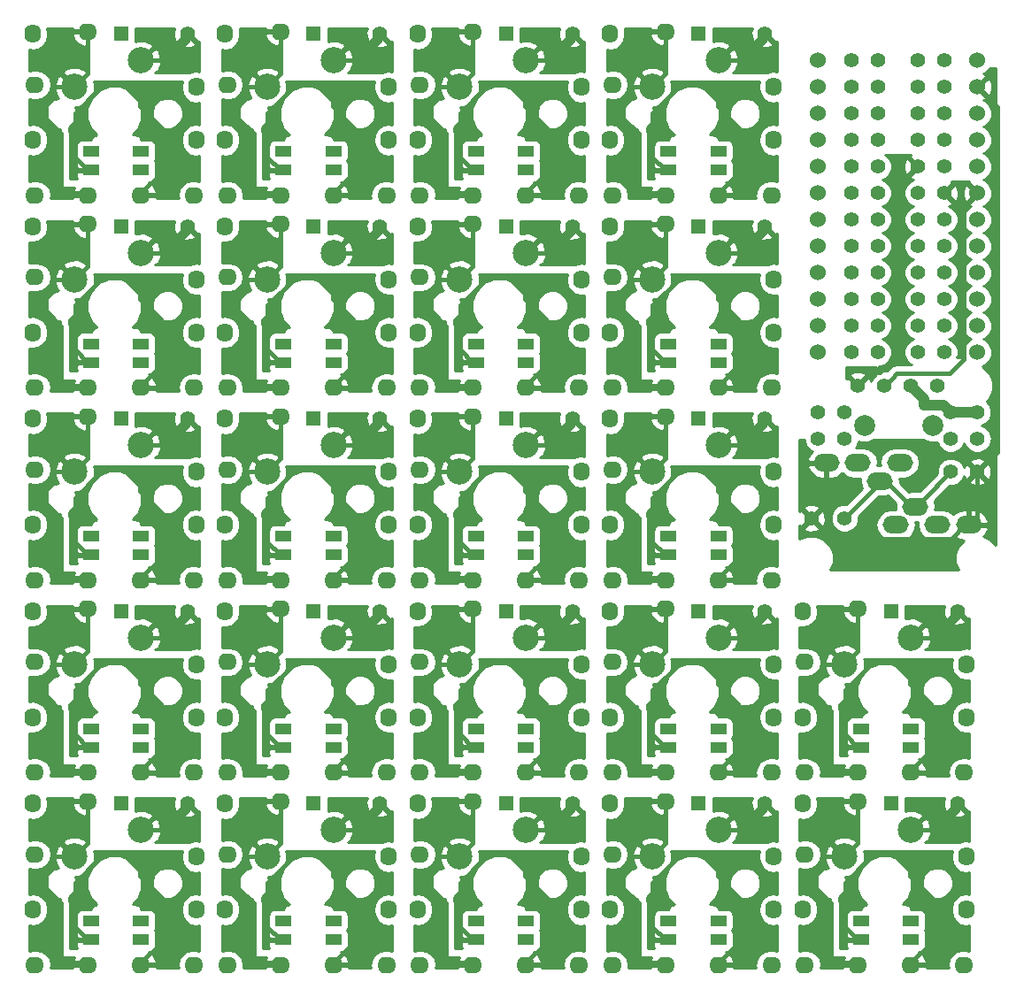
<source format=gtl>
G04 #@! TF.FileFunction,Copper,L1,Top,Signal*
%FSLAX46Y46*%
G04 Gerber Fmt 4.6, Leading zero omitted, Abs format (unit mm)*
G04 Created by KiCad (PCBNEW 4.0.7-e2-6376~61~ubuntu18.04.1) date Sat Jul 28 03:14:20 2018*
%MOMM*%
%LPD*%
G01*
G04 APERTURE LIST*
%ADD10C,0.150000*%
%ADD11C,1.400000*%
%ADD12R,1.400000X1.400000*%
%ADD13O,1.800000X1.600000*%
%ADD14O,1.600000X1.800000*%
%ADD15R,1.600000X1.000000*%
%ADD16C,2.500000*%
%ADD17C,1.397000*%
%ADD18O,2.500000X1.700000*%
%ADD19C,1.524000*%
%ADD20C,2.000000*%
%ADD21C,0.400000*%
%ADD22C,1.000000*%
%ADD23C,0.254000*%
G04 APERTURE END LIST*
D10*
D11*
X171450000Y-120015000D03*
D12*
X165100000Y-120015000D03*
D11*
X171450000Y-101600000D03*
D12*
X165100000Y-101600000D03*
D13*
X161925000Y-119815000D03*
X156845000Y-117040000D03*
D14*
X156645000Y-120015000D03*
D13*
X161925000Y-117040000D03*
D14*
X156645000Y-130175000D03*
D13*
X156845000Y-135455000D03*
X156845000Y-124895000D03*
X172085000Y-117040000D03*
D15*
X167005000Y-114617500D03*
X167005000Y-112867500D03*
X162205000Y-114617500D03*
X162205000Y-112867500D03*
D14*
X172285000Y-111760000D03*
D13*
X167005000Y-117040000D03*
D14*
X156645000Y-111760000D03*
X156645000Y-101600000D03*
X172285000Y-106680000D03*
D13*
X161925000Y-101400000D03*
D16*
X167005000Y-104140000D03*
X160655000Y-106680000D03*
D13*
X156845000Y-106480000D03*
X161925000Y-135455000D03*
X172085000Y-135455000D03*
D15*
X167005000Y-133032500D03*
X167005000Y-131282500D03*
X162205000Y-133032500D03*
X162205000Y-131282500D03*
D14*
X172285000Y-125095000D03*
X172285000Y-130175000D03*
D16*
X167005000Y-122555000D03*
X160655000Y-125095000D03*
D13*
X167005000Y-135455000D03*
D11*
X153035000Y-120015000D03*
D12*
X146685000Y-120015000D03*
D11*
X134620000Y-120015000D03*
D12*
X128270000Y-120015000D03*
D11*
X116205000Y-120015000D03*
D12*
X109855000Y-120015000D03*
D11*
X97790000Y-120015000D03*
D12*
X91440000Y-120015000D03*
D11*
X153035000Y-101600000D03*
D12*
X146685000Y-101600000D03*
D11*
X134620000Y-101600000D03*
D12*
X128270000Y-101600000D03*
D11*
X116205000Y-101600000D03*
D12*
X109855000Y-101600000D03*
D11*
X97790000Y-101600000D03*
D12*
X91440000Y-101600000D03*
D11*
X153035000Y-83185000D03*
D12*
X146685000Y-83185000D03*
D11*
X134620000Y-83185000D03*
D12*
X128270000Y-83185000D03*
D11*
X116205000Y-83185000D03*
D12*
X109855000Y-83185000D03*
D11*
X97790000Y-83185000D03*
D12*
X91440000Y-83185000D03*
D11*
X153035000Y-64770000D03*
D12*
X146685000Y-64770000D03*
D11*
X134620000Y-64770000D03*
D12*
X128270000Y-64770000D03*
D11*
X116205000Y-64770000D03*
D12*
X109855000Y-64770000D03*
D11*
X97790000Y-64770000D03*
D12*
X91440000Y-64770000D03*
D11*
X153035000Y-46355000D03*
D12*
X146685000Y-46355000D03*
D11*
X134620000Y-46355000D03*
D12*
X128270000Y-46355000D03*
D11*
X116205000Y-46355000D03*
D12*
X109855000Y-46355000D03*
D14*
X138230000Y-130175000D03*
X119815000Y-130175000D03*
X101400000Y-130175000D03*
X82985000Y-130175000D03*
X138230000Y-111760000D03*
X119815000Y-111760000D03*
X101400000Y-111760000D03*
X82985000Y-111760000D03*
X138230000Y-93345000D03*
X119815000Y-93345000D03*
X101400000Y-93345000D03*
X82985000Y-93345000D03*
X138230000Y-74930000D03*
X119815000Y-74930000D03*
X101400000Y-74930000D03*
X82985000Y-74930000D03*
X138230000Y-56515000D03*
X119815000Y-56515000D03*
X101400000Y-56515000D03*
D13*
X138430000Y-135455000D03*
X120015000Y-135455000D03*
X101600000Y-135455000D03*
X83185000Y-135455000D03*
X138430000Y-117040000D03*
X120015000Y-117040000D03*
X101600000Y-117040000D03*
X83185000Y-117040000D03*
X138430000Y-98625000D03*
X120015000Y-98625000D03*
X101600000Y-98625000D03*
X83185000Y-98625000D03*
X138430000Y-80210000D03*
X120015000Y-80210000D03*
X101600000Y-80210000D03*
X83185000Y-80210000D03*
X138430000Y-61795000D03*
X120015000Y-61795000D03*
X101600000Y-61795000D03*
X138430000Y-124895000D03*
X120015000Y-124895000D03*
X101600000Y-124895000D03*
X83185000Y-124895000D03*
X138430000Y-106480000D03*
X120015000Y-106480000D03*
X101600000Y-106480000D03*
X83185000Y-106480000D03*
X138430000Y-88065000D03*
X120015000Y-88065000D03*
X101600000Y-88065000D03*
X83185000Y-88065000D03*
X138430000Y-69650000D03*
X120015000Y-69650000D03*
X101600000Y-69650000D03*
X83185000Y-69650000D03*
X138430000Y-51235000D03*
X120015000Y-51235000D03*
X101600000Y-51235000D03*
X143510000Y-119815000D03*
X125095000Y-119815000D03*
X106680000Y-119815000D03*
X88265000Y-119815000D03*
X143510000Y-101400000D03*
X125095000Y-101400000D03*
X106680000Y-101400000D03*
X88265000Y-101400000D03*
X143510000Y-82985000D03*
X125095000Y-82985000D03*
X106680000Y-82985000D03*
X88265000Y-82985000D03*
X143510000Y-64570000D03*
X125095000Y-64570000D03*
X106680000Y-64570000D03*
X88265000Y-64570000D03*
X143510000Y-46155000D03*
X125095000Y-46155000D03*
X106680000Y-46155000D03*
D14*
X138230000Y-120015000D03*
X119815000Y-120015000D03*
X101400000Y-120015000D03*
X82985000Y-120015000D03*
X138230000Y-101600000D03*
X119815000Y-101600000D03*
X101400000Y-101600000D03*
X82985000Y-101600000D03*
X138230000Y-83185000D03*
X119815000Y-83185000D03*
X101400000Y-83185000D03*
X82985000Y-83185000D03*
X138230000Y-64770000D03*
X119815000Y-64770000D03*
X101400000Y-64770000D03*
X82985000Y-64770000D03*
X138230000Y-46355000D03*
X119815000Y-46355000D03*
X101400000Y-46355000D03*
D13*
X143510000Y-135455000D03*
X125095000Y-135455000D03*
X106680000Y-135455000D03*
X88265000Y-135455000D03*
X143510000Y-117040000D03*
X125095000Y-117040000D03*
X106680000Y-117040000D03*
X88265000Y-117040000D03*
X143510000Y-98625000D03*
X125095000Y-98625000D03*
X106680000Y-98625000D03*
X88265000Y-98625000D03*
X143510000Y-80210000D03*
X125095000Y-80210000D03*
X106680000Y-80210000D03*
X88265000Y-80210000D03*
X143510000Y-61795000D03*
X125095000Y-61795000D03*
X106680000Y-61795000D03*
D14*
X153870000Y-125095000D03*
X135455000Y-125095000D03*
X117040000Y-125095000D03*
X98625000Y-125095000D03*
X153870000Y-106680000D03*
X135455000Y-106680000D03*
X117040000Y-106680000D03*
X98625000Y-106680000D03*
X153870000Y-88265000D03*
X135455000Y-88265000D03*
X117040000Y-88265000D03*
X98625000Y-88265000D03*
X153870000Y-69850000D03*
X135455000Y-69850000D03*
X117040000Y-69850000D03*
X98625000Y-69850000D03*
X153870000Y-51435000D03*
X135455000Y-51435000D03*
X117040000Y-51435000D03*
D15*
X148590000Y-133032500D03*
X148590000Y-131282500D03*
X143790000Y-133032500D03*
X143790000Y-131282500D03*
X130175000Y-133032500D03*
X130175000Y-131282500D03*
X125375000Y-133032500D03*
X125375000Y-131282500D03*
X111760000Y-133032500D03*
X111760000Y-131282500D03*
X106960000Y-133032500D03*
X106960000Y-131282500D03*
X93345000Y-133032500D03*
X93345000Y-131282500D03*
X88545000Y-133032500D03*
X88545000Y-131282500D03*
X148590000Y-114617500D03*
X148590000Y-112867500D03*
X143790000Y-114617500D03*
X143790000Y-112867500D03*
X130175000Y-114617500D03*
X130175000Y-112867500D03*
X125375000Y-114617500D03*
X125375000Y-112867500D03*
X111760000Y-114617500D03*
X111760000Y-112867500D03*
X106960000Y-114617500D03*
X106960000Y-112867500D03*
X93345000Y-114617500D03*
X93345000Y-112867500D03*
X88545000Y-114617500D03*
X88545000Y-112867500D03*
X148590000Y-96202500D03*
X148590000Y-94452500D03*
X143790000Y-96202500D03*
X143790000Y-94452500D03*
X130175000Y-96202500D03*
X130175000Y-94452500D03*
X125375000Y-96202500D03*
X125375000Y-94452500D03*
X111760000Y-96202500D03*
X111760000Y-94452500D03*
X106960000Y-96202500D03*
X106960000Y-94452500D03*
X93345000Y-96202500D03*
X93345000Y-94452500D03*
X88545000Y-96202500D03*
X88545000Y-94452500D03*
X148590000Y-77787500D03*
X148590000Y-76037500D03*
X143790000Y-77787500D03*
X143790000Y-76037500D03*
X130175000Y-77787500D03*
X130175000Y-76037500D03*
X125375000Y-77787500D03*
X125375000Y-76037500D03*
X111760000Y-77787500D03*
X111760000Y-76037500D03*
X106960000Y-77787500D03*
X106960000Y-76037500D03*
X93345000Y-77787500D03*
X93345000Y-76037500D03*
X88545000Y-77787500D03*
X88545000Y-76037500D03*
X148590000Y-59372500D03*
X148590000Y-57622500D03*
X143790000Y-59372500D03*
X143790000Y-57622500D03*
X130175000Y-59372500D03*
X130175000Y-57622500D03*
X125375000Y-59372500D03*
X125375000Y-57622500D03*
X111760000Y-59372500D03*
X111760000Y-57622500D03*
X106960000Y-59372500D03*
X106960000Y-57622500D03*
D14*
X153870000Y-130175000D03*
X135455000Y-130175000D03*
X117040000Y-130175000D03*
X98625000Y-130175000D03*
X153870000Y-111760000D03*
X135455000Y-111760000D03*
X117040000Y-111760000D03*
X98625000Y-111760000D03*
X153870000Y-93345000D03*
X135455000Y-93345000D03*
X117040000Y-93345000D03*
X98625000Y-93345000D03*
X153870000Y-74930000D03*
X135455000Y-74930000D03*
X117040000Y-74930000D03*
X98625000Y-74930000D03*
X153870000Y-56515000D03*
X135455000Y-56515000D03*
X117040000Y-56515000D03*
D13*
X148590000Y-135455000D03*
X130175000Y-135455000D03*
X111760000Y-135455000D03*
X93345000Y-135455000D03*
X148590000Y-117040000D03*
X130175000Y-117040000D03*
X111760000Y-117040000D03*
X93345000Y-117040000D03*
X148590000Y-98625000D03*
X130175000Y-98625000D03*
X111760000Y-98625000D03*
X93345000Y-98625000D03*
X148590000Y-80210000D03*
X130175000Y-80210000D03*
X111760000Y-80210000D03*
X93345000Y-80210000D03*
X148590000Y-61795000D03*
X130175000Y-61795000D03*
X111760000Y-61795000D03*
D16*
X148590000Y-122555000D03*
X142240000Y-125095000D03*
X130175000Y-122555000D03*
X123825000Y-125095000D03*
X111760000Y-122555000D03*
X105410000Y-125095000D03*
X93345000Y-122555000D03*
X86995000Y-125095000D03*
X148590000Y-104140000D03*
X142240000Y-106680000D03*
X130175000Y-104140000D03*
X123825000Y-106680000D03*
X111760000Y-104140000D03*
X105410000Y-106680000D03*
X93345000Y-104140000D03*
X86995000Y-106680000D03*
X148590000Y-85725000D03*
X142240000Y-88265000D03*
X130175000Y-85725000D03*
X123825000Y-88265000D03*
X111760000Y-85725000D03*
X105410000Y-88265000D03*
X93345000Y-85725000D03*
X86995000Y-88265000D03*
X148590000Y-67310000D03*
X142240000Y-69850000D03*
X130175000Y-67310000D03*
X123825000Y-69850000D03*
X111760000Y-67310000D03*
X105410000Y-69850000D03*
X93345000Y-67310000D03*
X86995000Y-69850000D03*
X148590000Y-48895000D03*
X142240000Y-51435000D03*
X130175000Y-48895000D03*
X123825000Y-51435000D03*
X111760000Y-48895000D03*
X105410000Y-51435000D03*
D13*
X153670000Y-135455000D03*
X135255000Y-135455000D03*
X116840000Y-135455000D03*
X98425000Y-135455000D03*
X153670000Y-117040000D03*
X135255000Y-117040000D03*
X116840000Y-117040000D03*
X98425000Y-117040000D03*
X153670000Y-98625000D03*
X135255000Y-98625000D03*
X116840000Y-98625000D03*
X98425000Y-98625000D03*
X153670000Y-80210000D03*
X135255000Y-80210000D03*
X116840000Y-80210000D03*
X98425000Y-80210000D03*
X153670000Y-61795000D03*
X135255000Y-61795000D03*
X116840000Y-61795000D03*
D17*
X173355000Y-85090000D03*
X170815000Y-85090000D03*
X170815000Y-82550000D03*
X173355000Y-82550000D03*
X158115000Y-85090000D03*
X160655000Y-85090000D03*
D18*
X158925000Y-87395000D03*
X161925000Y-87395000D03*
X165925000Y-87395000D03*
X167425000Y-91595000D03*
D17*
X158115000Y-82550000D03*
X160655000Y-82550000D03*
X161925000Y-80010000D03*
X164465000Y-80010000D03*
X167005000Y-80010000D03*
X169545000Y-80010000D03*
X170180000Y-66675000D03*
X167640000Y-64135000D03*
X167640000Y-66675000D03*
X170180000Y-69215000D03*
X167640000Y-69215000D03*
X170180000Y-64135000D03*
X170180000Y-71755000D03*
X167640000Y-71755000D03*
X170180000Y-74295000D03*
X167640000Y-74295000D03*
X170180000Y-76835000D03*
X167640000Y-76835000D03*
X161290000Y-74295000D03*
X163830000Y-76835000D03*
X163830000Y-74295000D03*
X163830000Y-71755000D03*
X161290000Y-71755000D03*
X161290000Y-76835000D03*
X161290000Y-69215000D03*
X163830000Y-69215000D03*
X161290000Y-66675000D03*
X163830000Y-66675000D03*
X161290000Y-64135000D03*
X163830000Y-64135000D03*
X161290000Y-61595000D03*
D19*
X173355000Y-48895000D03*
X173355000Y-51435000D03*
X173355000Y-53975000D03*
X173355000Y-56515000D03*
X173355000Y-59055000D03*
X173355000Y-61595000D03*
X173355000Y-64135000D03*
X173355000Y-66675000D03*
X173355000Y-69215000D03*
X173355000Y-71755000D03*
X173355000Y-74295000D03*
X173355000Y-76835000D03*
X158115000Y-76835000D03*
X158115000Y-74295000D03*
X158115000Y-71755000D03*
X158115000Y-69215000D03*
X158115000Y-66675000D03*
X158115000Y-64135000D03*
X158115000Y-61595000D03*
X158115000Y-59055000D03*
X158115000Y-56515000D03*
X158115000Y-53975000D03*
X158115000Y-51435000D03*
X158115000Y-48895000D03*
D17*
X173355000Y-88265000D03*
X170815000Y-88265000D03*
X160655000Y-92710000D03*
X157480000Y-92710000D03*
X167640000Y-59055000D03*
X167640000Y-61595000D03*
X167640000Y-48895000D03*
X167640000Y-53975000D03*
X167640000Y-56515000D03*
X167640000Y-51435000D03*
X163830000Y-59055000D03*
X163830000Y-61595000D03*
X163830000Y-48895000D03*
X163830000Y-53975000D03*
X163830000Y-56515000D03*
X163830000Y-51435000D03*
X170180000Y-61595000D03*
X170180000Y-48895000D03*
X170180000Y-59055000D03*
X170180000Y-53975000D03*
X170180000Y-51435000D03*
X170180000Y-56515000D03*
X161290000Y-59055000D03*
X161290000Y-56515000D03*
X161290000Y-53975000D03*
X161290000Y-51435000D03*
D18*
X172545000Y-93345000D03*
X169545000Y-93345000D03*
X165545000Y-93345000D03*
X164045000Y-89145000D03*
D17*
X161290000Y-48895000D03*
D20*
X169060000Y-83820000D03*
X162560000Y-83820000D03*
D16*
X93345000Y-48895000D03*
X86995000Y-51435000D03*
D11*
X97790000Y-46355000D03*
D12*
X91440000Y-46355000D03*
D15*
X93345000Y-59372500D03*
X93345000Y-57622500D03*
X88545000Y-59372500D03*
X88545000Y-57622500D03*
D13*
X88265000Y-46155000D03*
X83185000Y-51235000D03*
X88265000Y-61795000D03*
X83185000Y-61795000D03*
X98425000Y-61795000D03*
X93345000Y-61795000D03*
D14*
X98625000Y-56515000D03*
X98625000Y-51435000D03*
X82985000Y-46355000D03*
X82985000Y-56515000D03*
D21*
X160655000Y-92710000D02*
X164045000Y-89320000D01*
X164045000Y-89320000D02*
X164045000Y-89145000D01*
X167425000Y-91595000D02*
X167025000Y-91595000D01*
X167025000Y-91595000D02*
X164575000Y-89145000D01*
X164575000Y-89145000D02*
X164045000Y-89145000D01*
X170815000Y-88265000D02*
X168139010Y-90940990D01*
X168139010Y-90940990D02*
X167755899Y-90940990D01*
X167755899Y-90940990D02*
X167695899Y-90940990D01*
X171450000Y-120650000D02*
X171450000Y-120015000D01*
X169545000Y-122555000D02*
X171450000Y-120650000D01*
X167005000Y-122555000D02*
X169545000Y-122555000D01*
X171450000Y-102235000D02*
X171450000Y-101600000D01*
X169545000Y-104140000D02*
X171450000Y-102235000D01*
X167005000Y-104140000D02*
X169545000Y-104140000D01*
X153035000Y-120650000D02*
X153035000Y-120015000D01*
X134620000Y-120650000D02*
X134620000Y-120015000D01*
X116205000Y-120650000D02*
X116205000Y-120015000D01*
X97790000Y-120650000D02*
X97790000Y-120015000D01*
X153035000Y-102235000D02*
X153035000Y-101600000D01*
X134620000Y-102235000D02*
X134620000Y-101600000D01*
X116205000Y-102235000D02*
X116205000Y-101600000D01*
X97790000Y-102235000D02*
X97790000Y-101600000D01*
X153035000Y-83820000D02*
X153035000Y-83185000D01*
X134620000Y-83820000D02*
X134620000Y-83185000D01*
X116205000Y-83820000D02*
X116205000Y-83185000D01*
X97790000Y-83820000D02*
X97790000Y-83185000D01*
X153035000Y-65405000D02*
X153035000Y-64770000D01*
X134620000Y-65405000D02*
X134620000Y-64770000D01*
X116205000Y-65405000D02*
X116205000Y-64770000D01*
X97790000Y-65405000D02*
X97790000Y-64770000D01*
X153035000Y-46990000D02*
X153035000Y-46355000D01*
X134620000Y-46990000D02*
X134620000Y-46355000D01*
X116205000Y-46990000D02*
X116205000Y-46355000D01*
X148590000Y-122555000D02*
X151130000Y-122555000D01*
X130175000Y-122555000D02*
X132715000Y-122555000D01*
X111760000Y-122555000D02*
X114300000Y-122555000D01*
X93345000Y-122555000D02*
X95885000Y-122555000D01*
X148590000Y-104140000D02*
X151130000Y-104140000D01*
X130175000Y-104140000D02*
X132715000Y-104140000D01*
X111760000Y-104140000D02*
X114300000Y-104140000D01*
X93345000Y-104140000D02*
X95885000Y-104140000D01*
X148590000Y-85725000D02*
X151130000Y-85725000D01*
X130175000Y-85725000D02*
X132715000Y-85725000D01*
X111760000Y-85725000D02*
X114300000Y-85725000D01*
X93345000Y-85725000D02*
X95885000Y-85725000D01*
X148590000Y-67310000D02*
X151130000Y-67310000D01*
X130175000Y-67310000D02*
X132715000Y-67310000D01*
X111760000Y-67310000D02*
X114300000Y-67310000D01*
X93345000Y-67310000D02*
X95885000Y-67310000D01*
X148590000Y-48895000D02*
X151130000Y-48895000D01*
X130175000Y-48895000D02*
X132715000Y-48895000D01*
X111760000Y-48895000D02*
X114300000Y-48895000D01*
X151130000Y-122555000D02*
X153035000Y-120650000D01*
X132715000Y-122555000D02*
X134620000Y-120650000D01*
X114300000Y-122555000D02*
X116205000Y-120650000D01*
X95885000Y-122555000D02*
X97790000Y-120650000D01*
X151130000Y-104140000D02*
X153035000Y-102235000D01*
X132715000Y-104140000D02*
X134620000Y-102235000D01*
X114300000Y-104140000D02*
X116205000Y-102235000D01*
X95885000Y-104140000D02*
X97790000Y-102235000D01*
X151130000Y-85725000D02*
X153035000Y-83820000D01*
X132715000Y-85725000D02*
X134620000Y-83820000D01*
X114300000Y-85725000D02*
X116205000Y-83820000D01*
X95885000Y-85725000D02*
X97790000Y-83820000D01*
X151130000Y-67310000D02*
X153035000Y-65405000D01*
X132715000Y-67310000D02*
X134620000Y-65405000D01*
X114300000Y-67310000D02*
X116205000Y-65405000D01*
X95885000Y-67310000D02*
X97790000Y-65405000D01*
X151130000Y-48895000D02*
X153035000Y-46990000D01*
X132715000Y-48895000D02*
X134620000Y-46990000D01*
X114300000Y-48895000D02*
X116205000Y-46990000D01*
X93345000Y-48895000D02*
X95885000Y-48895000D01*
X95885000Y-48895000D02*
X97790000Y-46990000D01*
X97790000Y-46990000D02*
X97790000Y-46355000D01*
X159385000Y-135255000D02*
X161925000Y-135255000D01*
X159385000Y-129572322D02*
X159385000Y-135255000D01*
X157899010Y-126083224D02*
X157899010Y-128086332D01*
X158887234Y-125095000D02*
X157899010Y-126083224D01*
X160655000Y-125095000D02*
X160655000Y-125730000D01*
X157899010Y-128086332D02*
X159385000Y-129572322D01*
X160655000Y-125095000D02*
X158887234Y-125095000D01*
X161925000Y-123825000D02*
X160655000Y-125095000D01*
X161925000Y-120015000D02*
X161925000Y-123825000D01*
X161925000Y-101600000D02*
X161925000Y-105410000D01*
X160655000Y-106680000D02*
X160655000Y-107315000D01*
X161925000Y-105410000D02*
X160655000Y-106680000D01*
X159385000Y-116840000D02*
X161925000Y-116840000D01*
X159385000Y-111157322D02*
X159385000Y-116840000D01*
X157899010Y-109671332D02*
X159385000Y-111157322D01*
X157899010Y-107668224D02*
X157899010Y-109671332D01*
X158887234Y-106680000D02*
X157899010Y-107668224D01*
X160655000Y-106680000D02*
X158887234Y-106680000D01*
X140970000Y-135255000D02*
X143510000Y-135255000D01*
X122555000Y-135255000D02*
X125095000Y-135255000D01*
X104140000Y-135255000D02*
X106680000Y-135255000D01*
X85725000Y-135255000D02*
X88265000Y-135255000D01*
X140970000Y-116840000D02*
X143510000Y-116840000D01*
X122555000Y-116840000D02*
X125095000Y-116840000D01*
X104140000Y-116840000D02*
X106680000Y-116840000D01*
X85725000Y-116840000D02*
X88265000Y-116840000D01*
X140970000Y-98425000D02*
X143510000Y-98425000D01*
X122555000Y-98425000D02*
X125095000Y-98425000D01*
X104140000Y-98425000D02*
X106680000Y-98425000D01*
X85725000Y-98425000D02*
X88265000Y-98425000D01*
X140970000Y-80010000D02*
X143510000Y-80010000D01*
X122555000Y-80010000D02*
X125095000Y-80010000D01*
X104140000Y-80010000D02*
X106680000Y-80010000D01*
X85725000Y-80010000D02*
X88265000Y-80010000D01*
X140970000Y-61595000D02*
X143510000Y-61595000D01*
X122555000Y-61595000D02*
X125095000Y-61595000D01*
X104140000Y-61595000D02*
X106680000Y-61595000D01*
X139484010Y-126083224D02*
X139484010Y-128086332D01*
X121069010Y-126083224D02*
X121069010Y-128086332D01*
X102654010Y-126083224D02*
X102654010Y-128086332D01*
X84239010Y-126083224D02*
X84239010Y-128086332D01*
X139484010Y-107668224D02*
X139484010Y-109671332D01*
X121069010Y-107668224D02*
X121069010Y-109671332D01*
X102654010Y-107668224D02*
X102654010Y-109671332D01*
X84239010Y-107668224D02*
X84239010Y-109671332D01*
X139484010Y-89253224D02*
X139484010Y-91256332D01*
X121069010Y-89253224D02*
X121069010Y-91256332D01*
X102654010Y-89253224D02*
X102654010Y-91256332D01*
X84239010Y-89253224D02*
X84239010Y-91256332D01*
X139484010Y-70838224D02*
X139484010Y-72841332D01*
X121069010Y-70838224D02*
X121069010Y-72841332D01*
X102654010Y-70838224D02*
X102654010Y-72841332D01*
X84239010Y-70838224D02*
X84239010Y-72841332D01*
X139484010Y-52423224D02*
X139484010Y-54426332D01*
X121069010Y-52423224D02*
X121069010Y-54426332D01*
X102654010Y-52423224D02*
X102654010Y-54426332D01*
X140970000Y-129572322D02*
X140970000Y-135255000D01*
X122555000Y-129572322D02*
X122555000Y-135255000D01*
X104140000Y-129572322D02*
X104140000Y-135255000D01*
X85725000Y-129572322D02*
X85725000Y-135255000D01*
X140970000Y-111157322D02*
X140970000Y-116840000D01*
X122555000Y-111157322D02*
X122555000Y-116840000D01*
X104140000Y-111157322D02*
X104140000Y-116840000D01*
X85725000Y-111157322D02*
X85725000Y-116840000D01*
X140970000Y-92742322D02*
X140970000Y-98425000D01*
X122555000Y-92742322D02*
X122555000Y-98425000D01*
X104140000Y-92742322D02*
X104140000Y-98425000D01*
X85725000Y-92742322D02*
X85725000Y-98425000D01*
X140970000Y-74327322D02*
X140970000Y-80010000D01*
X122555000Y-74327322D02*
X122555000Y-80010000D01*
X104140000Y-74327322D02*
X104140000Y-80010000D01*
X85725000Y-74327322D02*
X85725000Y-80010000D01*
X140970000Y-55912322D02*
X140970000Y-61595000D01*
X122555000Y-55912322D02*
X122555000Y-61595000D01*
X104140000Y-55912322D02*
X104140000Y-61595000D01*
X139484010Y-128086332D02*
X140970000Y-129572322D01*
X121069010Y-128086332D02*
X122555000Y-129572322D01*
X102654010Y-128086332D02*
X104140000Y-129572322D01*
X84239010Y-128086332D02*
X85725000Y-129572322D01*
X139484010Y-109671332D02*
X140970000Y-111157322D01*
X121069010Y-109671332D02*
X122555000Y-111157322D01*
X102654010Y-109671332D02*
X104140000Y-111157322D01*
X84239010Y-109671332D02*
X85725000Y-111157322D01*
X139484010Y-91256332D02*
X140970000Y-92742322D01*
X121069010Y-91256332D02*
X122555000Y-92742322D01*
X102654010Y-91256332D02*
X104140000Y-92742322D01*
X84239010Y-91256332D02*
X85725000Y-92742322D01*
X139484010Y-72841332D02*
X140970000Y-74327322D01*
X121069010Y-72841332D02*
X122555000Y-74327322D01*
X102654010Y-72841332D02*
X104140000Y-74327322D01*
X84239010Y-72841332D02*
X85725000Y-74327322D01*
X139484010Y-54426332D02*
X140970000Y-55912322D01*
X121069010Y-54426332D02*
X122555000Y-55912322D01*
X102654010Y-54426332D02*
X104140000Y-55912322D01*
X142240000Y-125095000D02*
X142240000Y-125730000D01*
X123825000Y-125095000D02*
X123825000Y-125730000D01*
X105410000Y-125095000D02*
X105410000Y-125730000D01*
X86995000Y-125095000D02*
X86995000Y-125730000D01*
X142240000Y-106680000D02*
X142240000Y-107315000D01*
X123825000Y-106680000D02*
X123825000Y-107315000D01*
X105410000Y-106680000D02*
X105410000Y-107315000D01*
X86995000Y-106680000D02*
X86995000Y-107315000D01*
X142240000Y-88265000D02*
X142240000Y-88900000D01*
X123825000Y-88265000D02*
X123825000Y-88900000D01*
X105410000Y-88265000D02*
X105410000Y-88900000D01*
X86995000Y-88265000D02*
X86995000Y-88900000D01*
X142240000Y-69850000D02*
X142240000Y-70485000D01*
X123825000Y-69850000D02*
X123825000Y-70485000D01*
X105410000Y-69850000D02*
X105410000Y-70485000D01*
X86995000Y-69850000D02*
X86995000Y-70485000D01*
X142240000Y-51435000D02*
X142240000Y-52070000D01*
X123825000Y-51435000D02*
X123825000Y-52070000D01*
X105410000Y-51435000D02*
X105410000Y-52070000D01*
X142240000Y-125095000D02*
X140472234Y-125095000D01*
X123825000Y-125095000D02*
X122057234Y-125095000D01*
X105410000Y-125095000D02*
X103642234Y-125095000D01*
X86995000Y-125095000D02*
X85227234Y-125095000D01*
X142240000Y-106680000D02*
X140472234Y-106680000D01*
X123825000Y-106680000D02*
X122057234Y-106680000D01*
X105410000Y-106680000D02*
X103642234Y-106680000D01*
X86995000Y-106680000D02*
X85227234Y-106680000D01*
X142240000Y-88265000D02*
X140472234Y-88265000D01*
X123825000Y-88265000D02*
X122057234Y-88265000D01*
X105410000Y-88265000D02*
X103642234Y-88265000D01*
X86995000Y-88265000D02*
X85227234Y-88265000D01*
X142240000Y-69850000D02*
X140472234Y-69850000D01*
X123825000Y-69850000D02*
X122057234Y-69850000D01*
X105410000Y-69850000D02*
X103642234Y-69850000D01*
X86995000Y-69850000D02*
X85227234Y-69850000D01*
X142240000Y-51435000D02*
X140472234Y-51435000D01*
X123825000Y-51435000D02*
X122057234Y-51435000D01*
X105410000Y-51435000D02*
X103642234Y-51435000D01*
X143510000Y-123825000D02*
X142240000Y-125095000D01*
X125095000Y-123825000D02*
X123825000Y-125095000D01*
X106680000Y-123825000D02*
X105410000Y-125095000D01*
X88265000Y-123825000D02*
X86995000Y-125095000D01*
X143510000Y-105410000D02*
X142240000Y-106680000D01*
X125095000Y-105410000D02*
X123825000Y-106680000D01*
X106680000Y-105410000D02*
X105410000Y-106680000D01*
X88265000Y-105410000D02*
X86995000Y-106680000D01*
X143510000Y-86995000D02*
X142240000Y-88265000D01*
X125095000Y-86995000D02*
X123825000Y-88265000D01*
X106680000Y-86995000D02*
X105410000Y-88265000D01*
X88265000Y-86995000D02*
X86995000Y-88265000D01*
X143510000Y-68580000D02*
X142240000Y-69850000D01*
X125095000Y-68580000D02*
X123825000Y-69850000D01*
X106680000Y-68580000D02*
X105410000Y-69850000D01*
X88265000Y-68580000D02*
X86995000Y-69850000D01*
X143510000Y-50165000D02*
X142240000Y-51435000D01*
X125095000Y-50165000D02*
X123825000Y-51435000D01*
X106680000Y-50165000D02*
X105410000Y-51435000D01*
X143510000Y-120015000D02*
X143510000Y-123825000D01*
X125095000Y-120015000D02*
X125095000Y-123825000D01*
X106680000Y-120015000D02*
X106680000Y-123825000D01*
X88265000Y-120015000D02*
X88265000Y-123825000D01*
X143510000Y-101600000D02*
X143510000Y-105410000D01*
X125095000Y-101600000D02*
X125095000Y-105410000D01*
X106680000Y-101600000D02*
X106680000Y-105410000D01*
X88265000Y-101600000D02*
X88265000Y-105410000D01*
X143510000Y-83185000D02*
X143510000Y-86995000D01*
X125095000Y-83185000D02*
X125095000Y-86995000D01*
X106680000Y-83185000D02*
X106680000Y-86995000D01*
X88265000Y-83185000D02*
X88265000Y-86995000D01*
X143510000Y-64770000D02*
X143510000Y-68580000D01*
X125095000Y-64770000D02*
X125095000Y-68580000D01*
X106680000Y-64770000D02*
X106680000Y-68580000D01*
X88265000Y-64770000D02*
X88265000Y-68580000D01*
X143510000Y-46355000D02*
X143510000Y-50165000D01*
X125095000Y-46355000D02*
X125095000Y-50165000D01*
X106680000Y-46355000D02*
X106680000Y-50165000D01*
X140472234Y-125095000D02*
X139484010Y-126083224D01*
X122057234Y-125095000D02*
X121069010Y-126083224D01*
X103642234Y-125095000D02*
X102654010Y-126083224D01*
X85227234Y-125095000D02*
X84239010Y-126083224D01*
X140472234Y-106680000D02*
X139484010Y-107668224D01*
X122057234Y-106680000D02*
X121069010Y-107668224D01*
X103642234Y-106680000D02*
X102654010Y-107668224D01*
X85227234Y-106680000D02*
X84239010Y-107668224D01*
X140472234Y-88265000D02*
X139484010Y-89253224D01*
X122057234Y-88265000D02*
X121069010Y-89253224D01*
X103642234Y-88265000D02*
X102654010Y-89253224D01*
X85227234Y-88265000D02*
X84239010Y-89253224D01*
X140472234Y-69850000D02*
X139484010Y-70838224D01*
X122057234Y-69850000D02*
X121069010Y-70838224D01*
X103642234Y-69850000D02*
X102654010Y-70838224D01*
X85227234Y-69850000D02*
X84239010Y-70838224D01*
X140472234Y-51435000D02*
X139484010Y-52423224D01*
X122057234Y-51435000D02*
X121069010Y-52423224D01*
X103642234Y-51435000D02*
X102654010Y-52423224D01*
X88265000Y-46355000D02*
X88265000Y-50165000D01*
X88265000Y-50165000D02*
X86995000Y-51435000D01*
X86995000Y-51435000D02*
X85227234Y-51435000D01*
X84239010Y-54426332D02*
X85725000Y-55912322D01*
X85725000Y-61595000D02*
X88265000Y-61595000D01*
X85227234Y-51435000D02*
X84239010Y-52423224D01*
X84239010Y-52423224D02*
X84239010Y-54426332D01*
X85725000Y-55912322D02*
X85725000Y-61595000D01*
X86995000Y-51435000D02*
X86995000Y-52070000D01*
X160694001Y-127577921D02*
X160694001Y-131821501D01*
X160694001Y-131821501D02*
X161905000Y-133032500D01*
X166919001Y-126457079D02*
X165642921Y-125180999D01*
X166919001Y-126946323D02*
X166919001Y-126457079D01*
X168910000Y-128937322D02*
X166919001Y-126946323D01*
X163090923Y-125180999D02*
X160694001Y-127577921D01*
X161905000Y-133032500D02*
X162205000Y-133032500D01*
X167005000Y-135255000D02*
X168910000Y-133350000D01*
X168910000Y-133350000D02*
X168910000Y-128937322D01*
X161905000Y-114617500D02*
X162205000Y-114617500D01*
X160694001Y-109162921D02*
X160694001Y-113406501D01*
X160694001Y-113406501D02*
X161905000Y-114617500D01*
X163090923Y-106765999D02*
X160694001Y-109162921D01*
X168910000Y-110522322D02*
X166919001Y-108531323D01*
X166919001Y-108042079D02*
X165642921Y-106765999D01*
X166919001Y-108531323D02*
X166919001Y-108042079D01*
X168910000Y-114935000D02*
X168910000Y-110522322D01*
X167005000Y-116840000D02*
X168910000Y-114935000D01*
X143490000Y-133032500D02*
X143790000Y-133032500D01*
X125075000Y-133032500D02*
X125375000Y-133032500D01*
X106660000Y-133032500D02*
X106960000Y-133032500D01*
X88245000Y-133032500D02*
X88545000Y-133032500D01*
X143490000Y-114617500D02*
X143790000Y-114617500D01*
X125075000Y-114617500D02*
X125375000Y-114617500D01*
X106660000Y-114617500D02*
X106960000Y-114617500D01*
X88245000Y-114617500D02*
X88545000Y-114617500D01*
X143490000Y-96202500D02*
X143790000Y-96202500D01*
X125075000Y-96202500D02*
X125375000Y-96202500D01*
X106660000Y-96202500D02*
X106960000Y-96202500D01*
X88245000Y-96202500D02*
X88545000Y-96202500D01*
X143490000Y-77787500D02*
X143790000Y-77787500D01*
X125075000Y-77787500D02*
X125375000Y-77787500D01*
X106660000Y-77787500D02*
X106960000Y-77787500D01*
X88245000Y-77787500D02*
X88545000Y-77787500D01*
X143490000Y-59372500D02*
X143790000Y-59372500D01*
X125075000Y-59372500D02*
X125375000Y-59372500D01*
X106660000Y-59372500D02*
X106960000Y-59372500D01*
X148590000Y-135255000D02*
X150495000Y-133350000D01*
X130175000Y-135255000D02*
X132080000Y-133350000D01*
X111760000Y-135255000D02*
X113665000Y-133350000D01*
X93345000Y-135255000D02*
X95250000Y-133350000D01*
X148590000Y-116840000D02*
X150495000Y-114935000D01*
X130175000Y-116840000D02*
X132080000Y-114935000D01*
X111760000Y-116840000D02*
X113665000Y-114935000D01*
X93345000Y-116840000D02*
X95250000Y-114935000D01*
X148590000Y-98425000D02*
X150495000Y-96520000D01*
X130175000Y-98425000D02*
X132080000Y-96520000D01*
X111760000Y-98425000D02*
X113665000Y-96520000D01*
X93345000Y-98425000D02*
X95250000Y-96520000D01*
X148590000Y-80010000D02*
X150495000Y-78105000D01*
X130175000Y-80010000D02*
X132080000Y-78105000D01*
X111760000Y-80010000D02*
X113665000Y-78105000D01*
X93345000Y-80010000D02*
X95250000Y-78105000D01*
X148590000Y-61595000D02*
X150495000Y-59690000D01*
X130175000Y-61595000D02*
X132080000Y-59690000D01*
X111760000Y-61595000D02*
X113665000Y-59690000D01*
X150495000Y-133350000D02*
X150495000Y-128937322D01*
X132080000Y-133350000D02*
X132080000Y-128937322D01*
X113665000Y-133350000D02*
X113665000Y-128937322D01*
X95250000Y-133350000D02*
X95250000Y-128937322D01*
X150495000Y-114935000D02*
X150495000Y-110522322D01*
X132080000Y-114935000D02*
X132080000Y-110522322D01*
X113665000Y-114935000D02*
X113665000Y-110522322D01*
X95250000Y-114935000D02*
X95250000Y-110522322D01*
X150495000Y-96520000D02*
X150495000Y-92107322D01*
X132080000Y-96520000D02*
X132080000Y-92107322D01*
X113665000Y-96520000D02*
X113665000Y-92107322D01*
X95250000Y-96520000D02*
X95250000Y-92107322D01*
X150495000Y-78105000D02*
X150495000Y-73692322D01*
X132080000Y-78105000D02*
X132080000Y-73692322D01*
X113665000Y-78105000D02*
X113665000Y-73692322D01*
X95250000Y-78105000D02*
X95250000Y-73692322D01*
X150495000Y-59690000D02*
X150495000Y-55277322D01*
X132080000Y-59690000D02*
X132080000Y-55277322D01*
X113665000Y-59690000D02*
X113665000Y-55277322D01*
X150495000Y-128937322D02*
X148504001Y-126946323D01*
X132080000Y-128937322D02*
X130089001Y-126946323D01*
X113665000Y-128937322D02*
X111674001Y-126946323D01*
X95250000Y-128937322D02*
X93259001Y-126946323D01*
X150495000Y-110522322D02*
X148504001Y-108531323D01*
X132080000Y-110522322D02*
X130089001Y-108531323D01*
X113665000Y-110522322D02*
X111674001Y-108531323D01*
X95250000Y-110522322D02*
X93259001Y-108531323D01*
X150495000Y-92107322D02*
X148504001Y-90116323D01*
X132080000Y-92107322D02*
X130089001Y-90116323D01*
X113665000Y-92107322D02*
X111674001Y-90116323D01*
X95250000Y-92107322D02*
X93259001Y-90116323D01*
X150495000Y-73692322D02*
X148504001Y-71701323D01*
X132080000Y-73692322D02*
X130089001Y-71701323D01*
X113665000Y-73692322D02*
X111674001Y-71701323D01*
X95250000Y-73692322D02*
X93259001Y-71701323D01*
X150495000Y-55277322D02*
X148504001Y-53286323D01*
X132080000Y-55277322D02*
X130089001Y-53286323D01*
X113665000Y-55277322D02*
X111674001Y-53286323D01*
X142279001Y-127577921D02*
X142279001Y-131821501D01*
X123864001Y-127577921D02*
X123864001Y-131821501D01*
X105449001Y-127577921D02*
X105449001Y-131821501D01*
X87034001Y-127577921D02*
X87034001Y-131821501D01*
X142279001Y-109162921D02*
X142279001Y-113406501D01*
X123864001Y-109162921D02*
X123864001Y-113406501D01*
X105449001Y-109162921D02*
X105449001Y-113406501D01*
X87034001Y-109162921D02*
X87034001Y-113406501D01*
X142279001Y-90747921D02*
X142279001Y-94991501D01*
X123864001Y-90747921D02*
X123864001Y-94991501D01*
X105449001Y-90747921D02*
X105449001Y-94991501D01*
X87034001Y-90747921D02*
X87034001Y-94991501D01*
X142279001Y-72332921D02*
X142279001Y-76576501D01*
X123864001Y-72332921D02*
X123864001Y-76576501D01*
X105449001Y-72332921D02*
X105449001Y-76576501D01*
X87034001Y-72332921D02*
X87034001Y-76576501D01*
X142279001Y-53917921D02*
X142279001Y-58161501D01*
X123864001Y-53917921D02*
X123864001Y-58161501D01*
X105449001Y-53917921D02*
X105449001Y-58161501D01*
X142279001Y-131821501D02*
X143490000Y-133032500D01*
X123864001Y-131821501D02*
X125075000Y-133032500D01*
X105449001Y-131821501D02*
X106660000Y-133032500D01*
X87034001Y-131821501D02*
X88245000Y-133032500D01*
X142279001Y-113406501D02*
X143490000Y-114617500D01*
X123864001Y-113406501D02*
X125075000Y-114617500D01*
X105449001Y-113406501D02*
X106660000Y-114617500D01*
X87034001Y-113406501D02*
X88245000Y-114617500D01*
X142279001Y-94991501D02*
X143490000Y-96202500D01*
X123864001Y-94991501D02*
X125075000Y-96202500D01*
X105449001Y-94991501D02*
X106660000Y-96202500D01*
X87034001Y-94991501D02*
X88245000Y-96202500D01*
X142279001Y-76576501D02*
X143490000Y-77787500D01*
X123864001Y-76576501D02*
X125075000Y-77787500D01*
X105449001Y-76576501D02*
X106660000Y-77787500D01*
X87034001Y-76576501D02*
X88245000Y-77787500D01*
X142279001Y-58161501D02*
X143490000Y-59372500D01*
X123864001Y-58161501D02*
X125075000Y-59372500D01*
X105449001Y-58161501D02*
X106660000Y-59372500D01*
X148504001Y-126457079D02*
X147227921Y-125180999D01*
X130089001Y-126457079D02*
X128812921Y-125180999D01*
X111674001Y-126457079D02*
X110397921Y-125180999D01*
X93259001Y-126457079D02*
X91982921Y-125180999D01*
X148504001Y-108042079D02*
X147227921Y-106765999D01*
X130089001Y-108042079D02*
X128812921Y-106765999D01*
X111674001Y-108042079D02*
X110397921Y-106765999D01*
X93259001Y-108042079D02*
X91982921Y-106765999D01*
X148504001Y-89627079D02*
X147227921Y-88350999D01*
X130089001Y-89627079D02*
X128812921Y-88350999D01*
X111674001Y-89627079D02*
X110397921Y-88350999D01*
X93259001Y-89627079D02*
X91982921Y-88350999D01*
X148504001Y-71212079D02*
X147227921Y-69935999D01*
X130089001Y-71212079D02*
X128812921Y-69935999D01*
X111674001Y-71212079D02*
X110397921Y-69935999D01*
X93259001Y-71212079D02*
X91982921Y-69935999D01*
X148504001Y-52797079D02*
X147227921Y-51520999D01*
X130089001Y-52797079D02*
X128812921Y-51520999D01*
X111674001Y-52797079D02*
X110397921Y-51520999D01*
X144675923Y-125180999D02*
X142279001Y-127577921D01*
X126260923Y-125180999D02*
X123864001Y-127577921D01*
X107845923Y-125180999D02*
X105449001Y-127577921D01*
X89430923Y-125180999D02*
X87034001Y-127577921D01*
X144675923Y-106765999D02*
X142279001Y-109162921D01*
X126260923Y-106765999D02*
X123864001Y-109162921D01*
X107845923Y-106765999D02*
X105449001Y-109162921D01*
X89430923Y-106765999D02*
X87034001Y-109162921D01*
X144675923Y-88350999D02*
X142279001Y-90747921D01*
X126260923Y-88350999D02*
X123864001Y-90747921D01*
X107845923Y-88350999D02*
X105449001Y-90747921D01*
X89430923Y-88350999D02*
X87034001Y-90747921D01*
X144675923Y-69935999D02*
X142279001Y-72332921D01*
X126260923Y-69935999D02*
X123864001Y-72332921D01*
X107845923Y-69935999D02*
X105449001Y-72332921D01*
X89430923Y-69935999D02*
X87034001Y-72332921D01*
X144675923Y-51520999D02*
X142279001Y-53917921D01*
X126260923Y-51520999D02*
X123864001Y-53917921D01*
X107845923Y-51520999D02*
X105449001Y-53917921D01*
X148504001Y-126946323D02*
X148504001Y-126457079D01*
X130089001Y-126946323D02*
X130089001Y-126457079D01*
X111674001Y-126946323D02*
X111674001Y-126457079D01*
X93259001Y-126946323D02*
X93259001Y-126457079D01*
X148504001Y-108531323D02*
X148504001Y-108042079D01*
X130089001Y-108531323D02*
X130089001Y-108042079D01*
X111674001Y-108531323D02*
X111674001Y-108042079D01*
X93259001Y-108531323D02*
X93259001Y-108042079D01*
X148504001Y-90116323D02*
X148504001Y-89627079D01*
X130089001Y-90116323D02*
X130089001Y-89627079D01*
X111674001Y-90116323D02*
X111674001Y-89627079D01*
X93259001Y-90116323D02*
X93259001Y-89627079D01*
X148504001Y-71701323D02*
X148504001Y-71212079D01*
X130089001Y-71701323D02*
X130089001Y-71212079D01*
X111674001Y-71701323D02*
X111674001Y-71212079D01*
X93259001Y-71701323D02*
X93259001Y-71212079D01*
X148504001Y-53286323D02*
X148504001Y-52797079D01*
X130089001Y-53286323D02*
X130089001Y-52797079D01*
X111674001Y-53286323D02*
X111674001Y-52797079D01*
X93345000Y-61595000D02*
X95250000Y-59690000D01*
X95250000Y-59690000D02*
X95250000Y-55277322D01*
X95250000Y-55277322D02*
X93259001Y-53286323D01*
X87034001Y-58161501D02*
X88245000Y-59372500D01*
X93259001Y-53286323D02*
X93259001Y-52797079D01*
X93259001Y-52797079D02*
X91982921Y-51520999D01*
X88245000Y-59372500D02*
X88545000Y-59372500D01*
X89430923Y-51520999D02*
X87034001Y-53917921D01*
X87034001Y-53917921D02*
X87034001Y-58161501D01*
D22*
X168338499Y-81851501D02*
X170116501Y-81851501D01*
X170116501Y-81851501D02*
X170815000Y-82550000D01*
X167005000Y-80010000D02*
X168275000Y-81280000D01*
X168275000Y-81280000D02*
X168275000Y-81851501D01*
X170815000Y-82550000D02*
X173355000Y-82550000D01*
D21*
X158925000Y-87395000D02*
X158925000Y-91265000D01*
X158925000Y-91265000D02*
X157480000Y-92710000D01*
X172545000Y-93345000D02*
X172145000Y-93345000D01*
X172145000Y-93345000D02*
X170840990Y-94649010D01*
X170840990Y-94649010D02*
X159419010Y-94649010D01*
X159419010Y-94649010D02*
X158178499Y-93408499D01*
X158178499Y-93408499D02*
X157480000Y-92710000D01*
X173355000Y-88265000D02*
X173355000Y-92535000D01*
X173355000Y-92535000D02*
X172545000Y-93345000D01*
X173355000Y-51435000D02*
X175260000Y-53340000D01*
X175260000Y-53340000D02*
X175260000Y-86360000D01*
X175260000Y-86360000D02*
X173355000Y-88265000D01*
X167640000Y-59055000D02*
X165735000Y-60960000D01*
X165735000Y-60960000D02*
X165735000Y-77034298D01*
X165735000Y-77034298D02*
X164029298Y-78740000D01*
X164029298Y-78740000D02*
X163195000Y-78740000D01*
X163195000Y-78740000D02*
X161925000Y-80010000D01*
X173355000Y-61595000D02*
X172085000Y-62865000D01*
X172085000Y-62865000D02*
X172085000Y-77470000D01*
X165163499Y-79311501D02*
X164465000Y-80010000D01*
X172085000Y-77470000D02*
X170697501Y-78857499D01*
X170697501Y-78857499D02*
X165617501Y-78857499D01*
X165617501Y-78857499D02*
X165163499Y-79311501D01*
D23*
G36*
X97190000Y-51304928D02*
X97190000Y-51565072D01*
X97299233Y-52114223D01*
X97610302Y-52579770D01*
X98075849Y-52890839D01*
X98625000Y-53000072D01*
X98933000Y-52938807D01*
X98933000Y-55011193D01*
X98625000Y-54949928D01*
X98075849Y-55059161D01*
X97610302Y-55370230D01*
X97299233Y-55835777D01*
X97190000Y-56384928D01*
X97190000Y-56645072D01*
X97299233Y-57194223D01*
X97610302Y-57659770D01*
X98075849Y-57970839D01*
X98625000Y-58080072D01*
X98933000Y-58018807D01*
X98933000Y-60435175D01*
X98555072Y-60360000D01*
X98294928Y-60360000D01*
X97745777Y-60469233D01*
X97280230Y-60780302D01*
X96969161Y-61245849D01*
X96859928Y-61795000D01*
X96921193Y-62103000D01*
X94814357Y-62103000D01*
X94714915Y-61922000D01*
X93472000Y-61922000D01*
X93472000Y-61942000D01*
X93218000Y-61942000D01*
X93218000Y-61922000D01*
X93198000Y-61922000D01*
X93198000Y-61668000D01*
X93218000Y-61668000D01*
X93218000Y-61648000D01*
X93472000Y-61648000D01*
X93472000Y-61668000D01*
X94714915Y-61668000D01*
X94836904Y-61445961D01*
X94620844Y-60974073D01*
X94217183Y-60586586D01*
X94046499Y-60519940D01*
X94145000Y-60519940D01*
X94380317Y-60475662D01*
X94596441Y-60336590D01*
X94741431Y-60124390D01*
X94792440Y-59872500D01*
X94792440Y-58872500D01*
X94748162Y-58637183D01*
X94657810Y-58496773D01*
X94741431Y-58374390D01*
X94792440Y-58122500D01*
X94792440Y-57122500D01*
X94748162Y-56887183D01*
X94609090Y-56671059D01*
X94396890Y-56526069D01*
X94145000Y-56475060D01*
X93355478Y-56475060D01*
X93342857Y-56411612D01*
X93194368Y-56189382D01*
X92972138Y-56040893D01*
X92710000Y-55988750D01*
X92517442Y-55988750D01*
X93037542Y-55469557D01*
X93439542Y-54501433D01*
X93439743Y-54270079D01*
X94394742Y-54270079D01*
X94621103Y-54817915D01*
X95039881Y-55237424D01*
X95587320Y-55464741D01*
X96180079Y-55465258D01*
X96727915Y-55238897D01*
X97147424Y-54820119D01*
X97374741Y-54272680D01*
X97375258Y-53679921D01*
X97148897Y-53132085D01*
X96730119Y-52712576D01*
X96182680Y-52485259D01*
X95589921Y-52484742D01*
X95042085Y-52711103D01*
X94622576Y-53129881D01*
X94395259Y-53677320D01*
X94394742Y-54270079D01*
X93439743Y-54270079D01*
X93440457Y-53453166D01*
X93040147Y-52484342D01*
X92299557Y-51742458D01*
X91331433Y-51340458D01*
X90283166Y-51339543D01*
X89314342Y-51739853D01*
X88622815Y-52430173D01*
X88879672Y-51811595D01*
X88880326Y-51061695D01*
X88824671Y-50927000D01*
X97265175Y-50927000D01*
X97190000Y-51304928D01*
X97190000Y-51304928D01*
G37*
X97190000Y-51304928D02*
X97190000Y-51565072D01*
X97299233Y-52114223D01*
X97610302Y-52579770D01*
X98075849Y-52890839D01*
X98625000Y-53000072D01*
X98933000Y-52938807D01*
X98933000Y-55011193D01*
X98625000Y-54949928D01*
X98075849Y-55059161D01*
X97610302Y-55370230D01*
X97299233Y-55835777D01*
X97190000Y-56384928D01*
X97190000Y-56645072D01*
X97299233Y-57194223D01*
X97610302Y-57659770D01*
X98075849Y-57970839D01*
X98625000Y-58080072D01*
X98933000Y-58018807D01*
X98933000Y-60435175D01*
X98555072Y-60360000D01*
X98294928Y-60360000D01*
X97745777Y-60469233D01*
X97280230Y-60780302D01*
X96969161Y-61245849D01*
X96859928Y-61795000D01*
X96921193Y-62103000D01*
X94814357Y-62103000D01*
X94714915Y-61922000D01*
X93472000Y-61922000D01*
X93472000Y-61942000D01*
X93218000Y-61942000D01*
X93218000Y-61922000D01*
X93198000Y-61922000D01*
X93198000Y-61668000D01*
X93218000Y-61668000D01*
X93218000Y-61648000D01*
X93472000Y-61648000D01*
X93472000Y-61668000D01*
X94714915Y-61668000D01*
X94836904Y-61445961D01*
X94620844Y-60974073D01*
X94217183Y-60586586D01*
X94046499Y-60519940D01*
X94145000Y-60519940D01*
X94380317Y-60475662D01*
X94596441Y-60336590D01*
X94741431Y-60124390D01*
X94792440Y-59872500D01*
X94792440Y-58872500D01*
X94748162Y-58637183D01*
X94657810Y-58496773D01*
X94741431Y-58374390D01*
X94792440Y-58122500D01*
X94792440Y-57122500D01*
X94748162Y-56887183D01*
X94609090Y-56671059D01*
X94396890Y-56526069D01*
X94145000Y-56475060D01*
X93355478Y-56475060D01*
X93342857Y-56411612D01*
X93194368Y-56189382D01*
X92972138Y-56040893D01*
X92710000Y-55988750D01*
X92517442Y-55988750D01*
X93037542Y-55469557D01*
X93439542Y-54501433D01*
X93439743Y-54270079D01*
X94394742Y-54270079D01*
X94621103Y-54817915D01*
X95039881Y-55237424D01*
X95587320Y-55464741D01*
X96180079Y-55465258D01*
X96727915Y-55238897D01*
X97147424Y-54820119D01*
X97374741Y-54272680D01*
X97375258Y-53679921D01*
X97148897Y-53132085D01*
X96730119Y-52712576D01*
X96182680Y-52485259D01*
X95589921Y-52484742D01*
X95042085Y-52711103D01*
X94622576Y-53129881D01*
X94395259Y-53677320D01*
X94394742Y-54270079D01*
X93439743Y-54270079D01*
X93440457Y-53453166D01*
X93040147Y-52484342D01*
X92299557Y-51742458D01*
X91331433Y-51340458D01*
X90283166Y-51339543D01*
X89314342Y-51739853D01*
X88622815Y-52430173D01*
X88879672Y-51811595D01*
X88880326Y-51061695D01*
X88824671Y-50927000D01*
X97265175Y-50927000D01*
X97190000Y-51304928D01*
G36*
X88170458Y-53448567D02*
X88169543Y-54496834D01*
X88569853Y-55465658D01*
X89112819Y-56009573D01*
X88955362Y-56040893D01*
X88733132Y-56189382D01*
X88584643Y-56411612D01*
X88572022Y-56475060D01*
X87745000Y-56475060D01*
X87509683Y-56519338D01*
X87293559Y-56658410D01*
X87148569Y-56870610D01*
X87097560Y-57122500D01*
X87097560Y-58122500D01*
X87141838Y-58357817D01*
X87227905Y-58491569D01*
X87206673Y-58512801D01*
X87110000Y-58746190D01*
X87110000Y-59086750D01*
X87268750Y-59245500D01*
X88418000Y-59245500D01*
X88418000Y-59225500D01*
X88532500Y-59225500D01*
X88532500Y-59519500D01*
X88418000Y-59519500D01*
X88418000Y-59499500D01*
X87268750Y-59499500D01*
X87110000Y-59658250D01*
X87110000Y-59998810D01*
X87192507Y-60198000D01*
X86560000Y-60198000D01*
X86560000Y-55912322D01*
X86496439Y-55592781D01*
X86487000Y-55578655D01*
X86487000Y-55272331D01*
X86567915Y-55238897D01*
X86987424Y-54820119D01*
X87214741Y-54272680D01*
X87215258Y-53679921D01*
X87066568Y-53320063D01*
X87368305Y-53320326D01*
X88061372Y-53033957D01*
X88541736Y-52554431D01*
X88170458Y-53448567D01*
X88170458Y-53448567D01*
G37*
X88170458Y-53448567D02*
X88169543Y-54496834D01*
X88569853Y-55465658D01*
X89112819Y-56009573D01*
X88955362Y-56040893D01*
X88733132Y-56189382D01*
X88584643Y-56411612D01*
X88572022Y-56475060D01*
X87745000Y-56475060D01*
X87509683Y-56519338D01*
X87293559Y-56658410D01*
X87148569Y-56870610D01*
X87097560Y-57122500D01*
X87097560Y-58122500D01*
X87141838Y-58357817D01*
X87227905Y-58491569D01*
X87206673Y-58512801D01*
X87110000Y-58746190D01*
X87110000Y-59086750D01*
X87268750Y-59245500D01*
X88418000Y-59245500D01*
X88418000Y-59225500D01*
X88532500Y-59225500D01*
X88532500Y-59519500D01*
X88418000Y-59519500D01*
X88418000Y-59499500D01*
X87268750Y-59499500D01*
X87110000Y-59658250D01*
X87110000Y-59998810D01*
X87192507Y-60198000D01*
X86560000Y-60198000D01*
X86560000Y-55912322D01*
X86496439Y-55592781D01*
X86487000Y-55578655D01*
X86487000Y-55272331D01*
X86567915Y-55238897D01*
X86987424Y-54820119D01*
X87214741Y-54272680D01*
X87215258Y-53679921D01*
X87066568Y-53320063D01*
X87368305Y-53320326D01*
X88061372Y-53033957D01*
X88541736Y-52554431D01*
X88170458Y-53448567D01*
G36*
X86895085Y-46028000D02*
X88138000Y-46028000D01*
X88138000Y-46282000D01*
X86895085Y-46282000D01*
X86773096Y-46504039D01*
X86989156Y-46975927D01*
X87392817Y-47363414D01*
X87914036Y-47566931D01*
X88137998Y-47430058D01*
X88137998Y-47590000D01*
X88138000Y-47590000D01*
X88138000Y-50077406D01*
X88019467Y-49808877D01*
X87319194Y-49540612D01*
X86569565Y-49560750D01*
X85970533Y-49808877D01*
X85841285Y-50101680D01*
X86995000Y-51255395D01*
X87009143Y-51241253D01*
X87188748Y-51420858D01*
X87174605Y-51435000D01*
X87188748Y-51449143D01*
X87009143Y-51628748D01*
X86995000Y-51614605D01*
X86980858Y-51628748D01*
X86801253Y-51449143D01*
X86815395Y-51435000D01*
X85661680Y-50281285D01*
X85368877Y-50410533D01*
X85100612Y-51110806D01*
X85120750Y-51860435D01*
X85368877Y-52459467D01*
X85427966Y-52485550D01*
X84882085Y-52711103D01*
X84462576Y-53129881D01*
X84235259Y-53677320D01*
X84234742Y-54270079D01*
X84461103Y-54817915D01*
X84879881Y-55237424D01*
X85427320Y-55464741D01*
X85598000Y-55464890D01*
X85598000Y-60960000D01*
X85608006Y-61009410D01*
X85636447Y-61051035D01*
X85678841Y-61078315D01*
X85725000Y-61087000D01*
X86937451Y-61087000D01*
X86773096Y-61445961D01*
X86895085Y-61668000D01*
X88138000Y-61668000D01*
X88138000Y-61648000D01*
X88392000Y-61648000D01*
X88392000Y-61668000D01*
X88412000Y-61668000D01*
X88412000Y-61922000D01*
X88392000Y-61922000D01*
X88392000Y-61942000D01*
X88138000Y-61942000D01*
X88138000Y-61922000D01*
X86895085Y-61922000D01*
X86795643Y-62103000D01*
X84688807Y-62103000D01*
X84750072Y-61795000D01*
X84640839Y-61245849D01*
X84329770Y-60780302D01*
X83864223Y-60469233D01*
X83315072Y-60360000D01*
X83054928Y-60360000D01*
X82677000Y-60435175D01*
X82677000Y-58018807D01*
X82985000Y-58080072D01*
X83534151Y-57970839D01*
X83999698Y-57659770D01*
X84310767Y-57194223D01*
X84420000Y-56645072D01*
X84420000Y-56384928D01*
X84310767Y-55835777D01*
X83999698Y-55370230D01*
X83534151Y-55059161D01*
X82985000Y-54949928D01*
X82677000Y-55011193D01*
X82677000Y-52594825D01*
X83054928Y-52670000D01*
X83315072Y-52670000D01*
X83864223Y-52560767D01*
X84329770Y-52249698D01*
X84640839Y-51784151D01*
X84750072Y-51235000D01*
X84640839Y-50685849D01*
X84329770Y-50220302D01*
X83864223Y-49909233D01*
X83315072Y-49800000D01*
X83054928Y-49800000D01*
X82677000Y-49875175D01*
X82677000Y-47858807D01*
X82985000Y-47920072D01*
X83534151Y-47810839D01*
X83999698Y-47499770D01*
X84310767Y-47034223D01*
X84420000Y-46485072D01*
X84420000Y-46224928D01*
X84344825Y-45847000D01*
X86795643Y-45847000D01*
X86895085Y-46028000D01*
X86895085Y-46028000D01*
G37*
X86895085Y-46028000D02*
X88138000Y-46028000D01*
X88138000Y-46282000D01*
X86895085Y-46282000D01*
X86773096Y-46504039D01*
X86989156Y-46975927D01*
X87392817Y-47363414D01*
X87914036Y-47566931D01*
X88137998Y-47430058D01*
X88137998Y-47590000D01*
X88138000Y-47590000D01*
X88138000Y-50077406D01*
X88019467Y-49808877D01*
X87319194Y-49540612D01*
X86569565Y-49560750D01*
X85970533Y-49808877D01*
X85841285Y-50101680D01*
X86995000Y-51255395D01*
X87009143Y-51241253D01*
X87188748Y-51420858D01*
X87174605Y-51435000D01*
X87188748Y-51449143D01*
X87009143Y-51628748D01*
X86995000Y-51614605D01*
X86980858Y-51628748D01*
X86801253Y-51449143D01*
X86815395Y-51435000D01*
X85661680Y-50281285D01*
X85368877Y-50410533D01*
X85100612Y-51110806D01*
X85120750Y-51860435D01*
X85368877Y-52459467D01*
X85427966Y-52485550D01*
X84882085Y-52711103D01*
X84462576Y-53129881D01*
X84235259Y-53677320D01*
X84234742Y-54270079D01*
X84461103Y-54817915D01*
X84879881Y-55237424D01*
X85427320Y-55464741D01*
X85598000Y-55464890D01*
X85598000Y-60960000D01*
X85608006Y-61009410D01*
X85636447Y-61051035D01*
X85678841Y-61078315D01*
X85725000Y-61087000D01*
X86937451Y-61087000D01*
X86773096Y-61445961D01*
X86895085Y-61668000D01*
X88138000Y-61668000D01*
X88138000Y-61648000D01*
X88392000Y-61648000D01*
X88392000Y-61668000D01*
X88412000Y-61668000D01*
X88412000Y-61922000D01*
X88392000Y-61922000D01*
X88392000Y-61942000D01*
X88138000Y-61942000D01*
X88138000Y-61922000D01*
X86895085Y-61922000D01*
X86795643Y-62103000D01*
X84688807Y-62103000D01*
X84750072Y-61795000D01*
X84640839Y-61245849D01*
X84329770Y-60780302D01*
X83864223Y-60469233D01*
X83315072Y-60360000D01*
X83054928Y-60360000D01*
X82677000Y-60435175D01*
X82677000Y-58018807D01*
X82985000Y-58080072D01*
X83534151Y-57970839D01*
X83999698Y-57659770D01*
X84310767Y-57194223D01*
X84420000Y-56645072D01*
X84420000Y-56384928D01*
X84310767Y-55835777D01*
X83999698Y-55370230D01*
X83534151Y-55059161D01*
X82985000Y-54949928D01*
X82677000Y-55011193D01*
X82677000Y-52594825D01*
X83054928Y-52670000D01*
X83315072Y-52670000D01*
X83864223Y-52560767D01*
X84329770Y-52249698D01*
X84640839Y-51784151D01*
X84750072Y-51235000D01*
X84640839Y-50685849D01*
X84329770Y-50220302D01*
X83864223Y-49909233D01*
X83315072Y-49800000D01*
X83054928Y-49800000D01*
X82677000Y-49875175D01*
X82677000Y-47858807D01*
X82985000Y-47920072D01*
X83534151Y-47810839D01*
X83999698Y-47499770D01*
X84310767Y-47034223D01*
X84420000Y-46485072D01*
X84420000Y-46224928D01*
X84344825Y-45847000D01*
X86795643Y-45847000D01*
X86895085Y-46028000D01*
G36*
X166885417Y-58120812D02*
X167513000Y-58748395D01*
X167513000Y-59361605D01*
X166885417Y-59989188D01*
X166947071Y-60224800D01*
X167226312Y-60323083D01*
X166885620Y-60463854D01*
X166510173Y-60838647D01*
X166306732Y-61328587D01*
X166306269Y-61859086D01*
X166508854Y-62349380D01*
X166883647Y-62724827D01*
X167221446Y-62865094D01*
X166885620Y-63003854D01*
X166510173Y-63378647D01*
X166306732Y-63868587D01*
X166306269Y-64399086D01*
X166508854Y-64889380D01*
X166883647Y-65264827D01*
X167221446Y-65405094D01*
X166885620Y-65543854D01*
X166510173Y-65918647D01*
X166306732Y-66408587D01*
X166306269Y-66939086D01*
X166508854Y-67429380D01*
X166883647Y-67804827D01*
X167221446Y-67945094D01*
X166885620Y-68083854D01*
X166510173Y-68458647D01*
X166306732Y-68948587D01*
X166306269Y-69479086D01*
X166508854Y-69969380D01*
X166883647Y-70344827D01*
X167221446Y-70485094D01*
X166885620Y-70623854D01*
X166510173Y-70998647D01*
X166306732Y-71488587D01*
X166306269Y-72019086D01*
X166508854Y-72509380D01*
X166883647Y-72884827D01*
X167221446Y-73025094D01*
X166885620Y-73163854D01*
X166510173Y-73538647D01*
X166306732Y-74028587D01*
X166306269Y-74559086D01*
X166508854Y-75049380D01*
X166883647Y-75424827D01*
X167221446Y-75565094D01*
X166885620Y-75703854D01*
X166510173Y-76078647D01*
X166306732Y-76568587D01*
X166306269Y-77099086D01*
X166508854Y-77589380D01*
X166883647Y-77964827D01*
X167022537Y-78022499D01*
X165617501Y-78022499D01*
X165297961Y-78086059D01*
X165027067Y-78267065D01*
X164681132Y-78613000D01*
X163957000Y-78613000D01*
X163957000Y-78168611D01*
X164094086Y-78168731D01*
X164584380Y-77966146D01*
X164959827Y-77591353D01*
X165163268Y-77101413D01*
X165163731Y-76570914D01*
X164961146Y-76080620D01*
X164586353Y-75705173D01*
X164248554Y-75564906D01*
X164584380Y-75426146D01*
X164959827Y-75051353D01*
X165163268Y-74561413D01*
X165163731Y-74030914D01*
X164961146Y-73540620D01*
X164586353Y-73165173D01*
X164248554Y-73024906D01*
X164584380Y-72886146D01*
X164959827Y-72511353D01*
X165163268Y-72021413D01*
X165163731Y-71490914D01*
X164961146Y-71000620D01*
X164586353Y-70625173D01*
X164248554Y-70484906D01*
X164584380Y-70346146D01*
X164959827Y-69971353D01*
X165163268Y-69481413D01*
X165163731Y-68950914D01*
X164961146Y-68460620D01*
X164586353Y-68085173D01*
X164248554Y-67944906D01*
X164584380Y-67806146D01*
X164959827Y-67431353D01*
X165163268Y-66941413D01*
X165163731Y-66410914D01*
X164961146Y-65920620D01*
X164586353Y-65545173D01*
X164248554Y-65404906D01*
X164584380Y-65266146D01*
X164959827Y-64891353D01*
X165163268Y-64401413D01*
X165163731Y-63870914D01*
X164961146Y-63380620D01*
X164586353Y-63005173D01*
X164248554Y-62864906D01*
X164584380Y-62726146D01*
X164959827Y-62351353D01*
X165163268Y-61861413D01*
X165163731Y-61330914D01*
X164961146Y-60840620D01*
X164586353Y-60465173D01*
X164248554Y-60324906D01*
X164584380Y-60186146D01*
X164959827Y-59811353D01*
X165163268Y-59321413D01*
X165163668Y-58862480D01*
X166294073Y-58862480D01*
X166322852Y-59392199D01*
X166470200Y-59747929D01*
X166705812Y-59809583D01*
X167460395Y-59055000D01*
X166705812Y-58300417D01*
X166470200Y-58362071D01*
X166294073Y-58862480D01*
X165163668Y-58862480D01*
X165163731Y-58790914D01*
X164961146Y-58300620D01*
X164586353Y-57925173D01*
X164554629Y-57912000D01*
X166940058Y-57912000D01*
X166885417Y-58120812D01*
X166885417Y-58120812D01*
G37*
X166885417Y-58120812D02*
X167513000Y-58748395D01*
X167513000Y-59361605D01*
X166885417Y-59989188D01*
X166947071Y-60224800D01*
X167226312Y-60323083D01*
X166885620Y-60463854D01*
X166510173Y-60838647D01*
X166306732Y-61328587D01*
X166306269Y-61859086D01*
X166508854Y-62349380D01*
X166883647Y-62724827D01*
X167221446Y-62865094D01*
X166885620Y-63003854D01*
X166510173Y-63378647D01*
X166306732Y-63868587D01*
X166306269Y-64399086D01*
X166508854Y-64889380D01*
X166883647Y-65264827D01*
X167221446Y-65405094D01*
X166885620Y-65543854D01*
X166510173Y-65918647D01*
X166306732Y-66408587D01*
X166306269Y-66939086D01*
X166508854Y-67429380D01*
X166883647Y-67804827D01*
X167221446Y-67945094D01*
X166885620Y-68083854D01*
X166510173Y-68458647D01*
X166306732Y-68948587D01*
X166306269Y-69479086D01*
X166508854Y-69969380D01*
X166883647Y-70344827D01*
X167221446Y-70485094D01*
X166885620Y-70623854D01*
X166510173Y-70998647D01*
X166306732Y-71488587D01*
X166306269Y-72019086D01*
X166508854Y-72509380D01*
X166883647Y-72884827D01*
X167221446Y-73025094D01*
X166885620Y-73163854D01*
X166510173Y-73538647D01*
X166306732Y-74028587D01*
X166306269Y-74559086D01*
X166508854Y-75049380D01*
X166883647Y-75424827D01*
X167221446Y-75565094D01*
X166885620Y-75703854D01*
X166510173Y-76078647D01*
X166306732Y-76568587D01*
X166306269Y-77099086D01*
X166508854Y-77589380D01*
X166883647Y-77964827D01*
X167022537Y-78022499D01*
X165617501Y-78022499D01*
X165297961Y-78086059D01*
X165027067Y-78267065D01*
X164681132Y-78613000D01*
X163957000Y-78613000D01*
X163957000Y-78168611D01*
X164094086Y-78168731D01*
X164584380Y-77966146D01*
X164959827Y-77591353D01*
X165163268Y-77101413D01*
X165163731Y-76570914D01*
X164961146Y-76080620D01*
X164586353Y-75705173D01*
X164248554Y-75564906D01*
X164584380Y-75426146D01*
X164959827Y-75051353D01*
X165163268Y-74561413D01*
X165163731Y-74030914D01*
X164961146Y-73540620D01*
X164586353Y-73165173D01*
X164248554Y-73024906D01*
X164584380Y-72886146D01*
X164959827Y-72511353D01*
X165163268Y-72021413D01*
X165163731Y-71490914D01*
X164961146Y-71000620D01*
X164586353Y-70625173D01*
X164248554Y-70484906D01*
X164584380Y-70346146D01*
X164959827Y-69971353D01*
X165163268Y-69481413D01*
X165163731Y-68950914D01*
X164961146Y-68460620D01*
X164586353Y-68085173D01*
X164248554Y-67944906D01*
X164584380Y-67806146D01*
X164959827Y-67431353D01*
X165163268Y-66941413D01*
X165163731Y-66410914D01*
X164961146Y-65920620D01*
X164586353Y-65545173D01*
X164248554Y-65404906D01*
X164584380Y-65266146D01*
X164959827Y-64891353D01*
X165163268Y-64401413D01*
X165163731Y-63870914D01*
X164961146Y-63380620D01*
X164586353Y-63005173D01*
X164248554Y-62864906D01*
X164584380Y-62726146D01*
X164959827Y-62351353D01*
X165163268Y-61861413D01*
X165163731Y-61330914D01*
X164961146Y-60840620D01*
X164586353Y-60465173D01*
X164248554Y-60324906D01*
X164584380Y-60186146D01*
X164959827Y-59811353D01*
X165163268Y-59321413D01*
X165163668Y-58862480D01*
X166294073Y-58862480D01*
X166322852Y-59392199D01*
X166470200Y-59747929D01*
X166705812Y-59809583D01*
X167460395Y-59055000D01*
X166705812Y-58300417D01*
X166470200Y-58362071D01*
X166294073Y-58862480D01*
X165163668Y-58862480D01*
X165163731Y-58790914D01*
X164961146Y-58300620D01*
X164586353Y-57925173D01*
X164554629Y-57912000D01*
X166940058Y-57912000D01*
X166885417Y-58120812D01*
G36*
X163703000Y-78886461D02*
X163335173Y-79253647D01*
X163201686Y-79575118D01*
X163094800Y-79317071D01*
X162859188Y-79255417D01*
X162231605Y-79883000D01*
X161618395Y-79883000D01*
X160990812Y-79255417D01*
X160782000Y-79310058D01*
X160782000Y-79075812D01*
X161170417Y-79075812D01*
X161925000Y-79830395D01*
X162679583Y-79075812D01*
X162617929Y-78840200D01*
X162117520Y-78664073D01*
X161587801Y-78692852D01*
X161232071Y-78840200D01*
X161170417Y-79075812D01*
X160782000Y-79075812D01*
X160782000Y-78232000D01*
X163703000Y-78232000D01*
X163703000Y-78886461D01*
X163703000Y-78886461D01*
G37*
X163703000Y-78886461D02*
X163335173Y-79253647D01*
X163201686Y-79575118D01*
X163094800Y-79317071D01*
X162859188Y-79255417D01*
X162231605Y-79883000D01*
X161618395Y-79883000D01*
X160990812Y-79255417D01*
X160782000Y-79310058D01*
X160782000Y-79075812D01*
X161170417Y-79075812D01*
X161925000Y-79830395D01*
X162679583Y-79075812D01*
X162617929Y-78840200D01*
X162117520Y-78664073D01*
X161587801Y-78692852D01*
X161232071Y-78840200D01*
X161170417Y-79075812D01*
X160782000Y-79075812D01*
X160782000Y-78232000D01*
X163703000Y-78232000D01*
X163703000Y-78886461D01*
G36*
X172554392Y-60614787D02*
X173228000Y-61288395D01*
X173228000Y-61901605D01*
X172554392Y-62575213D01*
X172623857Y-62817397D01*
X172764318Y-62867509D01*
X172564697Y-62949990D01*
X172171371Y-63342630D01*
X171958243Y-63855900D01*
X171957758Y-64411661D01*
X172169990Y-64925303D01*
X172562630Y-65318629D01*
X172770512Y-65404949D01*
X172564697Y-65489990D01*
X172171371Y-65882630D01*
X171958243Y-66395900D01*
X171957758Y-66951661D01*
X172169990Y-67465303D01*
X172562630Y-67858629D01*
X172770512Y-67944949D01*
X172564697Y-68029990D01*
X172171371Y-68422630D01*
X171958243Y-68935900D01*
X171957758Y-69491661D01*
X172169990Y-70005303D01*
X172562630Y-70398629D01*
X172770512Y-70484949D01*
X172564697Y-70569990D01*
X172171371Y-70962630D01*
X171958243Y-71475900D01*
X171957758Y-72031661D01*
X172169990Y-72545303D01*
X172562630Y-72938629D01*
X172770512Y-73024949D01*
X172564697Y-73109990D01*
X172171371Y-73502630D01*
X171958243Y-74015900D01*
X171957758Y-74571661D01*
X172169990Y-75085303D01*
X172562630Y-75478629D01*
X172770512Y-75564949D01*
X172564697Y-75649990D01*
X172171371Y-76042630D01*
X171958243Y-76555900D01*
X171957758Y-77111661D01*
X172053345Y-77343000D01*
X171412952Y-77343000D01*
X171513268Y-77101413D01*
X171513731Y-76570914D01*
X171311146Y-76080620D01*
X170936353Y-75705173D01*
X170598554Y-75564906D01*
X170934380Y-75426146D01*
X171309827Y-75051353D01*
X171513268Y-74561413D01*
X171513731Y-74030914D01*
X171311146Y-73540620D01*
X170936353Y-73165173D01*
X170598554Y-73024906D01*
X170934380Y-72886146D01*
X171309827Y-72511353D01*
X171513268Y-72021413D01*
X171513731Y-71490914D01*
X171311146Y-71000620D01*
X170936353Y-70625173D01*
X170598554Y-70484906D01*
X170934380Y-70346146D01*
X171309827Y-69971353D01*
X171513268Y-69481413D01*
X171513731Y-68950914D01*
X171311146Y-68460620D01*
X170936353Y-68085173D01*
X170598554Y-67944906D01*
X170934380Y-67806146D01*
X171309827Y-67431353D01*
X171513268Y-66941413D01*
X171513731Y-66410914D01*
X171311146Y-65920620D01*
X170936353Y-65545173D01*
X170598554Y-65404906D01*
X170934380Y-65266146D01*
X171309827Y-64891353D01*
X171513268Y-64401413D01*
X171513731Y-63870914D01*
X171311146Y-63380620D01*
X170936353Y-63005173D01*
X170614882Y-62871686D01*
X170872929Y-62764800D01*
X170934583Y-62529188D01*
X170307000Y-61901605D01*
X170307000Y-61595000D01*
X170359605Y-61595000D01*
X171114188Y-62349583D01*
X171349800Y-62287929D01*
X171525927Y-61787520D01*
X171504184Y-61387302D01*
X171945856Y-61387302D01*
X171973638Y-61942368D01*
X172132603Y-62326143D01*
X172374787Y-62395608D01*
X173175395Y-61595000D01*
X172374787Y-60794392D01*
X172132603Y-60863857D01*
X171945856Y-61387302D01*
X171504184Y-61387302D01*
X171497148Y-61257801D01*
X171349800Y-60902071D01*
X171114188Y-60840417D01*
X170359605Y-61595000D01*
X170307000Y-61595000D01*
X170307000Y-61288395D01*
X170934583Y-60660812D01*
X170879942Y-60452000D01*
X172601084Y-60452000D01*
X172554392Y-60614787D01*
X172554392Y-60614787D01*
G37*
X172554392Y-60614787D02*
X173228000Y-61288395D01*
X173228000Y-61901605D01*
X172554392Y-62575213D01*
X172623857Y-62817397D01*
X172764318Y-62867509D01*
X172564697Y-62949990D01*
X172171371Y-63342630D01*
X171958243Y-63855900D01*
X171957758Y-64411661D01*
X172169990Y-64925303D01*
X172562630Y-65318629D01*
X172770512Y-65404949D01*
X172564697Y-65489990D01*
X172171371Y-65882630D01*
X171958243Y-66395900D01*
X171957758Y-66951661D01*
X172169990Y-67465303D01*
X172562630Y-67858629D01*
X172770512Y-67944949D01*
X172564697Y-68029990D01*
X172171371Y-68422630D01*
X171958243Y-68935900D01*
X171957758Y-69491661D01*
X172169990Y-70005303D01*
X172562630Y-70398629D01*
X172770512Y-70484949D01*
X172564697Y-70569990D01*
X172171371Y-70962630D01*
X171958243Y-71475900D01*
X171957758Y-72031661D01*
X172169990Y-72545303D01*
X172562630Y-72938629D01*
X172770512Y-73024949D01*
X172564697Y-73109990D01*
X172171371Y-73502630D01*
X171958243Y-74015900D01*
X171957758Y-74571661D01*
X172169990Y-75085303D01*
X172562630Y-75478629D01*
X172770512Y-75564949D01*
X172564697Y-75649990D01*
X172171371Y-76042630D01*
X171958243Y-76555900D01*
X171957758Y-77111661D01*
X172053345Y-77343000D01*
X171412952Y-77343000D01*
X171513268Y-77101413D01*
X171513731Y-76570914D01*
X171311146Y-76080620D01*
X170936353Y-75705173D01*
X170598554Y-75564906D01*
X170934380Y-75426146D01*
X171309827Y-75051353D01*
X171513268Y-74561413D01*
X171513731Y-74030914D01*
X171311146Y-73540620D01*
X170936353Y-73165173D01*
X170598554Y-73024906D01*
X170934380Y-72886146D01*
X171309827Y-72511353D01*
X171513268Y-72021413D01*
X171513731Y-71490914D01*
X171311146Y-71000620D01*
X170936353Y-70625173D01*
X170598554Y-70484906D01*
X170934380Y-70346146D01*
X171309827Y-69971353D01*
X171513268Y-69481413D01*
X171513731Y-68950914D01*
X171311146Y-68460620D01*
X170936353Y-68085173D01*
X170598554Y-67944906D01*
X170934380Y-67806146D01*
X171309827Y-67431353D01*
X171513268Y-66941413D01*
X171513731Y-66410914D01*
X171311146Y-65920620D01*
X170936353Y-65545173D01*
X170598554Y-65404906D01*
X170934380Y-65266146D01*
X171309827Y-64891353D01*
X171513268Y-64401413D01*
X171513731Y-63870914D01*
X171311146Y-63380620D01*
X170936353Y-63005173D01*
X170614882Y-62871686D01*
X170872929Y-62764800D01*
X170934583Y-62529188D01*
X170307000Y-61901605D01*
X170307000Y-61595000D01*
X170359605Y-61595000D01*
X171114188Y-62349583D01*
X171349800Y-62287929D01*
X171525927Y-61787520D01*
X171504184Y-61387302D01*
X171945856Y-61387302D01*
X171973638Y-61942368D01*
X172132603Y-62326143D01*
X172374787Y-62395608D01*
X173175395Y-61595000D01*
X172374787Y-60794392D01*
X172132603Y-60863857D01*
X171945856Y-61387302D01*
X171504184Y-61387302D01*
X171497148Y-61257801D01*
X171349800Y-60902071D01*
X171114188Y-60840417D01*
X170359605Y-61595000D01*
X170307000Y-61595000D01*
X170307000Y-61288395D01*
X170934583Y-60660812D01*
X170879942Y-60452000D01*
X172601084Y-60452000D01*
X172554392Y-60614787D01*
G36*
X175133000Y-84963000D02*
X174688611Y-84963000D01*
X174688731Y-84825914D01*
X174486146Y-84335620D01*
X174111353Y-83960173D01*
X173773554Y-83819906D01*
X174109380Y-83681146D01*
X174484827Y-83306353D01*
X174688268Y-82816413D01*
X174688731Y-82285914D01*
X174486146Y-81795620D01*
X174214508Y-81523508D01*
X174522131Y-81216422D01*
X174846630Y-80434943D01*
X174847368Y-79588770D01*
X174524234Y-78806726D01*
X173926422Y-78207869D01*
X173808826Y-78159039D01*
X174145303Y-78020010D01*
X174538629Y-77627370D01*
X174751757Y-77114100D01*
X174752242Y-76558339D01*
X174540010Y-76044697D01*
X174147370Y-75651371D01*
X173939488Y-75565051D01*
X174145303Y-75480010D01*
X174538629Y-75087370D01*
X174751757Y-74574100D01*
X174752242Y-74018339D01*
X174540010Y-73504697D01*
X174147370Y-73111371D01*
X173939488Y-73025051D01*
X174145303Y-72940010D01*
X174538629Y-72547370D01*
X174751757Y-72034100D01*
X174752242Y-71478339D01*
X174540010Y-70964697D01*
X174147370Y-70571371D01*
X173939488Y-70485051D01*
X174145303Y-70400010D01*
X174538629Y-70007370D01*
X174751757Y-69494100D01*
X174752242Y-68938339D01*
X174540010Y-68424697D01*
X174147370Y-68031371D01*
X173939488Y-67945051D01*
X174145303Y-67860010D01*
X174538629Y-67467370D01*
X174751757Y-66954100D01*
X174752242Y-66398339D01*
X174540010Y-65884697D01*
X174147370Y-65491371D01*
X173939488Y-65405051D01*
X174145303Y-65320010D01*
X174538629Y-64927370D01*
X174751757Y-64414100D01*
X174752242Y-63858339D01*
X174540010Y-63344697D01*
X174147370Y-62951371D01*
X173939488Y-62865051D01*
X174145303Y-62780010D01*
X174538629Y-62387370D01*
X174751757Y-61874100D01*
X174752242Y-61318339D01*
X174540010Y-60804697D01*
X174147370Y-60411371D01*
X173939488Y-60325051D01*
X174145303Y-60240010D01*
X174538629Y-59847370D01*
X174751757Y-59334100D01*
X174752242Y-58778339D01*
X174540010Y-58264697D01*
X174147370Y-57871371D01*
X173939488Y-57785051D01*
X174145303Y-57700010D01*
X174538629Y-57307370D01*
X174751757Y-56794100D01*
X174752242Y-56238339D01*
X174540010Y-55724697D01*
X174147370Y-55331371D01*
X173939488Y-55245051D01*
X174145303Y-55160010D01*
X174538629Y-54767370D01*
X174751757Y-54254100D01*
X174752242Y-53698339D01*
X174540010Y-53184697D01*
X174147370Y-52791371D01*
X173955273Y-52711605D01*
X174086143Y-52657397D01*
X174155608Y-52415213D01*
X173355000Y-51614605D01*
X173340858Y-51628748D01*
X173161253Y-51449143D01*
X173175395Y-51435000D01*
X173534605Y-51435000D01*
X174335213Y-52235608D01*
X174577397Y-52166143D01*
X174764144Y-51642698D01*
X174736362Y-51087632D01*
X174577397Y-50703857D01*
X174335213Y-50634392D01*
X173534605Y-51435000D01*
X173175395Y-51435000D01*
X173161253Y-51420858D01*
X173340858Y-51241253D01*
X173355000Y-51255395D01*
X174155608Y-50454787D01*
X174086143Y-50212603D01*
X173945682Y-50162491D01*
X174145303Y-50080010D01*
X174538629Y-49687370D01*
X174551240Y-49657000D01*
X175133000Y-49657000D01*
X175133000Y-84963000D01*
X175133000Y-84963000D01*
G37*
X175133000Y-84963000D02*
X174688611Y-84963000D01*
X174688731Y-84825914D01*
X174486146Y-84335620D01*
X174111353Y-83960173D01*
X173773554Y-83819906D01*
X174109380Y-83681146D01*
X174484827Y-83306353D01*
X174688268Y-82816413D01*
X174688731Y-82285914D01*
X174486146Y-81795620D01*
X174214508Y-81523508D01*
X174522131Y-81216422D01*
X174846630Y-80434943D01*
X174847368Y-79588770D01*
X174524234Y-78806726D01*
X173926422Y-78207869D01*
X173808826Y-78159039D01*
X174145303Y-78020010D01*
X174538629Y-77627370D01*
X174751757Y-77114100D01*
X174752242Y-76558339D01*
X174540010Y-76044697D01*
X174147370Y-75651371D01*
X173939488Y-75565051D01*
X174145303Y-75480010D01*
X174538629Y-75087370D01*
X174751757Y-74574100D01*
X174752242Y-74018339D01*
X174540010Y-73504697D01*
X174147370Y-73111371D01*
X173939488Y-73025051D01*
X174145303Y-72940010D01*
X174538629Y-72547370D01*
X174751757Y-72034100D01*
X174752242Y-71478339D01*
X174540010Y-70964697D01*
X174147370Y-70571371D01*
X173939488Y-70485051D01*
X174145303Y-70400010D01*
X174538629Y-70007370D01*
X174751757Y-69494100D01*
X174752242Y-68938339D01*
X174540010Y-68424697D01*
X174147370Y-68031371D01*
X173939488Y-67945051D01*
X174145303Y-67860010D01*
X174538629Y-67467370D01*
X174751757Y-66954100D01*
X174752242Y-66398339D01*
X174540010Y-65884697D01*
X174147370Y-65491371D01*
X173939488Y-65405051D01*
X174145303Y-65320010D01*
X174538629Y-64927370D01*
X174751757Y-64414100D01*
X174752242Y-63858339D01*
X174540010Y-63344697D01*
X174147370Y-62951371D01*
X173939488Y-62865051D01*
X174145303Y-62780010D01*
X174538629Y-62387370D01*
X174751757Y-61874100D01*
X174752242Y-61318339D01*
X174540010Y-60804697D01*
X174147370Y-60411371D01*
X173939488Y-60325051D01*
X174145303Y-60240010D01*
X174538629Y-59847370D01*
X174751757Y-59334100D01*
X174752242Y-58778339D01*
X174540010Y-58264697D01*
X174147370Y-57871371D01*
X173939488Y-57785051D01*
X174145303Y-57700010D01*
X174538629Y-57307370D01*
X174751757Y-56794100D01*
X174752242Y-56238339D01*
X174540010Y-55724697D01*
X174147370Y-55331371D01*
X173939488Y-55245051D01*
X174145303Y-55160010D01*
X174538629Y-54767370D01*
X174751757Y-54254100D01*
X174752242Y-53698339D01*
X174540010Y-53184697D01*
X174147370Y-52791371D01*
X173955273Y-52711605D01*
X174086143Y-52657397D01*
X174155608Y-52415213D01*
X173355000Y-51614605D01*
X173340858Y-51628748D01*
X173161253Y-51449143D01*
X173175395Y-51435000D01*
X173534605Y-51435000D01*
X174335213Y-52235608D01*
X174577397Y-52166143D01*
X174764144Y-51642698D01*
X174736362Y-51087632D01*
X174577397Y-50703857D01*
X174335213Y-50634392D01*
X173534605Y-51435000D01*
X173175395Y-51435000D01*
X173161253Y-51420858D01*
X173340858Y-51241253D01*
X173355000Y-51255395D01*
X174155608Y-50454787D01*
X174086143Y-50212603D01*
X173945682Y-50162491D01*
X174145303Y-50080010D01*
X174538629Y-49687370D01*
X174551240Y-49657000D01*
X175133000Y-49657000D01*
X175133000Y-84963000D01*
G36*
X156781269Y-85354086D02*
X156983854Y-85844380D01*
X157358647Y-86219827D01*
X157553032Y-86300543D01*
X157385144Y-86434749D01*
X157104438Y-86944048D01*
X157083524Y-87038110D01*
X157204845Y-87268000D01*
X158798000Y-87268000D01*
X158798000Y-87248000D01*
X159052000Y-87248000D01*
X159052000Y-87268000D01*
X159072000Y-87268000D01*
X159072000Y-87522000D01*
X159052000Y-87522000D01*
X159052000Y-88880000D01*
X159452000Y-88880000D01*
X160010618Y-88718360D01*
X160408248Y-88400502D01*
X160438017Y-88445054D01*
X160919786Y-88766961D01*
X161488071Y-88880000D01*
X162175783Y-88880000D01*
X162123071Y-89145000D01*
X162236110Y-89713285D01*
X162330132Y-89854000D01*
X160807499Y-91376633D01*
X160390914Y-91376269D01*
X159900620Y-91578854D01*
X159525173Y-91953647D01*
X159321732Y-92443587D01*
X159321269Y-92974086D01*
X159523854Y-93464380D01*
X159898647Y-93839827D01*
X160388587Y-94043268D01*
X160919086Y-94043731D01*
X161409380Y-93841146D01*
X161784827Y-93466353D01*
X161988268Y-92976413D01*
X161988634Y-92557234D01*
X163915868Y-90630000D01*
X164481929Y-90630000D01*
X164813232Y-90564100D01*
X165559657Y-91310525D01*
X165503071Y-91595000D01*
X165555783Y-91860000D01*
X165108071Y-91860000D01*
X164539786Y-91973039D01*
X164058017Y-92294946D01*
X163736110Y-92776715D01*
X163623071Y-93345000D01*
X163736110Y-93913285D01*
X164058017Y-94395054D01*
X164539786Y-94716961D01*
X165108071Y-94830000D01*
X165981929Y-94830000D01*
X166550214Y-94716961D01*
X167031983Y-94395054D01*
X167353890Y-93913285D01*
X167466929Y-93345000D01*
X167414217Y-93080000D01*
X167675783Y-93080000D01*
X167623071Y-93345000D01*
X167736110Y-93913285D01*
X168058017Y-94395054D01*
X168539786Y-94716961D01*
X169108071Y-94830000D01*
X169981929Y-94830000D01*
X170550214Y-94716961D01*
X171031983Y-94395054D01*
X171061752Y-94350502D01*
X171459382Y-94668360D01*
X172018000Y-94830000D01*
X172037292Y-94830000D01*
X171552869Y-95313578D01*
X171228370Y-96095057D01*
X171227632Y-96941230D01*
X171525861Y-97663000D01*
X159308466Y-97663000D01*
X159606630Y-96944943D01*
X159607368Y-96098770D01*
X159284234Y-95316726D01*
X158686422Y-94717869D01*
X157904943Y-94393370D01*
X157058770Y-94392632D01*
X156337000Y-94690861D01*
X156337000Y-93644188D01*
X156725417Y-93644188D01*
X156787071Y-93879800D01*
X157287480Y-94055927D01*
X157817199Y-94027148D01*
X158172929Y-93879800D01*
X158234583Y-93644188D01*
X157480000Y-92889605D01*
X156725417Y-93644188D01*
X156337000Y-93644188D01*
X156337000Y-93409942D01*
X156545812Y-93464583D01*
X157300395Y-92710000D01*
X157659605Y-92710000D01*
X158414188Y-93464583D01*
X158649800Y-93402929D01*
X158825927Y-92902520D01*
X158797148Y-92372801D01*
X158649800Y-92017071D01*
X158414188Y-91955417D01*
X157659605Y-92710000D01*
X157300395Y-92710000D01*
X156545812Y-91955417D01*
X156337000Y-92010058D01*
X156337000Y-91775812D01*
X156725417Y-91775812D01*
X157480000Y-92530395D01*
X158234583Y-91775812D01*
X158172929Y-91540200D01*
X157672520Y-91364073D01*
X157142801Y-91392852D01*
X156787071Y-91540200D01*
X156725417Y-91775812D01*
X156337000Y-91775812D01*
X156337000Y-87751890D01*
X157083524Y-87751890D01*
X157104438Y-87845952D01*
X157385144Y-88355251D01*
X157839382Y-88718360D01*
X158398000Y-88880000D01*
X158798000Y-88880000D01*
X158798000Y-87522000D01*
X157204845Y-87522000D01*
X157083524Y-87751890D01*
X156337000Y-87751890D01*
X156337000Y-85217000D01*
X156781389Y-85217000D01*
X156781269Y-85354086D01*
X156781269Y-85354086D01*
G37*
X156781269Y-85354086D02*
X156983854Y-85844380D01*
X157358647Y-86219827D01*
X157553032Y-86300543D01*
X157385144Y-86434749D01*
X157104438Y-86944048D01*
X157083524Y-87038110D01*
X157204845Y-87268000D01*
X158798000Y-87268000D01*
X158798000Y-87248000D01*
X159052000Y-87248000D01*
X159052000Y-87268000D01*
X159072000Y-87268000D01*
X159072000Y-87522000D01*
X159052000Y-87522000D01*
X159052000Y-88880000D01*
X159452000Y-88880000D01*
X160010618Y-88718360D01*
X160408248Y-88400502D01*
X160438017Y-88445054D01*
X160919786Y-88766961D01*
X161488071Y-88880000D01*
X162175783Y-88880000D01*
X162123071Y-89145000D01*
X162236110Y-89713285D01*
X162330132Y-89854000D01*
X160807499Y-91376633D01*
X160390914Y-91376269D01*
X159900620Y-91578854D01*
X159525173Y-91953647D01*
X159321732Y-92443587D01*
X159321269Y-92974086D01*
X159523854Y-93464380D01*
X159898647Y-93839827D01*
X160388587Y-94043268D01*
X160919086Y-94043731D01*
X161409380Y-93841146D01*
X161784827Y-93466353D01*
X161988268Y-92976413D01*
X161988634Y-92557234D01*
X163915868Y-90630000D01*
X164481929Y-90630000D01*
X164813232Y-90564100D01*
X165559657Y-91310525D01*
X165503071Y-91595000D01*
X165555783Y-91860000D01*
X165108071Y-91860000D01*
X164539786Y-91973039D01*
X164058017Y-92294946D01*
X163736110Y-92776715D01*
X163623071Y-93345000D01*
X163736110Y-93913285D01*
X164058017Y-94395054D01*
X164539786Y-94716961D01*
X165108071Y-94830000D01*
X165981929Y-94830000D01*
X166550214Y-94716961D01*
X167031983Y-94395054D01*
X167353890Y-93913285D01*
X167466929Y-93345000D01*
X167414217Y-93080000D01*
X167675783Y-93080000D01*
X167623071Y-93345000D01*
X167736110Y-93913285D01*
X168058017Y-94395054D01*
X168539786Y-94716961D01*
X169108071Y-94830000D01*
X169981929Y-94830000D01*
X170550214Y-94716961D01*
X171031983Y-94395054D01*
X171061752Y-94350502D01*
X171459382Y-94668360D01*
X172018000Y-94830000D01*
X172037292Y-94830000D01*
X171552869Y-95313578D01*
X171228370Y-96095057D01*
X171227632Y-96941230D01*
X171525861Y-97663000D01*
X159308466Y-97663000D01*
X159606630Y-96944943D01*
X159607368Y-96098770D01*
X159284234Y-95316726D01*
X158686422Y-94717869D01*
X157904943Y-94393370D01*
X157058770Y-94392632D01*
X156337000Y-94690861D01*
X156337000Y-93644188D01*
X156725417Y-93644188D01*
X156787071Y-93879800D01*
X157287480Y-94055927D01*
X157817199Y-94027148D01*
X158172929Y-93879800D01*
X158234583Y-93644188D01*
X157480000Y-92889605D01*
X156725417Y-93644188D01*
X156337000Y-93644188D01*
X156337000Y-93409942D01*
X156545812Y-93464583D01*
X157300395Y-92710000D01*
X157659605Y-92710000D01*
X158414188Y-93464583D01*
X158649800Y-93402929D01*
X158825927Y-92902520D01*
X158797148Y-92372801D01*
X158649800Y-92017071D01*
X158414188Y-91955417D01*
X157659605Y-92710000D01*
X157300395Y-92710000D01*
X156545812Y-91955417D01*
X156337000Y-92010058D01*
X156337000Y-91775812D01*
X156725417Y-91775812D01*
X157480000Y-92530395D01*
X158234583Y-91775812D01*
X158172929Y-91540200D01*
X157672520Y-91364073D01*
X157142801Y-91392852D01*
X156787071Y-91540200D01*
X156725417Y-91775812D01*
X156337000Y-91775812D01*
X156337000Y-87751890D01*
X157083524Y-87751890D01*
X157104438Y-87845952D01*
X157385144Y-88355251D01*
X157839382Y-88718360D01*
X158398000Y-88880000D01*
X158798000Y-88880000D01*
X158798000Y-87522000D01*
X157204845Y-87522000D01*
X157083524Y-87751890D01*
X156337000Y-87751890D01*
X156337000Y-85217000D01*
X156781389Y-85217000D01*
X156781269Y-85354086D01*
G36*
X168733352Y-85454716D02*
X169383795Y-85455284D01*
X169502771Y-85406124D01*
X169683854Y-85844380D01*
X170058647Y-86219827D01*
X170548587Y-86423268D01*
X171079086Y-86423731D01*
X171569380Y-86221146D01*
X171944827Y-85846353D01*
X172085094Y-85508554D01*
X172223854Y-85844380D01*
X172598647Y-86219827D01*
X173088587Y-86423268D01*
X173619086Y-86423731D01*
X174109380Y-86221146D01*
X174484827Y-85846353D01*
X174688268Y-85356413D01*
X174688390Y-85217000D01*
X175133000Y-85217000D01*
X175133000Y-95290446D01*
X174561422Y-94717869D01*
X173908068Y-94446572D01*
X174084856Y-94305251D01*
X174365562Y-93795952D01*
X174386476Y-93701890D01*
X174265155Y-93472000D01*
X172672000Y-93472000D01*
X172672000Y-93492000D01*
X172418000Y-93492000D01*
X172418000Y-93472000D01*
X172398000Y-93472000D01*
X172398000Y-93218000D01*
X172418000Y-93218000D01*
X172418000Y-91860000D01*
X172672000Y-91860000D01*
X172672000Y-93218000D01*
X174265155Y-93218000D01*
X174386476Y-92988110D01*
X174365562Y-92894048D01*
X174084856Y-92384749D01*
X173630618Y-92021640D01*
X173072000Y-91860000D01*
X172672000Y-91860000D01*
X172418000Y-91860000D01*
X172018000Y-91860000D01*
X171459382Y-92021640D01*
X171061752Y-92339498D01*
X171031983Y-92294946D01*
X170550214Y-91973039D01*
X169981929Y-91860000D01*
X169294217Y-91860000D01*
X169346929Y-91595000D01*
X169233934Y-91026934D01*
X170662501Y-89598367D01*
X171079086Y-89598731D01*
X171569380Y-89396146D01*
X171766681Y-89199188D01*
X172600417Y-89199188D01*
X172662071Y-89434800D01*
X173162480Y-89610927D01*
X173692199Y-89582148D01*
X174047929Y-89434800D01*
X174109583Y-89199188D01*
X173355000Y-88444605D01*
X172600417Y-89199188D01*
X171766681Y-89199188D01*
X171944827Y-89021353D01*
X172078314Y-88699882D01*
X172185200Y-88957929D01*
X172420812Y-89019583D01*
X173175395Y-88265000D01*
X173534605Y-88265000D01*
X174289188Y-89019583D01*
X174524800Y-88957929D01*
X174700927Y-88457520D01*
X174672148Y-87927801D01*
X174524800Y-87572071D01*
X174289188Y-87510417D01*
X173534605Y-88265000D01*
X173175395Y-88265000D01*
X172420812Y-87510417D01*
X172185200Y-87572071D01*
X172086917Y-87851312D01*
X171946146Y-87510620D01*
X171766652Y-87330812D01*
X172600417Y-87330812D01*
X173355000Y-88085395D01*
X174109583Y-87330812D01*
X174047929Y-87095200D01*
X173547520Y-86919073D01*
X173017801Y-86947852D01*
X172662071Y-87095200D01*
X172600417Y-87330812D01*
X171766652Y-87330812D01*
X171571353Y-87135173D01*
X171081413Y-86931732D01*
X170550914Y-86931269D01*
X170060620Y-87133854D01*
X169685173Y-87508647D01*
X169481732Y-87998587D01*
X169481366Y-88417766D01*
X167793142Y-90105990D01*
X167695899Y-90105990D01*
X167675739Y-90110000D01*
X166988071Y-90110000D01*
X166765200Y-90154332D01*
X165931912Y-89321044D01*
X165966929Y-89145000D01*
X165914217Y-88880000D01*
X166361929Y-88880000D01*
X166930214Y-88766961D01*
X167411983Y-88445054D01*
X167733890Y-87963285D01*
X167846929Y-87395000D01*
X167733890Y-86826715D01*
X167411983Y-86344946D01*
X166930214Y-86023039D01*
X166361929Y-85910000D01*
X165488071Y-85910000D01*
X164919786Y-86023039D01*
X164438017Y-86344946D01*
X164116110Y-86826715D01*
X164003071Y-87395000D01*
X164055783Y-87660000D01*
X163794217Y-87660000D01*
X163846929Y-87395000D01*
X163733890Y-86826715D01*
X163411983Y-86344946D01*
X162930214Y-86023039D01*
X162361929Y-85910000D01*
X161721069Y-85910000D01*
X161784827Y-85846353D01*
X161988268Y-85356413D01*
X161988271Y-85352950D01*
X162233352Y-85454716D01*
X162883795Y-85455284D01*
X163460485Y-85217000D01*
X168160867Y-85217000D01*
X168733352Y-85454716D01*
X168733352Y-85454716D01*
G37*
X168733352Y-85454716D02*
X169383795Y-85455284D01*
X169502771Y-85406124D01*
X169683854Y-85844380D01*
X170058647Y-86219827D01*
X170548587Y-86423268D01*
X171079086Y-86423731D01*
X171569380Y-86221146D01*
X171944827Y-85846353D01*
X172085094Y-85508554D01*
X172223854Y-85844380D01*
X172598647Y-86219827D01*
X173088587Y-86423268D01*
X173619086Y-86423731D01*
X174109380Y-86221146D01*
X174484827Y-85846353D01*
X174688268Y-85356413D01*
X174688390Y-85217000D01*
X175133000Y-85217000D01*
X175133000Y-95290446D01*
X174561422Y-94717869D01*
X173908068Y-94446572D01*
X174084856Y-94305251D01*
X174365562Y-93795952D01*
X174386476Y-93701890D01*
X174265155Y-93472000D01*
X172672000Y-93472000D01*
X172672000Y-93492000D01*
X172418000Y-93492000D01*
X172418000Y-93472000D01*
X172398000Y-93472000D01*
X172398000Y-93218000D01*
X172418000Y-93218000D01*
X172418000Y-91860000D01*
X172672000Y-91860000D01*
X172672000Y-93218000D01*
X174265155Y-93218000D01*
X174386476Y-92988110D01*
X174365562Y-92894048D01*
X174084856Y-92384749D01*
X173630618Y-92021640D01*
X173072000Y-91860000D01*
X172672000Y-91860000D01*
X172418000Y-91860000D01*
X172018000Y-91860000D01*
X171459382Y-92021640D01*
X171061752Y-92339498D01*
X171031983Y-92294946D01*
X170550214Y-91973039D01*
X169981929Y-91860000D01*
X169294217Y-91860000D01*
X169346929Y-91595000D01*
X169233934Y-91026934D01*
X170662501Y-89598367D01*
X171079086Y-89598731D01*
X171569380Y-89396146D01*
X171766681Y-89199188D01*
X172600417Y-89199188D01*
X172662071Y-89434800D01*
X173162480Y-89610927D01*
X173692199Y-89582148D01*
X174047929Y-89434800D01*
X174109583Y-89199188D01*
X173355000Y-88444605D01*
X172600417Y-89199188D01*
X171766681Y-89199188D01*
X171944827Y-89021353D01*
X172078314Y-88699882D01*
X172185200Y-88957929D01*
X172420812Y-89019583D01*
X173175395Y-88265000D01*
X173534605Y-88265000D01*
X174289188Y-89019583D01*
X174524800Y-88957929D01*
X174700927Y-88457520D01*
X174672148Y-87927801D01*
X174524800Y-87572071D01*
X174289188Y-87510417D01*
X173534605Y-88265000D01*
X173175395Y-88265000D01*
X172420812Y-87510417D01*
X172185200Y-87572071D01*
X172086917Y-87851312D01*
X171946146Y-87510620D01*
X171766652Y-87330812D01*
X172600417Y-87330812D01*
X173355000Y-88085395D01*
X174109583Y-87330812D01*
X174047929Y-87095200D01*
X173547520Y-86919073D01*
X173017801Y-86947852D01*
X172662071Y-87095200D01*
X172600417Y-87330812D01*
X171766652Y-87330812D01*
X171571353Y-87135173D01*
X171081413Y-86931732D01*
X170550914Y-86931269D01*
X170060620Y-87133854D01*
X169685173Y-87508647D01*
X169481732Y-87998587D01*
X169481366Y-88417766D01*
X167793142Y-90105990D01*
X167695899Y-90105990D01*
X167675739Y-90110000D01*
X166988071Y-90110000D01*
X166765200Y-90154332D01*
X165931912Y-89321044D01*
X165966929Y-89145000D01*
X165914217Y-88880000D01*
X166361929Y-88880000D01*
X166930214Y-88766961D01*
X167411983Y-88445054D01*
X167733890Y-87963285D01*
X167846929Y-87395000D01*
X167733890Y-86826715D01*
X167411983Y-86344946D01*
X166930214Y-86023039D01*
X166361929Y-85910000D01*
X165488071Y-85910000D01*
X164919786Y-86023039D01*
X164438017Y-86344946D01*
X164116110Y-86826715D01*
X164003071Y-87395000D01*
X164055783Y-87660000D01*
X163794217Y-87660000D01*
X163846929Y-87395000D01*
X163733890Y-86826715D01*
X163411983Y-86344946D01*
X162930214Y-86023039D01*
X162361929Y-85910000D01*
X161721069Y-85910000D01*
X161784827Y-85846353D01*
X161988268Y-85356413D01*
X161988271Y-85352950D01*
X162233352Y-85454716D01*
X162883795Y-85455284D01*
X163460485Y-85217000D01*
X168160867Y-85217000D01*
X168733352Y-85454716D01*
G36*
X96442581Y-46162122D02*
X96471336Y-46692440D01*
X96618958Y-47048831D01*
X96854725Y-47110669D01*
X97610395Y-46355000D01*
X97596252Y-46340858D01*
X97775858Y-46161252D01*
X97790000Y-46175395D01*
X97804142Y-46161252D01*
X97983748Y-46340858D01*
X97969605Y-46355000D01*
X98725275Y-47110669D01*
X98933000Y-47056186D01*
X98933000Y-49931193D01*
X98625000Y-49869928D01*
X98075849Y-49979161D01*
X97987790Y-50038000D01*
X94702594Y-50038000D01*
X94971123Y-49919467D01*
X95239388Y-49219194D01*
X95219250Y-48469565D01*
X94971123Y-47870533D01*
X94678320Y-47741285D01*
X93524605Y-48895000D01*
X93538748Y-48909143D01*
X93359143Y-49088748D01*
X93345000Y-49074605D01*
X93330858Y-49088748D01*
X93151253Y-48909143D01*
X93165395Y-48895000D01*
X93151253Y-48880858D01*
X93330858Y-48701253D01*
X93345000Y-48715395D01*
X94498715Y-47561680D01*
X94378913Y-47290275D01*
X97034331Y-47290275D01*
X97096169Y-47526042D01*
X97597122Y-47702419D01*
X98127440Y-47673664D01*
X98483831Y-47526042D01*
X98545669Y-47290275D01*
X97790000Y-46534605D01*
X97034331Y-47290275D01*
X94378913Y-47290275D01*
X94369467Y-47268877D01*
X93669194Y-47000612D01*
X92919565Y-47020750D01*
X92837000Y-47054949D01*
X92837000Y-45847000D01*
X96553530Y-45847000D01*
X96442581Y-46162122D01*
X96442581Y-46162122D01*
G37*
X96442581Y-46162122D02*
X96471336Y-46692440D01*
X96618958Y-47048831D01*
X96854725Y-47110669D01*
X97610395Y-46355000D01*
X97596252Y-46340858D01*
X97775858Y-46161252D01*
X97790000Y-46175395D01*
X97804142Y-46161252D01*
X97983748Y-46340858D01*
X97969605Y-46355000D01*
X98725275Y-47110669D01*
X98933000Y-47056186D01*
X98933000Y-49931193D01*
X98625000Y-49869928D01*
X98075849Y-49979161D01*
X97987790Y-50038000D01*
X94702594Y-50038000D01*
X94971123Y-49919467D01*
X95239388Y-49219194D01*
X95219250Y-48469565D01*
X94971123Y-47870533D01*
X94678320Y-47741285D01*
X93524605Y-48895000D01*
X93538748Y-48909143D01*
X93359143Y-49088748D01*
X93345000Y-49074605D01*
X93330858Y-49088748D01*
X93151253Y-48909143D01*
X93165395Y-48895000D01*
X93151253Y-48880858D01*
X93330858Y-48701253D01*
X93345000Y-48715395D01*
X94498715Y-47561680D01*
X94378913Y-47290275D01*
X97034331Y-47290275D01*
X97096169Y-47526042D01*
X97597122Y-47702419D01*
X98127440Y-47673664D01*
X98483831Y-47526042D01*
X98545669Y-47290275D01*
X97790000Y-46534605D01*
X97034331Y-47290275D01*
X94378913Y-47290275D01*
X94369467Y-47268877D01*
X93669194Y-47000612D01*
X92919565Y-47020750D01*
X92837000Y-47054949D01*
X92837000Y-45847000D01*
X96553530Y-45847000D01*
X96442581Y-46162122D01*
G36*
X115605000Y-51304928D02*
X115605000Y-51565072D01*
X115714233Y-52114223D01*
X116025302Y-52579770D01*
X116490849Y-52890839D01*
X117040000Y-53000072D01*
X117348000Y-52938807D01*
X117348000Y-55011193D01*
X117040000Y-54949928D01*
X116490849Y-55059161D01*
X116025302Y-55370230D01*
X115714233Y-55835777D01*
X115605000Y-56384928D01*
X115605000Y-56645072D01*
X115714233Y-57194223D01*
X116025302Y-57659770D01*
X116490849Y-57970839D01*
X117040000Y-58080072D01*
X117348000Y-58018807D01*
X117348000Y-60435175D01*
X116970072Y-60360000D01*
X116709928Y-60360000D01*
X116160777Y-60469233D01*
X115695230Y-60780302D01*
X115384161Y-61245849D01*
X115274928Y-61795000D01*
X115336193Y-62103000D01*
X113229357Y-62103000D01*
X113129915Y-61922000D01*
X111887000Y-61922000D01*
X111887000Y-61942000D01*
X111633000Y-61942000D01*
X111633000Y-61922000D01*
X111613000Y-61922000D01*
X111613000Y-61668000D01*
X111633000Y-61668000D01*
X111633000Y-61648000D01*
X111887000Y-61648000D01*
X111887000Y-61668000D01*
X113129915Y-61668000D01*
X113251904Y-61445961D01*
X113035844Y-60974073D01*
X112632183Y-60586586D01*
X112461499Y-60519940D01*
X112560000Y-60519940D01*
X112795317Y-60475662D01*
X113011441Y-60336590D01*
X113156431Y-60124390D01*
X113207440Y-59872500D01*
X113207440Y-58872500D01*
X113163162Y-58637183D01*
X113072810Y-58496773D01*
X113156431Y-58374390D01*
X113207440Y-58122500D01*
X113207440Y-57122500D01*
X113163162Y-56887183D01*
X113024090Y-56671059D01*
X112811890Y-56526069D01*
X112560000Y-56475060D01*
X111770478Y-56475060D01*
X111757857Y-56411612D01*
X111609368Y-56189382D01*
X111387138Y-56040893D01*
X111125000Y-55988750D01*
X110932442Y-55988750D01*
X111452542Y-55469557D01*
X111854542Y-54501433D01*
X111854743Y-54270079D01*
X112809742Y-54270079D01*
X113036103Y-54817915D01*
X113454881Y-55237424D01*
X114002320Y-55464741D01*
X114595079Y-55465258D01*
X115142915Y-55238897D01*
X115562424Y-54820119D01*
X115789741Y-54272680D01*
X115790258Y-53679921D01*
X115563897Y-53132085D01*
X115145119Y-52712576D01*
X114597680Y-52485259D01*
X114004921Y-52484742D01*
X113457085Y-52711103D01*
X113037576Y-53129881D01*
X112810259Y-53677320D01*
X112809742Y-54270079D01*
X111854743Y-54270079D01*
X111855457Y-53453166D01*
X111455147Y-52484342D01*
X110714557Y-51742458D01*
X109746433Y-51340458D01*
X108698166Y-51339543D01*
X107729342Y-51739853D01*
X107037815Y-52430173D01*
X107294672Y-51811595D01*
X107295326Y-51061695D01*
X107239671Y-50927000D01*
X115680175Y-50927000D01*
X115605000Y-51304928D01*
X115605000Y-51304928D01*
G37*
X115605000Y-51304928D02*
X115605000Y-51565072D01*
X115714233Y-52114223D01*
X116025302Y-52579770D01*
X116490849Y-52890839D01*
X117040000Y-53000072D01*
X117348000Y-52938807D01*
X117348000Y-55011193D01*
X117040000Y-54949928D01*
X116490849Y-55059161D01*
X116025302Y-55370230D01*
X115714233Y-55835777D01*
X115605000Y-56384928D01*
X115605000Y-56645072D01*
X115714233Y-57194223D01*
X116025302Y-57659770D01*
X116490849Y-57970839D01*
X117040000Y-58080072D01*
X117348000Y-58018807D01*
X117348000Y-60435175D01*
X116970072Y-60360000D01*
X116709928Y-60360000D01*
X116160777Y-60469233D01*
X115695230Y-60780302D01*
X115384161Y-61245849D01*
X115274928Y-61795000D01*
X115336193Y-62103000D01*
X113229357Y-62103000D01*
X113129915Y-61922000D01*
X111887000Y-61922000D01*
X111887000Y-61942000D01*
X111633000Y-61942000D01*
X111633000Y-61922000D01*
X111613000Y-61922000D01*
X111613000Y-61668000D01*
X111633000Y-61668000D01*
X111633000Y-61648000D01*
X111887000Y-61648000D01*
X111887000Y-61668000D01*
X113129915Y-61668000D01*
X113251904Y-61445961D01*
X113035844Y-60974073D01*
X112632183Y-60586586D01*
X112461499Y-60519940D01*
X112560000Y-60519940D01*
X112795317Y-60475662D01*
X113011441Y-60336590D01*
X113156431Y-60124390D01*
X113207440Y-59872500D01*
X113207440Y-58872500D01*
X113163162Y-58637183D01*
X113072810Y-58496773D01*
X113156431Y-58374390D01*
X113207440Y-58122500D01*
X113207440Y-57122500D01*
X113163162Y-56887183D01*
X113024090Y-56671059D01*
X112811890Y-56526069D01*
X112560000Y-56475060D01*
X111770478Y-56475060D01*
X111757857Y-56411612D01*
X111609368Y-56189382D01*
X111387138Y-56040893D01*
X111125000Y-55988750D01*
X110932442Y-55988750D01*
X111452542Y-55469557D01*
X111854542Y-54501433D01*
X111854743Y-54270079D01*
X112809742Y-54270079D01*
X113036103Y-54817915D01*
X113454881Y-55237424D01*
X114002320Y-55464741D01*
X114595079Y-55465258D01*
X115142915Y-55238897D01*
X115562424Y-54820119D01*
X115789741Y-54272680D01*
X115790258Y-53679921D01*
X115563897Y-53132085D01*
X115145119Y-52712576D01*
X114597680Y-52485259D01*
X114004921Y-52484742D01*
X113457085Y-52711103D01*
X113037576Y-53129881D01*
X112810259Y-53677320D01*
X112809742Y-54270079D01*
X111854743Y-54270079D01*
X111855457Y-53453166D01*
X111455147Y-52484342D01*
X110714557Y-51742458D01*
X109746433Y-51340458D01*
X108698166Y-51339543D01*
X107729342Y-51739853D01*
X107037815Y-52430173D01*
X107294672Y-51811595D01*
X107295326Y-51061695D01*
X107239671Y-50927000D01*
X115680175Y-50927000D01*
X115605000Y-51304928D01*
G36*
X106585458Y-53448567D02*
X106584543Y-54496834D01*
X106984853Y-55465658D01*
X107527819Y-56009573D01*
X107370362Y-56040893D01*
X107148132Y-56189382D01*
X106999643Y-56411612D01*
X106987022Y-56475060D01*
X106160000Y-56475060D01*
X105924683Y-56519338D01*
X105708559Y-56658410D01*
X105563569Y-56870610D01*
X105512560Y-57122500D01*
X105512560Y-58122500D01*
X105556838Y-58357817D01*
X105642905Y-58491569D01*
X105621673Y-58512801D01*
X105525000Y-58746190D01*
X105525000Y-59086750D01*
X105683750Y-59245500D01*
X106833000Y-59245500D01*
X106833000Y-59225500D01*
X106947500Y-59225500D01*
X106947500Y-59519500D01*
X106833000Y-59519500D01*
X106833000Y-59499500D01*
X105683750Y-59499500D01*
X105525000Y-59658250D01*
X105525000Y-59998810D01*
X105607507Y-60198000D01*
X104975000Y-60198000D01*
X104975000Y-55912322D01*
X104911439Y-55592781D01*
X104902000Y-55578655D01*
X104902000Y-55272331D01*
X104982915Y-55238897D01*
X105402424Y-54820119D01*
X105629741Y-54272680D01*
X105630258Y-53679921D01*
X105481568Y-53320063D01*
X105783305Y-53320326D01*
X106476372Y-53033957D01*
X106956736Y-52554431D01*
X106585458Y-53448567D01*
X106585458Y-53448567D01*
G37*
X106585458Y-53448567D02*
X106584543Y-54496834D01*
X106984853Y-55465658D01*
X107527819Y-56009573D01*
X107370362Y-56040893D01*
X107148132Y-56189382D01*
X106999643Y-56411612D01*
X106987022Y-56475060D01*
X106160000Y-56475060D01*
X105924683Y-56519338D01*
X105708559Y-56658410D01*
X105563569Y-56870610D01*
X105512560Y-57122500D01*
X105512560Y-58122500D01*
X105556838Y-58357817D01*
X105642905Y-58491569D01*
X105621673Y-58512801D01*
X105525000Y-58746190D01*
X105525000Y-59086750D01*
X105683750Y-59245500D01*
X106833000Y-59245500D01*
X106833000Y-59225500D01*
X106947500Y-59225500D01*
X106947500Y-59519500D01*
X106833000Y-59519500D01*
X106833000Y-59499500D01*
X105683750Y-59499500D01*
X105525000Y-59658250D01*
X105525000Y-59998810D01*
X105607507Y-60198000D01*
X104975000Y-60198000D01*
X104975000Y-55912322D01*
X104911439Y-55592781D01*
X104902000Y-55578655D01*
X104902000Y-55272331D01*
X104982915Y-55238897D01*
X105402424Y-54820119D01*
X105629741Y-54272680D01*
X105630258Y-53679921D01*
X105481568Y-53320063D01*
X105783305Y-53320326D01*
X106476372Y-53033957D01*
X106956736Y-52554431D01*
X106585458Y-53448567D01*
G36*
X134020000Y-51304928D02*
X134020000Y-51565072D01*
X134129233Y-52114223D01*
X134440302Y-52579770D01*
X134905849Y-52890839D01*
X135455000Y-53000072D01*
X135763000Y-52938807D01*
X135763000Y-55011193D01*
X135455000Y-54949928D01*
X134905849Y-55059161D01*
X134440302Y-55370230D01*
X134129233Y-55835777D01*
X134020000Y-56384928D01*
X134020000Y-56645072D01*
X134129233Y-57194223D01*
X134440302Y-57659770D01*
X134905849Y-57970839D01*
X135455000Y-58080072D01*
X135763000Y-58018807D01*
X135763000Y-60435175D01*
X135385072Y-60360000D01*
X135124928Y-60360000D01*
X134575777Y-60469233D01*
X134110230Y-60780302D01*
X133799161Y-61245849D01*
X133689928Y-61795000D01*
X133751193Y-62103000D01*
X131644357Y-62103000D01*
X131544915Y-61922000D01*
X130302000Y-61922000D01*
X130302000Y-61942000D01*
X130048000Y-61942000D01*
X130048000Y-61922000D01*
X130028000Y-61922000D01*
X130028000Y-61668000D01*
X130048000Y-61668000D01*
X130048000Y-61648000D01*
X130302000Y-61648000D01*
X130302000Y-61668000D01*
X131544915Y-61668000D01*
X131666904Y-61445961D01*
X131450844Y-60974073D01*
X131047183Y-60586586D01*
X130876499Y-60519940D01*
X130975000Y-60519940D01*
X131210317Y-60475662D01*
X131426441Y-60336590D01*
X131571431Y-60124390D01*
X131622440Y-59872500D01*
X131622440Y-58872500D01*
X131578162Y-58637183D01*
X131487810Y-58496773D01*
X131571431Y-58374390D01*
X131622440Y-58122500D01*
X131622440Y-57122500D01*
X131578162Y-56887183D01*
X131439090Y-56671059D01*
X131226890Y-56526069D01*
X130975000Y-56475060D01*
X130185478Y-56475060D01*
X130172857Y-56411612D01*
X130024368Y-56189382D01*
X129802138Y-56040893D01*
X129540000Y-55988750D01*
X129347442Y-55988750D01*
X129867542Y-55469557D01*
X130269542Y-54501433D01*
X130269743Y-54270079D01*
X131224742Y-54270079D01*
X131451103Y-54817915D01*
X131869881Y-55237424D01*
X132417320Y-55464741D01*
X133010079Y-55465258D01*
X133557915Y-55238897D01*
X133977424Y-54820119D01*
X134204741Y-54272680D01*
X134205258Y-53679921D01*
X133978897Y-53132085D01*
X133560119Y-52712576D01*
X133012680Y-52485259D01*
X132419921Y-52484742D01*
X131872085Y-52711103D01*
X131452576Y-53129881D01*
X131225259Y-53677320D01*
X131224742Y-54270079D01*
X130269743Y-54270079D01*
X130270457Y-53453166D01*
X129870147Y-52484342D01*
X129129557Y-51742458D01*
X128161433Y-51340458D01*
X127113166Y-51339543D01*
X126144342Y-51739853D01*
X125452815Y-52430173D01*
X125709672Y-51811595D01*
X125710326Y-51061695D01*
X125654671Y-50927000D01*
X134095175Y-50927000D01*
X134020000Y-51304928D01*
X134020000Y-51304928D01*
G37*
X134020000Y-51304928D02*
X134020000Y-51565072D01*
X134129233Y-52114223D01*
X134440302Y-52579770D01*
X134905849Y-52890839D01*
X135455000Y-53000072D01*
X135763000Y-52938807D01*
X135763000Y-55011193D01*
X135455000Y-54949928D01*
X134905849Y-55059161D01*
X134440302Y-55370230D01*
X134129233Y-55835777D01*
X134020000Y-56384928D01*
X134020000Y-56645072D01*
X134129233Y-57194223D01*
X134440302Y-57659770D01*
X134905849Y-57970839D01*
X135455000Y-58080072D01*
X135763000Y-58018807D01*
X135763000Y-60435175D01*
X135385072Y-60360000D01*
X135124928Y-60360000D01*
X134575777Y-60469233D01*
X134110230Y-60780302D01*
X133799161Y-61245849D01*
X133689928Y-61795000D01*
X133751193Y-62103000D01*
X131644357Y-62103000D01*
X131544915Y-61922000D01*
X130302000Y-61922000D01*
X130302000Y-61942000D01*
X130048000Y-61942000D01*
X130048000Y-61922000D01*
X130028000Y-61922000D01*
X130028000Y-61668000D01*
X130048000Y-61668000D01*
X130048000Y-61648000D01*
X130302000Y-61648000D01*
X130302000Y-61668000D01*
X131544915Y-61668000D01*
X131666904Y-61445961D01*
X131450844Y-60974073D01*
X131047183Y-60586586D01*
X130876499Y-60519940D01*
X130975000Y-60519940D01*
X131210317Y-60475662D01*
X131426441Y-60336590D01*
X131571431Y-60124390D01*
X131622440Y-59872500D01*
X131622440Y-58872500D01*
X131578162Y-58637183D01*
X131487810Y-58496773D01*
X131571431Y-58374390D01*
X131622440Y-58122500D01*
X131622440Y-57122500D01*
X131578162Y-56887183D01*
X131439090Y-56671059D01*
X131226890Y-56526069D01*
X130975000Y-56475060D01*
X130185478Y-56475060D01*
X130172857Y-56411612D01*
X130024368Y-56189382D01*
X129802138Y-56040893D01*
X129540000Y-55988750D01*
X129347442Y-55988750D01*
X129867542Y-55469557D01*
X130269542Y-54501433D01*
X130269743Y-54270079D01*
X131224742Y-54270079D01*
X131451103Y-54817915D01*
X131869881Y-55237424D01*
X132417320Y-55464741D01*
X133010079Y-55465258D01*
X133557915Y-55238897D01*
X133977424Y-54820119D01*
X134204741Y-54272680D01*
X134205258Y-53679921D01*
X133978897Y-53132085D01*
X133560119Y-52712576D01*
X133012680Y-52485259D01*
X132419921Y-52484742D01*
X131872085Y-52711103D01*
X131452576Y-53129881D01*
X131225259Y-53677320D01*
X131224742Y-54270079D01*
X130269743Y-54270079D01*
X130270457Y-53453166D01*
X129870147Y-52484342D01*
X129129557Y-51742458D01*
X128161433Y-51340458D01*
X127113166Y-51339543D01*
X126144342Y-51739853D01*
X125452815Y-52430173D01*
X125709672Y-51811595D01*
X125710326Y-51061695D01*
X125654671Y-50927000D01*
X134095175Y-50927000D01*
X134020000Y-51304928D01*
G36*
X125000458Y-53448567D02*
X124999543Y-54496834D01*
X125399853Y-55465658D01*
X125942819Y-56009573D01*
X125785362Y-56040893D01*
X125563132Y-56189382D01*
X125414643Y-56411612D01*
X125402022Y-56475060D01*
X124575000Y-56475060D01*
X124339683Y-56519338D01*
X124123559Y-56658410D01*
X123978569Y-56870610D01*
X123927560Y-57122500D01*
X123927560Y-58122500D01*
X123971838Y-58357817D01*
X124057905Y-58491569D01*
X124036673Y-58512801D01*
X123940000Y-58746190D01*
X123940000Y-59086750D01*
X124098750Y-59245500D01*
X125248000Y-59245500D01*
X125248000Y-59225500D01*
X125362500Y-59225500D01*
X125362500Y-59519500D01*
X125248000Y-59519500D01*
X125248000Y-59499500D01*
X124098750Y-59499500D01*
X123940000Y-59658250D01*
X123940000Y-59998810D01*
X124022507Y-60198000D01*
X123390000Y-60198000D01*
X123390000Y-55912322D01*
X123326439Y-55592781D01*
X123317000Y-55578655D01*
X123317000Y-55272331D01*
X123397915Y-55238897D01*
X123817424Y-54820119D01*
X124044741Y-54272680D01*
X124045258Y-53679921D01*
X123896568Y-53320063D01*
X124198305Y-53320326D01*
X124891372Y-53033957D01*
X125371736Y-52554431D01*
X125000458Y-53448567D01*
X125000458Y-53448567D01*
G37*
X125000458Y-53448567D02*
X124999543Y-54496834D01*
X125399853Y-55465658D01*
X125942819Y-56009573D01*
X125785362Y-56040893D01*
X125563132Y-56189382D01*
X125414643Y-56411612D01*
X125402022Y-56475060D01*
X124575000Y-56475060D01*
X124339683Y-56519338D01*
X124123559Y-56658410D01*
X123978569Y-56870610D01*
X123927560Y-57122500D01*
X123927560Y-58122500D01*
X123971838Y-58357817D01*
X124057905Y-58491569D01*
X124036673Y-58512801D01*
X123940000Y-58746190D01*
X123940000Y-59086750D01*
X124098750Y-59245500D01*
X125248000Y-59245500D01*
X125248000Y-59225500D01*
X125362500Y-59225500D01*
X125362500Y-59519500D01*
X125248000Y-59519500D01*
X125248000Y-59499500D01*
X124098750Y-59499500D01*
X123940000Y-59658250D01*
X123940000Y-59998810D01*
X124022507Y-60198000D01*
X123390000Y-60198000D01*
X123390000Y-55912322D01*
X123326439Y-55592781D01*
X123317000Y-55578655D01*
X123317000Y-55272331D01*
X123397915Y-55238897D01*
X123817424Y-54820119D01*
X124044741Y-54272680D01*
X124045258Y-53679921D01*
X123896568Y-53320063D01*
X124198305Y-53320326D01*
X124891372Y-53033957D01*
X125371736Y-52554431D01*
X125000458Y-53448567D01*
G36*
X152435000Y-51304928D02*
X152435000Y-51565072D01*
X152544233Y-52114223D01*
X152855302Y-52579770D01*
X153320849Y-52890839D01*
X153870000Y-53000072D01*
X154178000Y-52938807D01*
X154178000Y-55011193D01*
X153870000Y-54949928D01*
X153320849Y-55059161D01*
X152855302Y-55370230D01*
X152544233Y-55835777D01*
X152435000Y-56384928D01*
X152435000Y-56645072D01*
X152544233Y-57194223D01*
X152855302Y-57659770D01*
X153320849Y-57970839D01*
X153870000Y-58080072D01*
X154178000Y-58018807D01*
X154178000Y-60435175D01*
X153800072Y-60360000D01*
X153539928Y-60360000D01*
X152990777Y-60469233D01*
X152525230Y-60780302D01*
X152214161Y-61245849D01*
X152104928Y-61795000D01*
X152166193Y-62103000D01*
X150059357Y-62103000D01*
X149959915Y-61922000D01*
X148717000Y-61922000D01*
X148717000Y-61942000D01*
X148463000Y-61942000D01*
X148463000Y-61922000D01*
X148443000Y-61922000D01*
X148443000Y-61668000D01*
X148463000Y-61668000D01*
X148463000Y-61648000D01*
X148717000Y-61648000D01*
X148717000Y-61668000D01*
X149959915Y-61668000D01*
X150081904Y-61445961D01*
X149865844Y-60974073D01*
X149462183Y-60586586D01*
X149291499Y-60519940D01*
X149390000Y-60519940D01*
X149625317Y-60475662D01*
X149841441Y-60336590D01*
X149986431Y-60124390D01*
X150037440Y-59872500D01*
X150037440Y-58872500D01*
X149993162Y-58637183D01*
X149902810Y-58496773D01*
X149986431Y-58374390D01*
X150037440Y-58122500D01*
X150037440Y-57122500D01*
X149993162Y-56887183D01*
X149854090Y-56671059D01*
X149641890Y-56526069D01*
X149390000Y-56475060D01*
X148600478Y-56475060D01*
X148587857Y-56411612D01*
X148439368Y-56189382D01*
X148217138Y-56040893D01*
X147955000Y-55988750D01*
X147762442Y-55988750D01*
X148282542Y-55469557D01*
X148684542Y-54501433D01*
X148684743Y-54270079D01*
X149639742Y-54270079D01*
X149866103Y-54817915D01*
X150284881Y-55237424D01*
X150832320Y-55464741D01*
X151425079Y-55465258D01*
X151972915Y-55238897D01*
X152392424Y-54820119D01*
X152619741Y-54272680D01*
X152620258Y-53679921D01*
X152393897Y-53132085D01*
X151975119Y-52712576D01*
X151427680Y-52485259D01*
X150834921Y-52484742D01*
X150287085Y-52711103D01*
X149867576Y-53129881D01*
X149640259Y-53677320D01*
X149639742Y-54270079D01*
X148684743Y-54270079D01*
X148685457Y-53453166D01*
X148285147Y-52484342D01*
X147544557Y-51742458D01*
X146576433Y-51340458D01*
X145528166Y-51339543D01*
X144559342Y-51739853D01*
X143867815Y-52430173D01*
X144124672Y-51811595D01*
X144125326Y-51061695D01*
X144069671Y-50927000D01*
X152510175Y-50927000D01*
X152435000Y-51304928D01*
X152435000Y-51304928D01*
G37*
X152435000Y-51304928D02*
X152435000Y-51565072D01*
X152544233Y-52114223D01*
X152855302Y-52579770D01*
X153320849Y-52890839D01*
X153870000Y-53000072D01*
X154178000Y-52938807D01*
X154178000Y-55011193D01*
X153870000Y-54949928D01*
X153320849Y-55059161D01*
X152855302Y-55370230D01*
X152544233Y-55835777D01*
X152435000Y-56384928D01*
X152435000Y-56645072D01*
X152544233Y-57194223D01*
X152855302Y-57659770D01*
X153320849Y-57970839D01*
X153870000Y-58080072D01*
X154178000Y-58018807D01*
X154178000Y-60435175D01*
X153800072Y-60360000D01*
X153539928Y-60360000D01*
X152990777Y-60469233D01*
X152525230Y-60780302D01*
X152214161Y-61245849D01*
X152104928Y-61795000D01*
X152166193Y-62103000D01*
X150059357Y-62103000D01*
X149959915Y-61922000D01*
X148717000Y-61922000D01*
X148717000Y-61942000D01*
X148463000Y-61942000D01*
X148463000Y-61922000D01*
X148443000Y-61922000D01*
X148443000Y-61668000D01*
X148463000Y-61668000D01*
X148463000Y-61648000D01*
X148717000Y-61648000D01*
X148717000Y-61668000D01*
X149959915Y-61668000D01*
X150081904Y-61445961D01*
X149865844Y-60974073D01*
X149462183Y-60586586D01*
X149291499Y-60519940D01*
X149390000Y-60519940D01*
X149625317Y-60475662D01*
X149841441Y-60336590D01*
X149986431Y-60124390D01*
X150037440Y-59872500D01*
X150037440Y-58872500D01*
X149993162Y-58637183D01*
X149902810Y-58496773D01*
X149986431Y-58374390D01*
X150037440Y-58122500D01*
X150037440Y-57122500D01*
X149993162Y-56887183D01*
X149854090Y-56671059D01*
X149641890Y-56526069D01*
X149390000Y-56475060D01*
X148600478Y-56475060D01*
X148587857Y-56411612D01*
X148439368Y-56189382D01*
X148217138Y-56040893D01*
X147955000Y-55988750D01*
X147762442Y-55988750D01*
X148282542Y-55469557D01*
X148684542Y-54501433D01*
X148684743Y-54270079D01*
X149639742Y-54270079D01*
X149866103Y-54817915D01*
X150284881Y-55237424D01*
X150832320Y-55464741D01*
X151425079Y-55465258D01*
X151972915Y-55238897D01*
X152392424Y-54820119D01*
X152619741Y-54272680D01*
X152620258Y-53679921D01*
X152393897Y-53132085D01*
X151975119Y-52712576D01*
X151427680Y-52485259D01*
X150834921Y-52484742D01*
X150287085Y-52711103D01*
X149867576Y-53129881D01*
X149640259Y-53677320D01*
X149639742Y-54270079D01*
X148684743Y-54270079D01*
X148685457Y-53453166D01*
X148285147Y-52484342D01*
X147544557Y-51742458D01*
X146576433Y-51340458D01*
X145528166Y-51339543D01*
X144559342Y-51739853D01*
X143867815Y-52430173D01*
X144124672Y-51811595D01*
X144125326Y-51061695D01*
X144069671Y-50927000D01*
X152510175Y-50927000D01*
X152435000Y-51304928D01*
G36*
X143415458Y-53448567D02*
X143414543Y-54496834D01*
X143814853Y-55465658D01*
X144357819Y-56009573D01*
X144200362Y-56040893D01*
X143978132Y-56189382D01*
X143829643Y-56411612D01*
X143817022Y-56475060D01*
X142990000Y-56475060D01*
X142754683Y-56519338D01*
X142538559Y-56658410D01*
X142393569Y-56870610D01*
X142342560Y-57122500D01*
X142342560Y-58122500D01*
X142386838Y-58357817D01*
X142472905Y-58491569D01*
X142451673Y-58512801D01*
X142355000Y-58746190D01*
X142355000Y-59086750D01*
X142513750Y-59245500D01*
X143663000Y-59245500D01*
X143663000Y-59225500D01*
X143777500Y-59225500D01*
X143777500Y-59519500D01*
X143663000Y-59519500D01*
X143663000Y-59499500D01*
X142513750Y-59499500D01*
X142355000Y-59658250D01*
X142355000Y-59998810D01*
X142437507Y-60198000D01*
X141805000Y-60198000D01*
X141805000Y-55912322D01*
X141741439Y-55592781D01*
X141732000Y-55578655D01*
X141732000Y-55272331D01*
X141812915Y-55238897D01*
X142232424Y-54820119D01*
X142459741Y-54272680D01*
X142460258Y-53679921D01*
X142311568Y-53320063D01*
X142613305Y-53320326D01*
X143306372Y-53033957D01*
X143786736Y-52554431D01*
X143415458Y-53448567D01*
X143415458Y-53448567D01*
G37*
X143415458Y-53448567D02*
X143414543Y-54496834D01*
X143814853Y-55465658D01*
X144357819Y-56009573D01*
X144200362Y-56040893D01*
X143978132Y-56189382D01*
X143829643Y-56411612D01*
X143817022Y-56475060D01*
X142990000Y-56475060D01*
X142754683Y-56519338D01*
X142538559Y-56658410D01*
X142393569Y-56870610D01*
X142342560Y-57122500D01*
X142342560Y-58122500D01*
X142386838Y-58357817D01*
X142472905Y-58491569D01*
X142451673Y-58512801D01*
X142355000Y-58746190D01*
X142355000Y-59086750D01*
X142513750Y-59245500D01*
X143663000Y-59245500D01*
X143663000Y-59225500D01*
X143777500Y-59225500D01*
X143777500Y-59519500D01*
X143663000Y-59519500D01*
X143663000Y-59499500D01*
X142513750Y-59499500D01*
X142355000Y-59658250D01*
X142355000Y-59998810D01*
X142437507Y-60198000D01*
X141805000Y-60198000D01*
X141805000Y-55912322D01*
X141741439Y-55592781D01*
X141732000Y-55578655D01*
X141732000Y-55272331D01*
X141812915Y-55238897D01*
X142232424Y-54820119D01*
X142459741Y-54272680D01*
X142460258Y-53679921D01*
X142311568Y-53320063D01*
X142613305Y-53320326D01*
X143306372Y-53033957D01*
X143786736Y-52554431D01*
X143415458Y-53448567D01*
G36*
X97190000Y-69719928D02*
X97190000Y-69980072D01*
X97299233Y-70529223D01*
X97610302Y-70994770D01*
X98075849Y-71305839D01*
X98625000Y-71415072D01*
X98933000Y-71353807D01*
X98933000Y-73426193D01*
X98625000Y-73364928D01*
X98075849Y-73474161D01*
X97610302Y-73785230D01*
X97299233Y-74250777D01*
X97190000Y-74799928D01*
X97190000Y-75060072D01*
X97299233Y-75609223D01*
X97610302Y-76074770D01*
X98075849Y-76385839D01*
X98625000Y-76495072D01*
X98933000Y-76433807D01*
X98933000Y-78850175D01*
X98555072Y-78775000D01*
X98294928Y-78775000D01*
X97745777Y-78884233D01*
X97280230Y-79195302D01*
X96969161Y-79660849D01*
X96859928Y-80210000D01*
X96921193Y-80518000D01*
X94814357Y-80518000D01*
X94714915Y-80337000D01*
X93472000Y-80337000D01*
X93472000Y-80357000D01*
X93218000Y-80357000D01*
X93218000Y-80337000D01*
X93198000Y-80337000D01*
X93198000Y-80083000D01*
X93218000Y-80083000D01*
X93218000Y-80063000D01*
X93472000Y-80063000D01*
X93472000Y-80083000D01*
X94714915Y-80083000D01*
X94836904Y-79860961D01*
X94620844Y-79389073D01*
X94217183Y-79001586D01*
X94046499Y-78934940D01*
X94145000Y-78934940D01*
X94380317Y-78890662D01*
X94596441Y-78751590D01*
X94741431Y-78539390D01*
X94792440Y-78287500D01*
X94792440Y-77287500D01*
X94748162Y-77052183D01*
X94657810Y-76911773D01*
X94741431Y-76789390D01*
X94792440Y-76537500D01*
X94792440Y-75537500D01*
X94748162Y-75302183D01*
X94609090Y-75086059D01*
X94396890Y-74941069D01*
X94145000Y-74890060D01*
X93355478Y-74890060D01*
X93342857Y-74826612D01*
X93194368Y-74604382D01*
X92972138Y-74455893D01*
X92710000Y-74403750D01*
X92517442Y-74403750D01*
X93037542Y-73884557D01*
X93439542Y-72916433D01*
X93439743Y-72685079D01*
X94394742Y-72685079D01*
X94621103Y-73232915D01*
X95039881Y-73652424D01*
X95587320Y-73879741D01*
X96180079Y-73880258D01*
X96727915Y-73653897D01*
X97147424Y-73235119D01*
X97374741Y-72687680D01*
X97375258Y-72094921D01*
X97148897Y-71547085D01*
X96730119Y-71127576D01*
X96182680Y-70900259D01*
X95589921Y-70899742D01*
X95042085Y-71126103D01*
X94622576Y-71544881D01*
X94395259Y-72092320D01*
X94394742Y-72685079D01*
X93439743Y-72685079D01*
X93440457Y-71868166D01*
X93040147Y-70899342D01*
X92299557Y-70157458D01*
X91331433Y-69755458D01*
X90283166Y-69754543D01*
X89314342Y-70154853D01*
X88622815Y-70845173D01*
X88879672Y-70226595D01*
X88880326Y-69476695D01*
X88824671Y-69342000D01*
X97265175Y-69342000D01*
X97190000Y-69719928D01*
X97190000Y-69719928D01*
G37*
X97190000Y-69719928D02*
X97190000Y-69980072D01*
X97299233Y-70529223D01*
X97610302Y-70994770D01*
X98075849Y-71305839D01*
X98625000Y-71415072D01*
X98933000Y-71353807D01*
X98933000Y-73426193D01*
X98625000Y-73364928D01*
X98075849Y-73474161D01*
X97610302Y-73785230D01*
X97299233Y-74250777D01*
X97190000Y-74799928D01*
X97190000Y-75060072D01*
X97299233Y-75609223D01*
X97610302Y-76074770D01*
X98075849Y-76385839D01*
X98625000Y-76495072D01*
X98933000Y-76433807D01*
X98933000Y-78850175D01*
X98555072Y-78775000D01*
X98294928Y-78775000D01*
X97745777Y-78884233D01*
X97280230Y-79195302D01*
X96969161Y-79660849D01*
X96859928Y-80210000D01*
X96921193Y-80518000D01*
X94814357Y-80518000D01*
X94714915Y-80337000D01*
X93472000Y-80337000D01*
X93472000Y-80357000D01*
X93218000Y-80357000D01*
X93218000Y-80337000D01*
X93198000Y-80337000D01*
X93198000Y-80083000D01*
X93218000Y-80083000D01*
X93218000Y-80063000D01*
X93472000Y-80063000D01*
X93472000Y-80083000D01*
X94714915Y-80083000D01*
X94836904Y-79860961D01*
X94620844Y-79389073D01*
X94217183Y-79001586D01*
X94046499Y-78934940D01*
X94145000Y-78934940D01*
X94380317Y-78890662D01*
X94596441Y-78751590D01*
X94741431Y-78539390D01*
X94792440Y-78287500D01*
X94792440Y-77287500D01*
X94748162Y-77052183D01*
X94657810Y-76911773D01*
X94741431Y-76789390D01*
X94792440Y-76537500D01*
X94792440Y-75537500D01*
X94748162Y-75302183D01*
X94609090Y-75086059D01*
X94396890Y-74941069D01*
X94145000Y-74890060D01*
X93355478Y-74890060D01*
X93342857Y-74826612D01*
X93194368Y-74604382D01*
X92972138Y-74455893D01*
X92710000Y-74403750D01*
X92517442Y-74403750D01*
X93037542Y-73884557D01*
X93439542Y-72916433D01*
X93439743Y-72685079D01*
X94394742Y-72685079D01*
X94621103Y-73232915D01*
X95039881Y-73652424D01*
X95587320Y-73879741D01*
X96180079Y-73880258D01*
X96727915Y-73653897D01*
X97147424Y-73235119D01*
X97374741Y-72687680D01*
X97375258Y-72094921D01*
X97148897Y-71547085D01*
X96730119Y-71127576D01*
X96182680Y-70900259D01*
X95589921Y-70899742D01*
X95042085Y-71126103D01*
X94622576Y-71544881D01*
X94395259Y-72092320D01*
X94394742Y-72685079D01*
X93439743Y-72685079D01*
X93440457Y-71868166D01*
X93040147Y-70899342D01*
X92299557Y-70157458D01*
X91331433Y-69755458D01*
X90283166Y-69754543D01*
X89314342Y-70154853D01*
X88622815Y-70845173D01*
X88879672Y-70226595D01*
X88880326Y-69476695D01*
X88824671Y-69342000D01*
X97265175Y-69342000D01*
X97190000Y-69719928D01*
G36*
X88170458Y-71863567D02*
X88169543Y-72911834D01*
X88569853Y-73880658D01*
X89112819Y-74424573D01*
X88955362Y-74455893D01*
X88733132Y-74604382D01*
X88584643Y-74826612D01*
X88572022Y-74890060D01*
X87745000Y-74890060D01*
X87509683Y-74934338D01*
X87293559Y-75073410D01*
X87148569Y-75285610D01*
X87097560Y-75537500D01*
X87097560Y-76537500D01*
X87141838Y-76772817D01*
X87227905Y-76906569D01*
X87206673Y-76927801D01*
X87110000Y-77161190D01*
X87110000Y-77501750D01*
X87268750Y-77660500D01*
X88418000Y-77660500D01*
X88418000Y-77640500D01*
X88532500Y-77640500D01*
X88532500Y-77934500D01*
X88418000Y-77934500D01*
X88418000Y-77914500D01*
X87268750Y-77914500D01*
X87110000Y-78073250D01*
X87110000Y-78413810D01*
X87192507Y-78613000D01*
X86560000Y-78613000D01*
X86560000Y-74327322D01*
X86496439Y-74007781D01*
X86487000Y-73993655D01*
X86487000Y-73687331D01*
X86567915Y-73653897D01*
X86987424Y-73235119D01*
X87214741Y-72687680D01*
X87215258Y-72094921D01*
X87066568Y-71735063D01*
X87368305Y-71735326D01*
X88061372Y-71448957D01*
X88541736Y-70969431D01*
X88170458Y-71863567D01*
X88170458Y-71863567D01*
G37*
X88170458Y-71863567D02*
X88169543Y-72911834D01*
X88569853Y-73880658D01*
X89112819Y-74424573D01*
X88955362Y-74455893D01*
X88733132Y-74604382D01*
X88584643Y-74826612D01*
X88572022Y-74890060D01*
X87745000Y-74890060D01*
X87509683Y-74934338D01*
X87293559Y-75073410D01*
X87148569Y-75285610D01*
X87097560Y-75537500D01*
X87097560Y-76537500D01*
X87141838Y-76772817D01*
X87227905Y-76906569D01*
X87206673Y-76927801D01*
X87110000Y-77161190D01*
X87110000Y-77501750D01*
X87268750Y-77660500D01*
X88418000Y-77660500D01*
X88418000Y-77640500D01*
X88532500Y-77640500D01*
X88532500Y-77934500D01*
X88418000Y-77934500D01*
X88418000Y-77914500D01*
X87268750Y-77914500D01*
X87110000Y-78073250D01*
X87110000Y-78413810D01*
X87192507Y-78613000D01*
X86560000Y-78613000D01*
X86560000Y-74327322D01*
X86496439Y-74007781D01*
X86487000Y-73993655D01*
X86487000Y-73687331D01*
X86567915Y-73653897D01*
X86987424Y-73235119D01*
X87214741Y-72687680D01*
X87215258Y-72094921D01*
X87066568Y-71735063D01*
X87368305Y-71735326D01*
X88061372Y-71448957D01*
X88541736Y-70969431D01*
X88170458Y-71863567D01*
G36*
X115605000Y-69719928D02*
X115605000Y-69980072D01*
X115714233Y-70529223D01*
X116025302Y-70994770D01*
X116490849Y-71305839D01*
X117040000Y-71415072D01*
X117348000Y-71353807D01*
X117348000Y-73426193D01*
X117040000Y-73364928D01*
X116490849Y-73474161D01*
X116025302Y-73785230D01*
X115714233Y-74250777D01*
X115605000Y-74799928D01*
X115605000Y-75060072D01*
X115714233Y-75609223D01*
X116025302Y-76074770D01*
X116490849Y-76385839D01*
X117040000Y-76495072D01*
X117348000Y-76433807D01*
X117348000Y-78850175D01*
X116970072Y-78775000D01*
X116709928Y-78775000D01*
X116160777Y-78884233D01*
X115695230Y-79195302D01*
X115384161Y-79660849D01*
X115274928Y-80210000D01*
X115336193Y-80518000D01*
X113229357Y-80518000D01*
X113129915Y-80337000D01*
X111887000Y-80337000D01*
X111887000Y-80357000D01*
X111633000Y-80357000D01*
X111633000Y-80337000D01*
X111613000Y-80337000D01*
X111613000Y-80083000D01*
X111633000Y-80083000D01*
X111633000Y-80063000D01*
X111887000Y-80063000D01*
X111887000Y-80083000D01*
X113129915Y-80083000D01*
X113251904Y-79860961D01*
X113035844Y-79389073D01*
X112632183Y-79001586D01*
X112461499Y-78934940D01*
X112560000Y-78934940D01*
X112795317Y-78890662D01*
X113011441Y-78751590D01*
X113156431Y-78539390D01*
X113207440Y-78287500D01*
X113207440Y-77287500D01*
X113163162Y-77052183D01*
X113072810Y-76911773D01*
X113156431Y-76789390D01*
X113207440Y-76537500D01*
X113207440Y-75537500D01*
X113163162Y-75302183D01*
X113024090Y-75086059D01*
X112811890Y-74941069D01*
X112560000Y-74890060D01*
X111770478Y-74890060D01*
X111757857Y-74826612D01*
X111609368Y-74604382D01*
X111387138Y-74455893D01*
X111125000Y-74403750D01*
X110932442Y-74403750D01*
X111452542Y-73884557D01*
X111854542Y-72916433D01*
X111854743Y-72685079D01*
X112809742Y-72685079D01*
X113036103Y-73232915D01*
X113454881Y-73652424D01*
X114002320Y-73879741D01*
X114595079Y-73880258D01*
X115142915Y-73653897D01*
X115562424Y-73235119D01*
X115789741Y-72687680D01*
X115790258Y-72094921D01*
X115563897Y-71547085D01*
X115145119Y-71127576D01*
X114597680Y-70900259D01*
X114004921Y-70899742D01*
X113457085Y-71126103D01*
X113037576Y-71544881D01*
X112810259Y-72092320D01*
X112809742Y-72685079D01*
X111854743Y-72685079D01*
X111855457Y-71868166D01*
X111455147Y-70899342D01*
X110714557Y-70157458D01*
X109746433Y-69755458D01*
X108698166Y-69754543D01*
X107729342Y-70154853D01*
X107037815Y-70845173D01*
X107294672Y-70226595D01*
X107295326Y-69476695D01*
X107239671Y-69342000D01*
X115680175Y-69342000D01*
X115605000Y-69719928D01*
X115605000Y-69719928D01*
G37*
X115605000Y-69719928D02*
X115605000Y-69980072D01*
X115714233Y-70529223D01*
X116025302Y-70994770D01*
X116490849Y-71305839D01*
X117040000Y-71415072D01*
X117348000Y-71353807D01*
X117348000Y-73426193D01*
X117040000Y-73364928D01*
X116490849Y-73474161D01*
X116025302Y-73785230D01*
X115714233Y-74250777D01*
X115605000Y-74799928D01*
X115605000Y-75060072D01*
X115714233Y-75609223D01*
X116025302Y-76074770D01*
X116490849Y-76385839D01*
X117040000Y-76495072D01*
X117348000Y-76433807D01*
X117348000Y-78850175D01*
X116970072Y-78775000D01*
X116709928Y-78775000D01*
X116160777Y-78884233D01*
X115695230Y-79195302D01*
X115384161Y-79660849D01*
X115274928Y-80210000D01*
X115336193Y-80518000D01*
X113229357Y-80518000D01*
X113129915Y-80337000D01*
X111887000Y-80337000D01*
X111887000Y-80357000D01*
X111633000Y-80357000D01*
X111633000Y-80337000D01*
X111613000Y-80337000D01*
X111613000Y-80083000D01*
X111633000Y-80083000D01*
X111633000Y-80063000D01*
X111887000Y-80063000D01*
X111887000Y-80083000D01*
X113129915Y-80083000D01*
X113251904Y-79860961D01*
X113035844Y-79389073D01*
X112632183Y-79001586D01*
X112461499Y-78934940D01*
X112560000Y-78934940D01*
X112795317Y-78890662D01*
X113011441Y-78751590D01*
X113156431Y-78539390D01*
X113207440Y-78287500D01*
X113207440Y-77287500D01*
X113163162Y-77052183D01*
X113072810Y-76911773D01*
X113156431Y-76789390D01*
X113207440Y-76537500D01*
X113207440Y-75537500D01*
X113163162Y-75302183D01*
X113024090Y-75086059D01*
X112811890Y-74941069D01*
X112560000Y-74890060D01*
X111770478Y-74890060D01*
X111757857Y-74826612D01*
X111609368Y-74604382D01*
X111387138Y-74455893D01*
X111125000Y-74403750D01*
X110932442Y-74403750D01*
X111452542Y-73884557D01*
X111854542Y-72916433D01*
X111854743Y-72685079D01*
X112809742Y-72685079D01*
X113036103Y-73232915D01*
X113454881Y-73652424D01*
X114002320Y-73879741D01*
X114595079Y-73880258D01*
X115142915Y-73653897D01*
X115562424Y-73235119D01*
X115789741Y-72687680D01*
X115790258Y-72094921D01*
X115563897Y-71547085D01*
X115145119Y-71127576D01*
X114597680Y-70900259D01*
X114004921Y-70899742D01*
X113457085Y-71126103D01*
X113037576Y-71544881D01*
X112810259Y-72092320D01*
X112809742Y-72685079D01*
X111854743Y-72685079D01*
X111855457Y-71868166D01*
X111455147Y-70899342D01*
X110714557Y-70157458D01*
X109746433Y-69755458D01*
X108698166Y-69754543D01*
X107729342Y-70154853D01*
X107037815Y-70845173D01*
X107294672Y-70226595D01*
X107295326Y-69476695D01*
X107239671Y-69342000D01*
X115680175Y-69342000D01*
X115605000Y-69719928D01*
G36*
X106585458Y-71863567D02*
X106584543Y-72911834D01*
X106984853Y-73880658D01*
X107527819Y-74424573D01*
X107370362Y-74455893D01*
X107148132Y-74604382D01*
X106999643Y-74826612D01*
X106987022Y-74890060D01*
X106160000Y-74890060D01*
X105924683Y-74934338D01*
X105708559Y-75073410D01*
X105563569Y-75285610D01*
X105512560Y-75537500D01*
X105512560Y-76537500D01*
X105556838Y-76772817D01*
X105642905Y-76906569D01*
X105621673Y-76927801D01*
X105525000Y-77161190D01*
X105525000Y-77501750D01*
X105683750Y-77660500D01*
X106833000Y-77660500D01*
X106833000Y-77640500D01*
X106947500Y-77640500D01*
X106947500Y-77934500D01*
X106833000Y-77934500D01*
X106833000Y-77914500D01*
X105683750Y-77914500D01*
X105525000Y-78073250D01*
X105525000Y-78413810D01*
X105607507Y-78613000D01*
X104975000Y-78613000D01*
X104975000Y-74327322D01*
X104911439Y-74007781D01*
X104902000Y-73993655D01*
X104902000Y-73687331D01*
X104982915Y-73653897D01*
X105402424Y-73235119D01*
X105629741Y-72687680D01*
X105630258Y-72094921D01*
X105481568Y-71735063D01*
X105783305Y-71735326D01*
X106476372Y-71448957D01*
X106956736Y-70969431D01*
X106585458Y-71863567D01*
X106585458Y-71863567D01*
G37*
X106585458Y-71863567D02*
X106584543Y-72911834D01*
X106984853Y-73880658D01*
X107527819Y-74424573D01*
X107370362Y-74455893D01*
X107148132Y-74604382D01*
X106999643Y-74826612D01*
X106987022Y-74890060D01*
X106160000Y-74890060D01*
X105924683Y-74934338D01*
X105708559Y-75073410D01*
X105563569Y-75285610D01*
X105512560Y-75537500D01*
X105512560Y-76537500D01*
X105556838Y-76772817D01*
X105642905Y-76906569D01*
X105621673Y-76927801D01*
X105525000Y-77161190D01*
X105525000Y-77501750D01*
X105683750Y-77660500D01*
X106833000Y-77660500D01*
X106833000Y-77640500D01*
X106947500Y-77640500D01*
X106947500Y-77934500D01*
X106833000Y-77934500D01*
X106833000Y-77914500D01*
X105683750Y-77914500D01*
X105525000Y-78073250D01*
X105525000Y-78413810D01*
X105607507Y-78613000D01*
X104975000Y-78613000D01*
X104975000Y-74327322D01*
X104911439Y-74007781D01*
X104902000Y-73993655D01*
X104902000Y-73687331D01*
X104982915Y-73653897D01*
X105402424Y-73235119D01*
X105629741Y-72687680D01*
X105630258Y-72094921D01*
X105481568Y-71735063D01*
X105783305Y-71735326D01*
X106476372Y-71448957D01*
X106956736Y-70969431D01*
X106585458Y-71863567D01*
G36*
X134020000Y-69719928D02*
X134020000Y-69980072D01*
X134129233Y-70529223D01*
X134440302Y-70994770D01*
X134905849Y-71305839D01*
X135455000Y-71415072D01*
X135763000Y-71353807D01*
X135763000Y-73426193D01*
X135455000Y-73364928D01*
X134905849Y-73474161D01*
X134440302Y-73785230D01*
X134129233Y-74250777D01*
X134020000Y-74799928D01*
X134020000Y-75060072D01*
X134129233Y-75609223D01*
X134440302Y-76074770D01*
X134905849Y-76385839D01*
X135455000Y-76495072D01*
X135763000Y-76433807D01*
X135763000Y-78850175D01*
X135385072Y-78775000D01*
X135124928Y-78775000D01*
X134575777Y-78884233D01*
X134110230Y-79195302D01*
X133799161Y-79660849D01*
X133689928Y-80210000D01*
X133751193Y-80518000D01*
X131644357Y-80518000D01*
X131544915Y-80337000D01*
X130302000Y-80337000D01*
X130302000Y-80357000D01*
X130048000Y-80357000D01*
X130048000Y-80337000D01*
X130028000Y-80337000D01*
X130028000Y-80083000D01*
X130048000Y-80083000D01*
X130048000Y-80063000D01*
X130302000Y-80063000D01*
X130302000Y-80083000D01*
X131544915Y-80083000D01*
X131666904Y-79860961D01*
X131450844Y-79389073D01*
X131047183Y-79001586D01*
X130876499Y-78934940D01*
X130975000Y-78934940D01*
X131210317Y-78890662D01*
X131426441Y-78751590D01*
X131571431Y-78539390D01*
X131622440Y-78287500D01*
X131622440Y-77287500D01*
X131578162Y-77052183D01*
X131487810Y-76911773D01*
X131571431Y-76789390D01*
X131622440Y-76537500D01*
X131622440Y-75537500D01*
X131578162Y-75302183D01*
X131439090Y-75086059D01*
X131226890Y-74941069D01*
X130975000Y-74890060D01*
X130185478Y-74890060D01*
X130172857Y-74826612D01*
X130024368Y-74604382D01*
X129802138Y-74455893D01*
X129540000Y-74403750D01*
X129347442Y-74403750D01*
X129867542Y-73884557D01*
X130269542Y-72916433D01*
X130269743Y-72685079D01*
X131224742Y-72685079D01*
X131451103Y-73232915D01*
X131869881Y-73652424D01*
X132417320Y-73879741D01*
X133010079Y-73880258D01*
X133557915Y-73653897D01*
X133977424Y-73235119D01*
X134204741Y-72687680D01*
X134205258Y-72094921D01*
X133978897Y-71547085D01*
X133560119Y-71127576D01*
X133012680Y-70900259D01*
X132419921Y-70899742D01*
X131872085Y-71126103D01*
X131452576Y-71544881D01*
X131225259Y-72092320D01*
X131224742Y-72685079D01*
X130269743Y-72685079D01*
X130270457Y-71868166D01*
X129870147Y-70899342D01*
X129129557Y-70157458D01*
X128161433Y-69755458D01*
X127113166Y-69754543D01*
X126144342Y-70154853D01*
X125452815Y-70845173D01*
X125709672Y-70226595D01*
X125710326Y-69476695D01*
X125654671Y-69342000D01*
X134095175Y-69342000D01*
X134020000Y-69719928D01*
X134020000Y-69719928D01*
G37*
X134020000Y-69719928D02*
X134020000Y-69980072D01*
X134129233Y-70529223D01*
X134440302Y-70994770D01*
X134905849Y-71305839D01*
X135455000Y-71415072D01*
X135763000Y-71353807D01*
X135763000Y-73426193D01*
X135455000Y-73364928D01*
X134905849Y-73474161D01*
X134440302Y-73785230D01*
X134129233Y-74250777D01*
X134020000Y-74799928D01*
X134020000Y-75060072D01*
X134129233Y-75609223D01*
X134440302Y-76074770D01*
X134905849Y-76385839D01*
X135455000Y-76495072D01*
X135763000Y-76433807D01*
X135763000Y-78850175D01*
X135385072Y-78775000D01*
X135124928Y-78775000D01*
X134575777Y-78884233D01*
X134110230Y-79195302D01*
X133799161Y-79660849D01*
X133689928Y-80210000D01*
X133751193Y-80518000D01*
X131644357Y-80518000D01*
X131544915Y-80337000D01*
X130302000Y-80337000D01*
X130302000Y-80357000D01*
X130048000Y-80357000D01*
X130048000Y-80337000D01*
X130028000Y-80337000D01*
X130028000Y-80083000D01*
X130048000Y-80083000D01*
X130048000Y-80063000D01*
X130302000Y-80063000D01*
X130302000Y-80083000D01*
X131544915Y-80083000D01*
X131666904Y-79860961D01*
X131450844Y-79389073D01*
X131047183Y-79001586D01*
X130876499Y-78934940D01*
X130975000Y-78934940D01*
X131210317Y-78890662D01*
X131426441Y-78751590D01*
X131571431Y-78539390D01*
X131622440Y-78287500D01*
X131622440Y-77287500D01*
X131578162Y-77052183D01*
X131487810Y-76911773D01*
X131571431Y-76789390D01*
X131622440Y-76537500D01*
X131622440Y-75537500D01*
X131578162Y-75302183D01*
X131439090Y-75086059D01*
X131226890Y-74941069D01*
X130975000Y-74890060D01*
X130185478Y-74890060D01*
X130172857Y-74826612D01*
X130024368Y-74604382D01*
X129802138Y-74455893D01*
X129540000Y-74403750D01*
X129347442Y-74403750D01*
X129867542Y-73884557D01*
X130269542Y-72916433D01*
X130269743Y-72685079D01*
X131224742Y-72685079D01*
X131451103Y-73232915D01*
X131869881Y-73652424D01*
X132417320Y-73879741D01*
X133010079Y-73880258D01*
X133557915Y-73653897D01*
X133977424Y-73235119D01*
X134204741Y-72687680D01*
X134205258Y-72094921D01*
X133978897Y-71547085D01*
X133560119Y-71127576D01*
X133012680Y-70900259D01*
X132419921Y-70899742D01*
X131872085Y-71126103D01*
X131452576Y-71544881D01*
X131225259Y-72092320D01*
X131224742Y-72685079D01*
X130269743Y-72685079D01*
X130270457Y-71868166D01*
X129870147Y-70899342D01*
X129129557Y-70157458D01*
X128161433Y-69755458D01*
X127113166Y-69754543D01*
X126144342Y-70154853D01*
X125452815Y-70845173D01*
X125709672Y-70226595D01*
X125710326Y-69476695D01*
X125654671Y-69342000D01*
X134095175Y-69342000D01*
X134020000Y-69719928D01*
G36*
X125000458Y-71863567D02*
X124999543Y-72911834D01*
X125399853Y-73880658D01*
X125942819Y-74424573D01*
X125785362Y-74455893D01*
X125563132Y-74604382D01*
X125414643Y-74826612D01*
X125402022Y-74890060D01*
X124575000Y-74890060D01*
X124339683Y-74934338D01*
X124123559Y-75073410D01*
X123978569Y-75285610D01*
X123927560Y-75537500D01*
X123927560Y-76537500D01*
X123971838Y-76772817D01*
X124057905Y-76906569D01*
X124036673Y-76927801D01*
X123940000Y-77161190D01*
X123940000Y-77501750D01*
X124098750Y-77660500D01*
X125248000Y-77660500D01*
X125248000Y-77640500D01*
X125362500Y-77640500D01*
X125362500Y-77934500D01*
X125248000Y-77934500D01*
X125248000Y-77914500D01*
X124098750Y-77914500D01*
X123940000Y-78073250D01*
X123940000Y-78413810D01*
X124022507Y-78613000D01*
X123390000Y-78613000D01*
X123390000Y-74327322D01*
X123326439Y-74007781D01*
X123317000Y-73993655D01*
X123317000Y-73687331D01*
X123397915Y-73653897D01*
X123817424Y-73235119D01*
X124044741Y-72687680D01*
X124045258Y-72094921D01*
X123896568Y-71735063D01*
X124198305Y-71735326D01*
X124891372Y-71448957D01*
X125371736Y-70969431D01*
X125000458Y-71863567D01*
X125000458Y-71863567D01*
G37*
X125000458Y-71863567D02*
X124999543Y-72911834D01*
X125399853Y-73880658D01*
X125942819Y-74424573D01*
X125785362Y-74455893D01*
X125563132Y-74604382D01*
X125414643Y-74826612D01*
X125402022Y-74890060D01*
X124575000Y-74890060D01*
X124339683Y-74934338D01*
X124123559Y-75073410D01*
X123978569Y-75285610D01*
X123927560Y-75537500D01*
X123927560Y-76537500D01*
X123971838Y-76772817D01*
X124057905Y-76906569D01*
X124036673Y-76927801D01*
X123940000Y-77161190D01*
X123940000Y-77501750D01*
X124098750Y-77660500D01*
X125248000Y-77660500D01*
X125248000Y-77640500D01*
X125362500Y-77640500D01*
X125362500Y-77934500D01*
X125248000Y-77934500D01*
X125248000Y-77914500D01*
X124098750Y-77914500D01*
X123940000Y-78073250D01*
X123940000Y-78413810D01*
X124022507Y-78613000D01*
X123390000Y-78613000D01*
X123390000Y-74327322D01*
X123326439Y-74007781D01*
X123317000Y-73993655D01*
X123317000Y-73687331D01*
X123397915Y-73653897D01*
X123817424Y-73235119D01*
X124044741Y-72687680D01*
X124045258Y-72094921D01*
X123896568Y-71735063D01*
X124198305Y-71735326D01*
X124891372Y-71448957D01*
X125371736Y-70969431D01*
X125000458Y-71863567D01*
G36*
X152435000Y-69719928D02*
X152435000Y-69980072D01*
X152544233Y-70529223D01*
X152855302Y-70994770D01*
X153320849Y-71305839D01*
X153870000Y-71415072D01*
X154178000Y-71353807D01*
X154178000Y-73426193D01*
X153870000Y-73364928D01*
X153320849Y-73474161D01*
X152855302Y-73785230D01*
X152544233Y-74250777D01*
X152435000Y-74799928D01*
X152435000Y-75060072D01*
X152544233Y-75609223D01*
X152855302Y-76074770D01*
X153320849Y-76385839D01*
X153870000Y-76495072D01*
X154178000Y-76433807D01*
X154178000Y-78850175D01*
X153800072Y-78775000D01*
X153539928Y-78775000D01*
X152990777Y-78884233D01*
X152525230Y-79195302D01*
X152214161Y-79660849D01*
X152104928Y-80210000D01*
X152166193Y-80518000D01*
X150059357Y-80518000D01*
X149959915Y-80337000D01*
X148717000Y-80337000D01*
X148717000Y-80357000D01*
X148463000Y-80357000D01*
X148463000Y-80337000D01*
X148443000Y-80337000D01*
X148443000Y-80083000D01*
X148463000Y-80083000D01*
X148463000Y-80063000D01*
X148717000Y-80063000D01*
X148717000Y-80083000D01*
X149959915Y-80083000D01*
X150081904Y-79860961D01*
X149865844Y-79389073D01*
X149462183Y-79001586D01*
X149291499Y-78934940D01*
X149390000Y-78934940D01*
X149625317Y-78890662D01*
X149841441Y-78751590D01*
X149986431Y-78539390D01*
X150037440Y-78287500D01*
X150037440Y-77287500D01*
X149993162Y-77052183D01*
X149902810Y-76911773D01*
X149986431Y-76789390D01*
X150037440Y-76537500D01*
X150037440Y-75537500D01*
X149993162Y-75302183D01*
X149854090Y-75086059D01*
X149641890Y-74941069D01*
X149390000Y-74890060D01*
X148600478Y-74890060D01*
X148587857Y-74826612D01*
X148439368Y-74604382D01*
X148217138Y-74455893D01*
X147955000Y-74403750D01*
X147762442Y-74403750D01*
X148282542Y-73884557D01*
X148684542Y-72916433D01*
X148684743Y-72685079D01*
X149639742Y-72685079D01*
X149866103Y-73232915D01*
X150284881Y-73652424D01*
X150832320Y-73879741D01*
X151425079Y-73880258D01*
X151972915Y-73653897D01*
X152392424Y-73235119D01*
X152619741Y-72687680D01*
X152620258Y-72094921D01*
X152393897Y-71547085D01*
X151975119Y-71127576D01*
X151427680Y-70900259D01*
X150834921Y-70899742D01*
X150287085Y-71126103D01*
X149867576Y-71544881D01*
X149640259Y-72092320D01*
X149639742Y-72685079D01*
X148684743Y-72685079D01*
X148685457Y-71868166D01*
X148285147Y-70899342D01*
X147544557Y-70157458D01*
X146576433Y-69755458D01*
X145528166Y-69754543D01*
X144559342Y-70154853D01*
X143867815Y-70845173D01*
X144124672Y-70226595D01*
X144125326Y-69476695D01*
X144069671Y-69342000D01*
X152510175Y-69342000D01*
X152435000Y-69719928D01*
X152435000Y-69719928D01*
G37*
X152435000Y-69719928D02*
X152435000Y-69980072D01*
X152544233Y-70529223D01*
X152855302Y-70994770D01*
X153320849Y-71305839D01*
X153870000Y-71415072D01*
X154178000Y-71353807D01*
X154178000Y-73426193D01*
X153870000Y-73364928D01*
X153320849Y-73474161D01*
X152855302Y-73785230D01*
X152544233Y-74250777D01*
X152435000Y-74799928D01*
X152435000Y-75060072D01*
X152544233Y-75609223D01*
X152855302Y-76074770D01*
X153320849Y-76385839D01*
X153870000Y-76495072D01*
X154178000Y-76433807D01*
X154178000Y-78850175D01*
X153800072Y-78775000D01*
X153539928Y-78775000D01*
X152990777Y-78884233D01*
X152525230Y-79195302D01*
X152214161Y-79660849D01*
X152104928Y-80210000D01*
X152166193Y-80518000D01*
X150059357Y-80518000D01*
X149959915Y-80337000D01*
X148717000Y-80337000D01*
X148717000Y-80357000D01*
X148463000Y-80357000D01*
X148463000Y-80337000D01*
X148443000Y-80337000D01*
X148443000Y-80083000D01*
X148463000Y-80083000D01*
X148463000Y-80063000D01*
X148717000Y-80063000D01*
X148717000Y-80083000D01*
X149959915Y-80083000D01*
X150081904Y-79860961D01*
X149865844Y-79389073D01*
X149462183Y-79001586D01*
X149291499Y-78934940D01*
X149390000Y-78934940D01*
X149625317Y-78890662D01*
X149841441Y-78751590D01*
X149986431Y-78539390D01*
X150037440Y-78287500D01*
X150037440Y-77287500D01*
X149993162Y-77052183D01*
X149902810Y-76911773D01*
X149986431Y-76789390D01*
X150037440Y-76537500D01*
X150037440Y-75537500D01*
X149993162Y-75302183D01*
X149854090Y-75086059D01*
X149641890Y-74941069D01*
X149390000Y-74890060D01*
X148600478Y-74890060D01*
X148587857Y-74826612D01*
X148439368Y-74604382D01*
X148217138Y-74455893D01*
X147955000Y-74403750D01*
X147762442Y-74403750D01*
X148282542Y-73884557D01*
X148684542Y-72916433D01*
X148684743Y-72685079D01*
X149639742Y-72685079D01*
X149866103Y-73232915D01*
X150284881Y-73652424D01*
X150832320Y-73879741D01*
X151425079Y-73880258D01*
X151972915Y-73653897D01*
X152392424Y-73235119D01*
X152619741Y-72687680D01*
X152620258Y-72094921D01*
X152393897Y-71547085D01*
X151975119Y-71127576D01*
X151427680Y-70900259D01*
X150834921Y-70899742D01*
X150287085Y-71126103D01*
X149867576Y-71544881D01*
X149640259Y-72092320D01*
X149639742Y-72685079D01*
X148684743Y-72685079D01*
X148685457Y-71868166D01*
X148285147Y-70899342D01*
X147544557Y-70157458D01*
X146576433Y-69755458D01*
X145528166Y-69754543D01*
X144559342Y-70154853D01*
X143867815Y-70845173D01*
X144124672Y-70226595D01*
X144125326Y-69476695D01*
X144069671Y-69342000D01*
X152510175Y-69342000D01*
X152435000Y-69719928D01*
G36*
X143415458Y-71863567D02*
X143414543Y-72911834D01*
X143814853Y-73880658D01*
X144357819Y-74424573D01*
X144200362Y-74455893D01*
X143978132Y-74604382D01*
X143829643Y-74826612D01*
X143817022Y-74890060D01*
X142990000Y-74890060D01*
X142754683Y-74934338D01*
X142538559Y-75073410D01*
X142393569Y-75285610D01*
X142342560Y-75537500D01*
X142342560Y-76537500D01*
X142386838Y-76772817D01*
X142472905Y-76906569D01*
X142451673Y-76927801D01*
X142355000Y-77161190D01*
X142355000Y-77501750D01*
X142513750Y-77660500D01*
X143663000Y-77660500D01*
X143663000Y-77640500D01*
X143777500Y-77640500D01*
X143777500Y-77934500D01*
X143663000Y-77934500D01*
X143663000Y-77914500D01*
X142513750Y-77914500D01*
X142355000Y-78073250D01*
X142355000Y-78413810D01*
X142437507Y-78613000D01*
X141805000Y-78613000D01*
X141805000Y-74327322D01*
X141741439Y-74007781D01*
X141732000Y-73993655D01*
X141732000Y-73687331D01*
X141812915Y-73653897D01*
X142232424Y-73235119D01*
X142459741Y-72687680D01*
X142460258Y-72094921D01*
X142311568Y-71735063D01*
X142613305Y-71735326D01*
X143306372Y-71448957D01*
X143786736Y-70969431D01*
X143415458Y-71863567D01*
X143415458Y-71863567D01*
G37*
X143415458Y-71863567D02*
X143414543Y-72911834D01*
X143814853Y-73880658D01*
X144357819Y-74424573D01*
X144200362Y-74455893D01*
X143978132Y-74604382D01*
X143829643Y-74826612D01*
X143817022Y-74890060D01*
X142990000Y-74890060D01*
X142754683Y-74934338D01*
X142538559Y-75073410D01*
X142393569Y-75285610D01*
X142342560Y-75537500D01*
X142342560Y-76537500D01*
X142386838Y-76772817D01*
X142472905Y-76906569D01*
X142451673Y-76927801D01*
X142355000Y-77161190D01*
X142355000Y-77501750D01*
X142513750Y-77660500D01*
X143663000Y-77660500D01*
X143663000Y-77640500D01*
X143777500Y-77640500D01*
X143777500Y-77934500D01*
X143663000Y-77934500D01*
X143663000Y-77914500D01*
X142513750Y-77914500D01*
X142355000Y-78073250D01*
X142355000Y-78413810D01*
X142437507Y-78613000D01*
X141805000Y-78613000D01*
X141805000Y-74327322D01*
X141741439Y-74007781D01*
X141732000Y-73993655D01*
X141732000Y-73687331D01*
X141812915Y-73653897D01*
X142232424Y-73235119D01*
X142459741Y-72687680D01*
X142460258Y-72094921D01*
X142311568Y-71735063D01*
X142613305Y-71735326D01*
X143306372Y-71448957D01*
X143786736Y-70969431D01*
X143415458Y-71863567D01*
G36*
X97190000Y-88134928D02*
X97190000Y-88395072D01*
X97299233Y-88944223D01*
X97610302Y-89409770D01*
X98075849Y-89720839D01*
X98625000Y-89830072D01*
X98933000Y-89768807D01*
X98933000Y-91841193D01*
X98625000Y-91779928D01*
X98075849Y-91889161D01*
X97610302Y-92200230D01*
X97299233Y-92665777D01*
X97190000Y-93214928D01*
X97190000Y-93475072D01*
X97299233Y-94024223D01*
X97610302Y-94489770D01*
X98075849Y-94800839D01*
X98625000Y-94910072D01*
X98933000Y-94848807D01*
X98933000Y-97265175D01*
X98555072Y-97190000D01*
X98294928Y-97190000D01*
X97745777Y-97299233D01*
X97280230Y-97610302D01*
X96969161Y-98075849D01*
X96859928Y-98625000D01*
X96921193Y-98933000D01*
X94814357Y-98933000D01*
X94714915Y-98752000D01*
X93472000Y-98752000D01*
X93472000Y-98772000D01*
X93218000Y-98772000D01*
X93218000Y-98752000D01*
X93198000Y-98752000D01*
X93198000Y-98498000D01*
X93218000Y-98498000D01*
X93218000Y-98478000D01*
X93472000Y-98478000D01*
X93472000Y-98498000D01*
X94714915Y-98498000D01*
X94836904Y-98275961D01*
X94620844Y-97804073D01*
X94217183Y-97416586D01*
X94046499Y-97349940D01*
X94145000Y-97349940D01*
X94380317Y-97305662D01*
X94596441Y-97166590D01*
X94741431Y-96954390D01*
X94792440Y-96702500D01*
X94792440Y-95702500D01*
X94748162Y-95467183D01*
X94657810Y-95326773D01*
X94741431Y-95204390D01*
X94792440Y-94952500D01*
X94792440Y-93952500D01*
X94748162Y-93717183D01*
X94609090Y-93501059D01*
X94396890Y-93356069D01*
X94145000Y-93305060D01*
X93355478Y-93305060D01*
X93342857Y-93241612D01*
X93194368Y-93019382D01*
X92972138Y-92870893D01*
X92710000Y-92818750D01*
X92517442Y-92818750D01*
X93037542Y-92299557D01*
X93439542Y-91331433D01*
X93439743Y-91100079D01*
X94394742Y-91100079D01*
X94621103Y-91647915D01*
X95039881Y-92067424D01*
X95587320Y-92294741D01*
X96180079Y-92295258D01*
X96727915Y-92068897D01*
X97147424Y-91650119D01*
X97374741Y-91102680D01*
X97375258Y-90509921D01*
X97148897Y-89962085D01*
X96730119Y-89542576D01*
X96182680Y-89315259D01*
X95589921Y-89314742D01*
X95042085Y-89541103D01*
X94622576Y-89959881D01*
X94395259Y-90507320D01*
X94394742Y-91100079D01*
X93439743Y-91100079D01*
X93440457Y-90283166D01*
X93040147Y-89314342D01*
X92299557Y-88572458D01*
X91331433Y-88170458D01*
X90283166Y-88169543D01*
X89314342Y-88569853D01*
X88622815Y-89260173D01*
X88879672Y-88641595D01*
X88880326Y-87891695D01*
X88824671Y-87757000D01*
X97265175Y-87757000D01*
X97190000Y-88134928D01*
X97190000Y-88134928D01*
G37*
X97190000Y-88134928D02*
X97190000Y-88395072D01*
X97299233Y-88944223D01*
X97610302Y-89409770D01*
X98075849Y-89720839D01*
X98625000Y-89830072D01*
X98933000Y-89768807D01*
X98933000Y-91841193D01*
X98625000Y-91779928D01*
X98075849Y-91889161D01*
X97610302Y-92200230D01*
X97299233Y-92665777D01*
X97190000Y-93214928D01*
X97190000Y-93475072D01*
X97299233Y-94024223D01*
X97610302Y-94489770D01*
X98075849Y-94800839D01*
X98625000Y-94910072D01*
X98933000Y-94848807D01*
X98933000Y-97265175D01*
X98555072Y-97190000D01*
X98294928Y-97190000D01*
X97745777Y-97299233D01*
X97280230Y-97610302D01*
X96969161Y-98075849D01*
X96859928Y-98625000D01*
X96921193Y-98933000D01*
X94814357Y-98933000D01*
X94714915Y-98752000D01*
X93472000Y-98752000D01*
X93472000Y-98772000D01*
X93218000Y-98772000D01*
X93218000Y-98752000D01*
X93198000Y-98752000D01*
X93198000Y-98498000D01*
X93218000Y-98498000D01*
X93218000Y-98478000D01*
X93472000Y-98478000D01*
X93472000Y-98498000D01*
X94714915Y-98498000D01*
X94836904Y-98275961D01*
X94620844Y-97804073D01*
X94217183Y-97416586D01*
X94046499Y-97349940D01*
X94145000Y-97349940D01*
X94380317Y-97305662D01*
X94596441Y-97166590D01*
X94741431Y-96954390D01*
X94792440Y-96702500D01*
X94792440Y-95702500D01*
X94748162Y-95467183D01*
X94657810Y-95326773D01*
X94741431Y-95204390D01*
X94792440Y-94952500D01*
X94792440Y-93952500D01*
X94748162Y-93717183D01*
X94609090Y-93501059D01*
X94396890Y-93356069D01*
X94145000Y-93305060D01*
X93355478Y-93305060D01*
X93342857Y-93241612D01*
X93194368Y-93019382D01*
X92972138Y-92870893D01*
X92710000Y-92818750D01*
X92517442Y-92818750D01*
X93037542Y-92299557D01*
X93439542Y-91331433D01*
X93439743Y-91100079D01*
X94394742Y-91100079D01*
X94621103Y-91647915D01*
X95039881Y-92067424D01*
X95587320Y-92294741D01*
X96180079Y-92295258D01*
X96727915Y-92068897D01*
X97147424Y-91650119D01*
X97374741Y-91102680D01*
X97375258Y-90509921D01*
X97148897Y-89962085D01*
X96730119Y-89542576D01*
X96182680Y-89315259D01*
X95589921Y-89314742D01*
X95042085Y-89541103D01*
X94622576Y-89959881D01*
X94395259Y-90507320D01*
X94394742Y-91100079D01*
X93439743Y-91100079D01*
X93440457Y-90283166D01*
X93040147Y-89314342D01*
X92299557Y-88572458D01*
X91331433Y-88170458D01*
X90283166Y-88169543D01*
X89314342Y-88569853D01*
X88622815Y-89260173D01*
X88879672Y-88641595D01*
X88880326Y-87891695D01*
X88824671Y-87757000D01*
X97265175Y-87757000D01*
X97190000Y-88134928D01*
G36*
X88170458Y-90278567D02*
X88169543Y-91326834D01*
X88569853Y-92295658D01*
X89112819Y-92839573D01*
X88955362Y-92870893D01*
X88733132Y-93019382D01*
X88584643Y-93241612D01*
X88572022Y-93305060D01*
X87745000Y-93305060D01*
X87509683Y-93349338D01*
X87293559Y-93488410D01*
X87148569Y-93700610D01*
X87097560Y-93952500D01*
X87097560Y-94952500D01*
X87141838Y-95187817D01*
X87227905Y-95321569D01*
X87206673Y-95342801D01*
X87110000Y-95576190D01*
X87110000Y-95916750D01*
X87268750Y-96075500D01*
X88418000Y-96075500D01*
X88418000Y-96055500D01*
X88532500Y-96055500D01*
X88532500Y-96349500D01*
X88418000Y-96349500D01*
X88418000Y-96329500D01*
X87268750Y-96329500D01*
X87110000Y-96488250D01*
X87110000Y-96828810D01*
X87192507Y-97028000D01*
X86560000Y-97028000D01*
X86560000Y-92742322D01*
X86496439Y-92422781D01*
X86487000Y-92408655D01*
X86487000Y-92102331D01*
X86567915Y-92068897D01*
X86987424Y-91650119D01*
X87214741Y-91102680D01*
X87215258Y-90509921D01*
X87066568Y-90150063D01*
X87368305Y-90150326D01*
X88061372Y-89863957D01*
X88541736Y-89384431D01*
X88170458Y-90278567D01*
X88170458Y-90278567D01*
G37*
X88170458Y-90278567D02*
X88169543Y-91326834D01*
X88569853Y-92295658D01*
X89112819Y-92839573D01*
X88955362Y-92870893D01*
X88733132Y-93019382D01*
X88584643Y-93241612D01*
X88572022Y-93305060D01*
X87745000Y-93305060D01*
X87509683Y-93349338D01*
X87293559Y-93488410D01*
X87148569Y-93700610D01*
X87097560Y-93952500D01*
X87097560Y-94952500D01*
X87141838Y-95187817D01*
X87227905Y-95321569D01*
X87206673Y-95342801D01*
X87110000Y-95576190D01*
X87110000Y-95916750D01*
X87268750Y-96075500D01*
X88418000Y-96075500D01*
X88418000Y-96055500D01*
X88532500Y-96055500D01*
X88532500Y-96349500D01*
X88418000Y-96349500D01*
X88418000Y-96329500D01*
X87268750Y-96329500D01*
X87110000Y-96488250D01*
X87110000Y-96828810D01*
X87192507Y-97028000D01*
X86560000Y-97028000D01*
X86560000Y-92742322D01*
X86496439Y-92422781D01*
X86487000Y-92408655D01*
X86487000Y-92102331D01*
X86567915Y-92068897D01*
X86987424Y-91650119D01*
X87214741Y-91102680D01*
X87215258Y-90509921D01*
X87066568Y-90150063D01*
X87368305Y-90150326D01*
X88061372Y-89863957D01*
X88541736Y-89384431D01*
X88170458Y-90278567D01*
G36*
X115605000Y-88134928D02*
X115605000Y-88395072D01*
X115714233Y-88944223D01*
X116025302Y-89409770D01*
X116490849Y-89720839D01*
X117040000Y-89830072D01*
X117348000Y-89768807D01*
X117348000Y-91841193D01*
X117040000Y-91779928D01*
X116490849Y-91889161D01*
X116025302Y-92200230D01*
X115714233Y-92665777D01*
X115605000Y-93214928D01*
X115605000Y-93475072D01*
X115714233Y-94024223D01*
X116025302Y-94489770D01*
X116490849Y-94800839D01*
X117040000Y-94910072D01*
X117348000Y-94848807D01*
X117348000Y-97265175D01*
X116970072Y-97190000D01*
X116709928Y-97190000D01*
X116160777Y-97299233D01*
X115695230Y-97610302D01*
X115384161Y-98075849D01*
X115274928Y-98625000D01*
X115336193Y-98933000D01*
X113229357Y-98933000D01*
X113129915Y-98752000D01*
X111887000Y-98752000D01*
X111887000Y-98772000D01*
X111633000Y-98772000D01*
X111633000Y-98752000D01*
X111613000Y-98752000D01*
X111613000Y-98498000D01*
X111633000Y-98498000D01*
X111633000Y-98478000D01*
X111887000Y-98478000D01*
X111887000Y-98498000D01*
X113129915Y-98498000D01*
X113251904Y-98275961D01*
X113035844Y-97804073D01*
X112632183Y-97416586D01*
X112461499Y-97349940D01*
X112560000Y-97349940D01*
X112795317Y-97305662D01*
X113011441Y-97166590D01*
X113156431Y-96954390D01*
X113207440Y-96702500D01*
X113207440Y-95702500D01*
X113163162Y-95467183D01*
X113072810Y-95326773D01*
X113156431Y-95204390D01*
X113207440Y-94952500D01*
X113207440Y-93952500D01*
X113163162Y-93717183D01*
X113024090Y-93501059D01*
X112811890Y-93356069D01*
X112560000Y-93305060D01*
X111770478Y-93305060D01*
X111757857Y-93241612D01*
X111609368Y-93019382D01*
X111387138Y-92870893D01*
X111125000Y-92818750D01*
X110932442Y-92818750D01*
X111452542Y-92299557D01*
X111854542Y-91331433D01*
X111854743Y-91100079D01*
X112809742Y-91100079D01*
X113036103Y-91647915D01*
X113454881Y-92067424D01*
X114002320Y-92294741D01*
X114595079Y-92295258D01*
X115142915Y-92068897D01*
X115562424Y-91650119D01*
X115789741Y-91102680D01*
X115790258Y-90509921D01*
X115563897Y-89962085D01*
X115145119Y-89542576D01*
X114597680Y-89315259D01*
X114004921Y-89314742D01*
X113457085Y-89541103D01*
X113037576Y-89959881D01*
X112810259Y-90507320D01*
X112809742Y-91100079D01*
X111854743Y-91100079D01*
X111855457Y-90283166D01*
X111455147Y-89314342D01*
X110714557Y-88572458D01*
X109746433Y-88170458D01*
X108698166Y-88169543D01*
X107729342Y-88569853D01*
X107037815Y-89260173D01*
X107294672Y-88641595D01*
X107295326Y-87891695D01*
X107239671Y-87757000D01*
X115680175Y-87757000D01*
X115605000Y-88134928D01*
X115605000Y-88134928D01*
G37*
X115605000Y-88134928D02*
X115605000Y-88395072D01*
X115714233Y-88944223D01*
X116025302Y-89409770D01*
X116490849Y-89720839D01*
X117040000Y-89830072D01*
X117348000Y-89768807D01*
X117348000Y-91841193D01*
X117040000Y-91779928D01*
X116490849Y-91889161D01*
X116025302Y-92200230D01*
X115714233Y-92665777D01*
X115605000Y-93214928D01*
X115605000Y-93475072D01*
X115714233Y-94024223D01*
X116025302Y-94489770D01*
X116490849Y-94800839D01*
X117040000Y-94910072D01*
X117348000Y-94848807D01*
X117348000Y-97265175D01*
X116970072Y-97190000D01*
X116709928Y-97190000D01*
X116160777Y-97299233D01*
X115695230Y-97610302D01*
X115384161Y-98075849D01*
X115274928Y-98625000D01*
X115336193Y-98933000D01*
X113229357Y-98933000D01*
X113129915Y-98752000D01*
X111887000Y-98752000D01*
X111887000Y-98772000D01*
X111633000Y-98772000D01*
X111633000Y-98752000D01*
X111613000Y-98752000D01*
X111613000Y-98498000D01*
X111633000Y-98498000D01*
X111633000Y-98478000D01*
X111887000Y-98478000D01*
X111887000Y-98498000D01*
X113129915Y-98498000D01*
X113251904Y-98275961D01*
X113035844Y-97804073D01*
X112632183Y-97416586D01*
X112461499Y-97349940D01*
X112560000Y-97349940D01*
X112795317Y-97305662D01*
X113011441Y-97166590D01*
X113156431Y-96954390D01*
X113207440Y-96702500D01*
X113207440Y-95702500D01*
X113163162Y-95467183D01*
X113072810Y-95326773D01*
X113156431Y-95204390D01*
X113207440Y-94952500D01*
X113207440Y-93952500D01*
X113163162Y-93717183D01*
X113024090Y-93501059D01*
X112811890Y-93356069D01*
X112560000Y-93305060D01*
X111770478Y-93305060D01*
X111757857Y-93241612D01*
X111609368Y-93019382D01*
X111387138Y-92870893D01*
X111125000Y-92818750D01*
X110932442Y-92818750D01*
X111452542Y-92299557D01*
X111854542Y-91331433D01*
X111854743Y-91100079D01*
X112809742Y-91100079D01*
X113036103Y-91647915D01*
X113454881Y-92067424D01*
X114002320Y-92294741D01*
X114595079Y-92295258D01*
X115142915Y-92068897D01*
X115562424Y-91650119D01*
X115789741Y-91102680D01*
X115790258Y-90509921D01*
X115563897Y-89962085D01*
X115145119Y-89542576D01*
X114597680Y-89315259D01*
X114004921Y-89314742D01*
X113457085Y-89541103D01*
X113037576Y-89959881D01*
X112810259Y-90507320D01*
X112809742Y-91100079D01*
X111854743Y-91100079D01*
X111855457Y-90283166D01*
X111455147Y-89314342D01*
X110714557Y-88572458D01*
X109746433Y-88170458D01*
X108698166Y-88169543D01*
X107729342Y-88569853D01*
X107037815Y-89260173D01*
X107294672Y-88641595D01*
X107295326Y-87891695D01*
X107239671Y-87757000D01*
X115680175Y-87757000D01*
X115605000Y-88134928D01*
G36*
X106585458Y-90278567D02*
X106584543Y-91326834D01*
X106984853Y-92295658D01*
X107527819Y-92839573D01*
X107370362Y-92870893D01*
X107148132Y-93019382D01*
X106999643Y-93241612D01*
X106987022Y-93305060D01*
X106160000Y-93305060D01*
X105924683Y-93349338D01*
X105708559Y-93488410D01*
X105563569Y-93700610D01*
X105512560Y-93952500D01*
X105512560Y-94952500D01*
X105556838Y-95187817D01*
X105642905Y-95321569D01*
X105621673Y-95342801D01*
X105525000Y-95576190D01*
X105525000Y-95916750D01*
X105683750Y-96075500D01*
X106833000Y-96075500D01*
X106833000Y-96055500D01*
X106947500Y-96055500D01*
X106947500Y-96349500D01*
X106833000Y-96349500D01*
X106833000Y-96329500D01*
X105683750Y-96329500D01*
X105525000Y-96488250D01*
X105525000Y-96828810D01*
X105607507Y-97028000D01*
X104975000Y-97028000D01*
X104975000Y-92742322D01*
X104911439Y-92422781D01*
X104902000Y-92408655D01*
X104902000Y-92102331D01*
X104982915Y-92068897D01*
X105402424Y-91650119D01*
X105629741Y-91102680D01*
X105630258Y-90509921D01*
X105481568Y-90150063D01*
X105783305Y-90150326D01*
X106476372Y-89863957D01*
X106956736Y-89384431D01*
X106585458Y-90278567D01*
X106585458Y-90278567D01*
G37*
X106585458Y-90278567D02*
X106584543Y-91326834D01*
X106984853Y-92295658D01*
X107527819Y-92839573D01*
X107370362Y-92870893D01*
X107148132Y-93019382D01*
X106999643Y-93241612D01*
X106987022Y-93305060D01*
X106160000Y-93305060D01*
X105924683Y-93349338D01*
X105708559Y-93488410D01*
X105563569Y-93700610D01*
X105512560Y-93952500D01*
X105512560Y-94952500D01*
X105556838Y-95187817D01*
X105642905Y-95321569D01*
X105621673Y-95342801D01*
X105525000Y-95576190D01*
X105525000Y-95916750D01*
X105683750Y-96075500D01*
X106833000Y-96075500D01*
X106833000Y-96055500D01*
X106947500Y-96055500D01*
X106947500Y-96349500D01*
X106833000Y-96349500D01*
X106833000Y-96329500D01*
X105683750Y-96329500D01*
X105525000Y-96488250D01*
X105525000Y-96828810D01*
X105607507Y-97028000D01*
X104975000Y-97028000D01*
X104975000Y-92742322D01*
X104911439Y-92422781D01*
X104902000Y-92408655D01*
X104902000Y-92102331D01*
X104982915Y-92068897D01*
X105402424Y-91650119D01*
X105629741Y-91102680D01*
X105630258Y-90509921D01*
X105481568Y-90150063D01*
X105783305Y-90150326D01*
X106476372Y-89863957D01*
X106956736Y-89384431D01*
X106585458Y-90278567D01*
G36*
X134020000Y-88134928D02*
X134020000Y-88395072D01*
X134129233Y-88944223D01*
X134440302Y-89409770D01*
X134905849Y-89720839D01*
X135455000Y-89830072D01*
X135763000Y-89768807D01*
X135763000Y-91841193D01*
X135455000Y-91779928D01*
X134905849Y-91889161D01*
X134440302Y-92200230D01*
X134129233Y-92665777D01*
X134020000Y-93214928D01*
X134020000Y-93475072D01*
X134129233Y-94024223D01*
X134440302Y-94489770D01*
X134905849Y-94800839D01*
X135455000Y-94910072D01*
X135763000Y-94848807D01*
X135763000Y-97265175D01*
X135385072Y-97190000D01*
X135124928Y-97190000D01*
X134575777Y-97299233D01*
X134110230Y-97610302D01*
X133799161Y-98075849D01*
X133689928Y-98625000D01*
X133751193Y-98933000D01*
X131644357Y-98933000D01*
X131544915Y-98752000D01*
X130302000Y-98752000D01*
X130302000Y-98772000D01*
X130048000Y-98772000D01*
X130048000Y-98752000D01*
X130028000Y-98752000D01*
X130028000Y-98498000D01*
X130048000Y-98498000D01*
X130048000Y-98478000D01*
X130302000Y-98478000D01*
X130302000Y-98498000D01*
X131544915Y-98498000D01*
X131666904Y-98275961D01*
X131450844Y-97804073D01*
X131047183Y-97416586D01*
X130876499Y-97349940D01*
X130975000Y-97349940D01*
X131210317Y-97305662D01*
X131426441Y-97166590D01*
X131571431Y-96954390D01*
X131622440Y-96702500D01*
X131622440Y-95702500D01*
X131578162Y-95467183D01*
X131487810Y-95326773D01*
X131571431Y-95204390D01*
X131622440Y-94952500D01*
X131622440Y-93952500D01*
X131578162Y-93717183D01*
X131439090Y-93501059D01*
X131226890Y-93356069D01*
X130975000Y-93305060D01*
X130185478Y-93305060D01*
X130172857Y-93241612D01*
X130024368Y-93019382D01*
X129802138Y-92870893D01*
X129540000Y-92818750D01*
X129347442Y-92818750D01*
X129867542Y-92299557D01*
X130269542Y-91331433D01*
X130269743Y-91100079D01*
X131224742Y-91100079D01*
X131451103Y-91647915D01*
X131869881Y-92067424D01*
X132417320Y-92294741D01*
X133010079Y-92295258D01*
X133557915Y-92068897D01*
X133977424Y-91650119D01*
X134204741Y-91102680D01*
X134205258Y-90509921D01*
X133978897Y-89962085D01*
X133560119Y-89542576D01*
X133012680Y-89315259D01*
X132419921Y-89314742D01*
X131872085Y-89541103D01*
X131452576Y-89959881D01*
X131225259Y-90507320D01*
X131224742Y-91100079D01*
X130269743Y-91100079D01*
X130270457Y-90283166D01*
X129870147Y-89314342D01*
X129129557Y-88572458D01*
X128161433Y-88170458D01*
X127113166Y-88169543D01*
X126144342Y-88569853D01*
X125452815Y-89260173D01*
X125709672Y-88641595D01*
X125710326Y-87891695D01*
X125654671Y-87757000D01*
X134095175Y-87757000D01*
X134020000Y-88134928D01*
X134020000Y-88134928D01*
G37*
X134020000Y-88134928D02*
X134020000Y-88395072D01*
X134129233Y-88944223D01*
X134440302Y-89409770D01*
X134905849Y-89720839D01*
X135455000Y-89830072D01*
X135763000Y-89768807D01*
X135763000Y-91841193D01*
X135455000Y-91779928D01*
X134905849Y-91889161D01*
X134440302Y-92200230D01*
X134129233Y-92665777D01*
X134020000Y-93214928D01*
X134020000Y-93475072D01*
X134129233Y-94024223D01*
X134440302Y-94489770D01*
X134905849Y-94800839D01*
X135455000Y-94910072D01*
X135763000Y-94848807D01*
X135763000Y-97265175D01*
X135385072Y-97190000D01*
X135124928Y-97190000D01*
X134575777Y-97299233D01*
X134110230Y-97610302D01*
X133799161Y-98075849D01*
X133689928Y-98625000D01*
X133751193Y-98933000D01*
X131644357Y-98933000D01*
X131544915Y-98752000D01*
X130302000Y-98752000D01*
X130302000Y-98772000D01*
X130048000Y-98772000D01*
X130048000Y-98752000D01*
X130028000Y-98752000D01*
X130028000Y-98498000D01*
X130048000Y-98498000D01*
X130048000Y-98478000D01*
X130302000Y-98478000D01*
X130302000Y-98498000D01*
X131544915Y-98498000D01*
X131666904Y-98275961D01*
X131450844Y-97804073D01*
X131047183Y-97416586D01*
X130876499Y-97349940D01*
X130975000Y-97349940D01*
X131210317Y-97305662D01*
X131426441Y-97166590D01*
X131571431Y-96954390D01*
X131622440Y-96702500D01*
X131622440Y-95702500D01*
X131578162Y-95467183D01*
X131487810Y-95326773D01*
X131571431Y-95204390D01*
X131622440Y-94952500D01*
X131622440Y-93952500D01*
X131578162Y-93717183D01*
X131439090Y-93501059D01*
X131226890Y-93356069D01*
X130975000Y-93305060D01*
X130185478Y-93305060D01*
X130172857Y-93241612D01*
X130024368Y-93019382D01*
X129802138Y-92870893D01*
X129540000Y-92818750D01*
X129347442Y-92818750D01*
X129867542Y-92299557D01*
X130269542Y-91331433D01*
X130269743Y-91100079D01*
X131224742Y-91100079D01*
X131451103Y-91647915D01*
X131869881Y-92067424D01*
X132417320Y-92294741D01*
X133010079Y-92295258D01*
X133557915Y-92068897D01*
X133977424Y-91650119D01*
X134204741Y-91102680D01*
X134205258Y-90509921D01*
X133978897Y-89962085D01*
X133560119Y-89542576D01*
X133012680Y-89315259D01*
X132419921Y-89314742D01*
X131872085Y-89541103D01*
X131452576Y-89959881D01*
X131225259Y-90507320D01*
X131224742Y-91100079D01*
X130269743Y-91100079D01*
X130270457Y-90283166D01*
X129870147Y-89314342D01*
X129129557Y-88572458D01*
X128161433Y-88170458D01*
X127113166Y-88169543D01*
X126144342Y-88569853D01*
X125452815Y-89260173D01*
X125709672Y-88641595D01*
X125710326Y-87891695D01*
X125654671Y-87757000D01*
X134095175Y-87757000D01*
X134020000Y-88134928D01*
G36*
X125000458Y-90278567D02*
X124999543Y-91326834D01*
X125399853Y-92295658D01*
X125942819Y-92839573D01*
X125785362Y-92870893D01*
X125563132Y-93019382D01*
X125414643Y-93241612D01*
X125402022Y-93305060D01*
X124575000Y-93305060D01*
X124339683Y-93349338D01*
X124123559Y-93488410D01*
X123978569Y-93700610D01*
X123927560Y-93952500D01*
X123927560Y-94952500D01*
X123971838Y-95187817D01*
X124057905Y-95321569D01*
X124036673Y-95342801D01*
X123940000Y-95576190D01*
X123940000Y-95916750D01*
X124098750Y-96075500D01*
X125248000Y-96075500D01*
X125248000Y-96055500D01*
X125362500Y-96055500D01*
X125362500Y-96349500D01*
X125248000Y-96349500D01*
X125248000Y-96329500D01*
X124098750Y-96329500D01*
X123940000Y-96488250D01*
X123940000Y-96828810D01*
X124022507Y-97028000D01*
X123390000Y-97028000D01*
X123390000Y-92742322D01*
X123326439Y-92422781D01*
X123317000Y-92408655D01*
X123317000Y-92102331D01*
X123397915Y-92068897D01*
X123817424Y-91650119D01*
X124044741Y-91102680D01*
X124045258Y-90509921D01*
X123896568Y-90150063D01*
X124198305Y-90150326D01*
X124891372Y-89863957D01*
X125371736Y-89384431D01*
X125000458Y-90278567D01*
X125000458Y-90278567D01*
G37*
X125000458Y-90278567D02*
X124999543Y-91326834D01*
X125399853Y-92295658D01*
X125942819Y-92839573D01*
X125785362Y-92870893D01*
X125563132Y-93019382D01*
X125414643Y-93241612D01*
X125402022Y-93305060D01*
X124575000Y-93305060D01*
X124339683Y-93349338D01*
X124123559Y-93488410D01*
X123978569Y-93700610D01*
X123927560Y-93952500D01*
X123927560Y-94952500D01*
X123971838Y-95187817D01*
X124057905Y-95321569D01*
X124036673Y-95342801D01*
X123940000Y-95576190D01*
X123940000Y-95916750D01*
X124098750Y-96075500D01*
X125248000Y-96075500D01*
X125248000Y-96055500D01*
X125362500Y-96055500D01*
X125362500Y-96349500D01*
X125248000Y-96349500D01*
X125248000Y-96329500D01*
X124098750Y-96329500D01*
X123940000Y-96488250D01*
X123940000Y-96828810D01*
X124022507Y-97028000D01*
X123390000Y-97028000D01*
X123390000Y-92742322D01*
X123326439Y-92422781D01*
X123317000Y-92408655D01*
X123317000Y-92102331D01*
X123397915Y-92068897D01*
X123817424Y-91650119D01*
X124044741Y-91102680D01*
X124045258Y-90509921D01*
X123896568Y-90150063D01*
X124198305Y-90150326D01*
X124891372Y-89863957D01*
X125371736Y-89384431D01*
X125000458Y-90278567D01*
G36*
X152435000Y-88134928D02*
X152435000Y-88395072D01*
X152544233Y-88944223D01*
X152855302Y-89409770D01*
X153320849Y-89720839D01*
X153870000Y-89830072D01*
X154178000Y-89768807D01*
X154178000Y-91841193D01*
X153870000Y-91779928D01*
X153320849Y-91889161D01*
X152855302Y-92200230D01*
X152544233Y-92665777D01*
X152435000Y-93214928D01*
X152435000Y-93475072D01*
X152544233Y-94024223D01*
X152855302Y-94489770D01*
X153320849Y-94800839D01*
X153870000Y-94910072D01*
X154178000Y-94848807D01*
X154178000Y-97265175D01*
X153800072Y-97190000D01*
X153539928Y-97190000D01*
X152990777Y-97299233D01*
X152525230Y-97610302D01*
X152214161Y-98075849D01*
X152104928Y-98625000D01*
X152166193Y-98933000D01*
X150059357Y-98933000D01*
X149959915Y-98752000D01*
X148717000Y-98752000D01*
X148717000Y-98772000D01*
X148463000Y-98772000D01*
X148463000Y-98752000D01*
X148443000Y-98752000D01*
X148443000Y-98498000D01*
X148463000Y-98498000D01*
X148463000Y-98478000D01*
X148717000Y-98478000D01*
X148717000Y-98498000D01*
X149959915Y-98498000D01*
X150081904Y-98275961D01*
X149865844Y-97804073D01*
X149462183Y-97416586D01*
X149291499Y-97349940D01*
X149390000Y-97349940D01*
X149625317Y-97305662D01*
X149841441Y-97166590D01*
X149986431Y-96954390D01*
X150037440Y-96702500D01*
X150037440Y-95702500D01*
X149993162Y-95467183D01*
X149902810Y-95326773D01*
X149986431Y-95204390D01*
X150037440Y-94952500D01*
X150037440Y-93952500D01*
X149993162Y-93717183D01*
X149854090Y-93501059D01*
X149641890Y-93356069D01*
X149390000Y-93305060D01*
X148600478Y-93305060D01*
X148587857Y-93241612D01*
X148439368Y-93019382D01*
X148217138Y-92870893D01*
X147955000Y-92818750D01*
X147762442Y-92818750D01*
X148282542Y-92299557D01*
X148684542Y-91331433D01*
X148684743Y-91100079D01*
X149639742Y-91100079D01*
X149866103Y-91647915D01*
X150284881Y-92067424D01*
X150832320Y-92294741D01*
X151425079Y-92295258D01*
X151972915Y-92068897D01*
X152392424Y-91650119D01*
X152619741Y-91102680D01*
X152620258Y-90509921D01*
X152393897Y-89962085D01*
X151975119Y-89542576D01*
X151427680Y-89315259D01*
X150834921Y-89314742D01*
X150287085Y-89541103D01*
X149867576Y-89959881D01*
X149640259Y-90507320D01*
X149639742Y-91100079D01*
X148684743Y-91100079D01*
X148685457Y-90283166D01*
X148285147Y-89314342D01*
X147544557Y-88572458D01*
X146576433Y-88170458D01*
X145528166Y-88169543D01*
X144559342Y-88569853D01*
X143867815Y-89260173D01*
X144124672Y-88641595D01*
X144125326Y-87891695D01*
X144069671Y-87757000D01*
X152510175Y-87757000D01*
X152435000Y-88134928D01*
X152435000Y-88134928D01*
G37*
X152435000Y-88134928D02*
X152435000Y-88395072D01*
X152544233Y-88944223D01*
X152855302Y-89409770D01*
X153320849Y-89720839D01*
X153870000Y-89830072D01*
X154178000Y-89768807D01*
X154178000Y-91841193D01*
X153870000Y-91779928D01*
X153320849Y-91889161D01*
X152855302Y-92200230D01*
X152544233Y-92665777D01*
X152435000Y-93214928D01*
X152435000Y-93475072D01*
X152544233Y-94024223D01*
X152855302Y-94489770D01*
X153320849Y-94800839D01*
X153870000Y-94910072D01*
X154178000Y-94848807D01*
X154178000Y-97265175D01*
X153800072Y-97190000D01*
X153539928Y-97190000D01*
X152990777Y-97299233D01*
X152525230Y-97610302D01*
X152214161Y-98075849D01*
X152104928Y-98625000D01*
X152166193Y-98933000D01*
X150059357Y-98933000D01*
X149959915Y-98752000D01*
X148717000Y-98752000D01*
X148717000Y-98772000D01*
X148463000Y-98772000D01*
X148463000Y-98752000D01*
X148443000Y-98752000D01*
X148443000Y-98498000D01*
X148463000Y-98498000D01*
X148463000Y-98478000D01*
X148717000Y-98478000D01*
X148717000Y-98498000D01*
X149959915Y-98498000D01*
X150081904Y-98275961D01*
X149865844Y-97804073D01*
X149462183Y-97416586D01*
X149291499Y-97349940D01*
X149390000Y-97349940D01*
X149625317Y-97305662D01*
X149841441Y-97166590D01*
X149986431Y-96954390D01*
X150037440Y-96702500D01*
X150037440Y-95702500D01*
X149993162Y-95467183D01*
X149902810Y-95326773D01*
X149986431Y-95204390D01*
X150037440Y-94952500D01*
X150037440Y-93952500D01*
X149993162Y-93717183D01*
X149854090Y-93501059D01*
X149641890Y-93356069D01*
X149390000Y-93305060D01*
X148600478Y-93305060D01*
X148587857Y-93241612D01*
X148439368Y-93019382D01*
X148217138Y-92870893D01*
X147955000Y-92818750D01*
X147762442Y-92818750D01*
X148282542Y-92299557D01*
X148684542Y-91331433D01*
X148684743Y-91100079D01*
X149639742Y-91100079D01*
X149866103Y-91647915D01*
X150284881Y-92067424D01*
X150832320Y-92294741D01*
X151425079Y-92295258D01*
X151972915Y-92068897D01*
X152392424Y-91650119D01*
X152619741Y-91102680D01*
X152620258Y-90509921D01*
X152393897Y-89962085D01*
X151975119Y-89542576D01*
X151427680Y-89315259D01*
X150834921Y-89314742D01*
X150287085Y-89541103D01*
X149867576Y-89959881D01*
X149640259Y-90507320D01*
X149639742Y-91100079D01*
X148684743Y-91100079D01*
X148685457Y-90283166D01*
X148285147Y-89314342D01*
X147544557Y-88572458D01*
X146576433Y-88170458D01*
X145528166Y-88169543D01*
X144559342Y-88569853D01*
X143867815Y-89260173D01*
X144124672Y-88641595D01*
X144125326Y-87891695D01*
X144069671Y-87757000D01*
X152510175Y-87757000D01*
X152435000Y-88134928D01*
G36*
X143415458Y-90278567D02*
X143414543Y-91326834D01*
X143814853Y-92295658D01*
X144357819Y-92839573D01*
X144200362Y-92870893D01*
X143978132Y-93019382D01*
X143829643Y-93241612D01*
X143817022Y-93305060D01*
X142990000Y-93305060D01*
X142754683Y-93349338D01*
X142538559Y-93488410D01*
X142393569Y-93700610D01*
X142342560Y-93952500D01*
X142342560Y-94952500D01*
X142386838Y-95187817D01*
X142472905Y-95321569D01*
X142451673Y-95342801D01*
X142355000Y-95576190D01*
X142355000Y-95916750D01*
X142513750Y-96075500D01*
X143663000Y-96075500D01*
X143663000Y-96055500D01*
X143777500Y-96055500D01*
X143777500Y-96349500D01*
X143663000Y-96349500D01*
X143663000Y-96329500D01*
X142513750Y-96329500D01*
X142355000Y-96488250D01*
X142355000Y-96828810D01*
X142437507Y-97028000D01*
X141805000Y-97028000D01*
X141805000Y-92742322D01*
X141741439Y-92422781D01*
X141732000Y-92408655D01*
X141732000Y-92102331D01*
X141812915Y-92068897D01*
X142232424Y-91650119D01*
X142459741Y-91102680D01*
X142460258Y-90509921D01*
X142311568Y-90150063D01*
X142613305Y-90150326D01*
X143306372Y-89863957D01*
X143786736Y-89384431D01*
X143415458Y-90278567D01*
X143415458Y-90278567D01*
G37*
X143415458Y-90278567D02*
X143414543Y-91326834D01*
X143814853Y-92295658D01*
X144357819Y-92839573D01*
X144200362Y-92870893D01*
X143978132Y-93019382D01*
X143829643Y-93241612D01*
X143817022Y-93305060D01*
X142990000Y-93305060D01*
X142754683Y-93349338D01*
X142538559Y-93488410D01*
X142393569Y-93700610D01*
X142342560Y-93952500D01*
X142342560Y-94952500D01*
X142386838Y-95187817D01*
X142472905Y-95321569D01*
X142451673Y-95342801D01*
X142355000Y-95576190D01*
X142355000Y-95916750D01*
X142513750Y-96075500D01*
X143663000Y-96075500D01*
X143663000Y-96055500D01*
X143777500Y-96055500D01*
X143777500Y-96349500D01*
X143663000Y-96349500D01*
X143663000Y-96329500D01*
X142513750Y-96329500D01*
X142355000Y-96488250D01*
X142355000Y-96828810D01*
X142437507Y-97028000D01*
X141805000Y-97028000D01*
X141805000Y-92742322D01*
X141741439Y-92422781D01*
X141732000Y-92408655D01*
X141732000Y-92102331D01*
X141812915Y-92068897D01*
X142232424Y-91650119D01*
X142459741Y-91102680D01*
X142460258Y-90509921D01*
X142311568Y-90150063D01*
X142613305Y-90150326D01*
X143306372Y-89863957D01*
X143786736Y-89384431D01*
X143415458Y-90278567D01*
G36*
X97190000Y-106549928D02*
X97190000Y-106810072D01*
X97299233Y-107359223D01*
X97610302Y-107824770D01*
X98075849Y-108135839D01*
X98625000Y-108245072D01*
X98933000Y-108183807D01*
X98933000Y-110256193D01*
X98625000Y-110194928D01*
X98075849Y-110304161D01*
X97610302Y-110615230D01*
X97299233Y-111080777D01*
X97190000Y-111629928D01*
X97190000Y-111890072D01*
X97299233Y-112439223D01*
X97610302Y-112904770D01*
X98075849Y-113215839D01*
X98625000Y-113325072D01*
X98933000Y-113263807D01*
X98933000Y-115680175D01*
X98555072Y-115605000D01*
X98294928Y-115605000D01*
X97745777Y-115714233D01*
X97280230Y-116025302D01*
X96969161Y-116490849D01*
X96859928Y-117040000D01*
X96921193Y-117348000D01*
X94814357Y-117348000D01*
X94714915Y-117167000D01*
X93472000Y-117167000D01*
X93472000Y-117187000D01*
X93218000Y-117187000D01*
X93218000Y-117167000D01*
X93198000Y-117167000D01*
X93198000Y-116913000D01*
X93218000Y-116913000D01*
X93218000Y-116893000D01*
X93472000Y-116893000D01*
X93472000Y-116913000D01*
X94714915Y-116913000D01*
X94836904Y-116690961D01*
X94620844Y-116219073D01*
X94217183Y-115831586D01*
X94046499Y-115764940D01*
X94145000Y-115764940D01*
X94380317Y-115720662D01*
X94596441Y-115581590D01*
X94741431Y-115369390D01*
X94792440Y-115117500D01*
X94792440Y-114117500D01*
X94748162Y-113882183D01*
X94657810Y-113741773D01*
X94741431Y-113619390D01*
X94792440Y-113367500D01*
X94792440Y-112367500D01*
X94748162Y-112132183D01*
X94609090Y-111916059D01*
X94396890Y-111771069D01*
X94145000Y-111720060D01*
X93355478Y-111720060D01*
X93342857Y-111656612D01*
X93194368Y-111434382D01*
X92972138Y-111285893D01*
X92710000Y-111233750D01*
X92517442Y-111233750D01*
X93037542Y-110714557D01*
X93439542Y-109746433D01*
X93439743Y-109515079D01*
X94394742Y-109515079D01*
X94621103Y-110062915D01*
X95039881Y-110482424D01*
X95587320Y-110709741D01*
X96180079Y-110710258D01*
X96727915Y-110483897D01*
X97147424Y-110065119D01*
X97374741Y-109517680D01*
X97375258Y-108924921D01*
X97148897Y-108377085D01*
X96730119Y-107957576D01*
X96182680Y-107730259D01*
X95589921Y-107729742D01*
X95042085Y-107956103D01*
X94622576Y-108374881D01*
X94395259Y-108922320D01*
X94394742Y-109515079D01*
X93439743Y-109515079D01*
X93440457Y-108698166D01*
X93040147Y-107729342D01*
X92299557Y-106987458D01*
X91331433Y-106585458D01*
X90283166Y-106584543D01*
X89314342Y-106984853D01*
X88622815Y-107675173D01*
X88879672Y-107056595D01*
X88880326Y-106306695D01*
X88824671Y-106172000D01*
X97265175Y-106172000D01*
X97190000Y-106549928D01*
X97190000Y-106549928D01*
G37*
X97190000Y-106549928D02*
X97190000Y-106810072D01*
X97299233Y-107359223D01*
X97610302Y-107824770D01*
X98075849Y-108135839D01*
X98625000Y-108245072D01*
X98933000Y-108183807D01*
X98933000Y-110256193D01*
X98625000Y-110194928D01*
X98075849Y-110304161D01*
X97610302Y-110615230D01*
X97299233Y-111080777D01*
X97190000Y-111629928D01*
X97190000Y-111890072D01*
X97299233Y-112439223D01*
X97610302Y-112904770D01*
X98075849Y-113215839D01*
X98625000Y-113325072D01*
X98933000Y-113263807D01*
X98933000Y-115680175D01*
X98555072Y-115605000D01*
X98294928Y-115605000D01*
X97745777Y-115714233D01*
X97280230Y-116025302D01*
X96969161Y-116490849D01*
X96859928Y-117040000D01*
X96921193Y-117348000D01*
X94814357Y-117348000D01*
X94714915Y-117167000D01*
X93472000Y-117167000D01*
X93472000Y-117187000D01*
X93218000Y-117187000D01*
X93218000Y-117167000D01*
X93198000Y-117167000D01*
X93198000Y-116913000D01*
X93218000Y-116913000D01*
X93218000Y-116893000D01*
X93472000Y-116893000D01*
X93472000Y-116913000D01*
X94714915Y-116913000D01*
X94836904Y-116690961D01*
X94620844Y-116219073D01*
X94217183Y-115831586D01*
X94046499Y-115764940D01*
X94145000Y-115764940D01*
X94380317Y-115720662D01*
X94596441Y-115581590D01*
X94741431Y-115369390D01*
X94792440Y-115117500D01*
X94792440Y-114117500D01*
X94748162Y-113882183D01*
X94657810Y-113741773D01*
X94741431Y-113619390D01*
X94792440Y-113367500D01*
X94792440Y-112367500D01*
X94748162Y-112132183D01*
X94609090Y-111916059D01*
X94396890Y-111771069D01*
X94145000Y-111720060D01*
X93355478Y-111720060D01*
X93342857Y-111656612D01*
X93194368Y-111434382D01*
X92972138Y-111285893D01*
X92710000Y-111233750D01*
X92517442Y-111233750D01*
X93037542Y-110714557D01*
X93439542Y-109746433D01*
X93439743Y-109515079D01*
X94394742Y-109515079D01*
X94621103Y-110062915D01*
X95039881Y-110482424D01*
X95587320Y-110709741D01*
X96180079Y-110710258D01*
X96727915Y-110483897D01*
X97147424Y-110065119D01*
X97374741Y-109517680D01*
X97375258Y-108924921D01*
X97148897Y-108377085D01*
X96730119Y-107957576D01*
X96182680Y-107730259D01*
X95589921Y-107729742D01*
X95042085Y-107956103D01*
X94622576Y-108374881D01*
X94395259Y-108922320D01*
X94394742Y-109515079D01*
X93439743Y-109515079D01*
X93440457Y-108698166D01*
X93040147Y-107729342D01*
X92299557Y-106987458D01*
X91331433Y-106585458D01*
X90283166Y-106584543D01*
X89314342Y-106984853D01*
X88622815Y-107675173D01*
X88879672Y-107056595D01*
X88880326Y-106306695D01*
X88824671Y-106172000D01*
X97265175Y-106172000D01*
X97190000Y-106549928D01*
G36*
X88170458Y-108693567D02*
X88169543Y-109741834D01*
X88569853Y-110710658D01*
X89112819Y-111254573D01*
X88955362Y-111285893D01*
X88733132Y-111434382D01*
X88584643Y-111656612D01*
X88572022Y-111720060D01*
X87745000Y-111720060D01*
X87509683Y-111764338D01*
X87293559Y-111903410D01*
X87148569Y-112115610D01*
X87097560Y-112367500D01*
X87097560Y-113367500D01*
X87141838Y-113602817D01*
X87227905Y-113736569D01*
X87206673Y-113757801D01*
X87110000Y-113991190D01*
X87110000Y-114331750D01*
X87268750Y-114490500D01*
X88418000Y-114490500D01*
X88418000Y-114470500D01*
X88532500Y-114470500D01*
X88532500Y-114764500D01*
X88418000Y-114764500D01*
X88418000Y-114744500D01*
X87268750Y-114744500D01*
X87110000Y-114903250D01*
X87110000Y-115243810D01*
X87192507Y-115443000D01*
X86560000Y-115443000D01*
X86560000Y-111157322D01*
X86496439Y-110837781D01*
X86487000Y-110823655D01*
X86487000Y-110517331D01*
X86567915Y-110483897D01*
X86987424Y-110065119D01*
X87214741Y-109517680D01*
X87215258Y-108924921D01*
X87066568Y-108565063D01*
X87368305Y-108565326D01*
X88061372Y-108278957D01*
X88541736Y-107799431D01*
X88170458Y-108693567D01*
X88170458Y-108693567D01*
G37*
X88170458Y-108693567D02*
X88169543Y-109741834D01*
X88569853Y-110710658D01*
X89112819Y-111254573D01*
X88955362Y-111285893D01*
X88733132Y-111434382D01*
X88584643Y-111656612D01*
X88572022Y-111720060D01*
X87745000Y-111720060D01*
X87509683Y-111764338D01*
X87293559Y-111903410D01*
X87148569Y-112115610D01*
X87097560Y-112367500D01*
X87097560Y-113367500D01*
X87141838Y-113602817D01*
X87227905Y-113736569D01*
X87206673Y-113757801D01*
X87110000Y-113991190D01*
X87110000Y-114331750D01*
X87268750Y-114490500D01*
X88418000Y-114490500D01*
X88418000Y-114470500D01*
X88532500Y-114470500D01*
X88532500Y-114764500D01*
X88418000Y-114764500D01*
X88418000Y-114744500D01*
X87268750Y-114744500D01*
X87110000Y-114903250D01*
X87110000Y-115243810D01*
X87192507Y-115443000D01*
X86560000Y-115443000D01*
X86560000Y-111157322D01*
X86496439Y-110837781D01*
X86487000Y-110823655D01*
X86487000Y-110517331D01*
X86567915Y-110483897D01*
X86987424Y-110065119D01*
X87214741Y-109517680D01*
X87215258Y-108924921D01*
X87066568Y-108565063D01*
X87368305Y-108565326D01*
X88061372Y-108278957D01*
X88541736Y-107799431D01*
X88170458Y-108693567D01*
G36*
X115605000Y-106549928D02*
X115605000Y-106810072D01*
X115714233Y-107359223D01*
X116025302Y-107824770D01*
X116490849Y-108135839D01*
X117040000Y-108245072D01*
X117348000Y-108183807D01*
X117348000Y-110256193D01*
X117040000Y-110194928D01*
X116490849Y-110304161D01*
X116025302Y-110615230D01*
X115714233Y-111080777D01*
X115605000Y-111629928D01*
X115605000Y-111890072D01*
X115714233Y-112439223D01*
X116025302Y-112904770D01*
X116490849Y-113215839D01*
X117040000Y-113325072D01*
X117348000Y-113263807D01*
X117348000Y-115680175D01*
X116970072Y-115605000D01*
X116709928Y-115605000D01*
X116160777Y-115714233D01*
X115695230Y-116025302D01*
X115384161Y-116490849D01*
X115274928Y-117040000D01*
X115336193Y-117348000D01*
X113229357Y-117348000D01*
X113129915Y-117167000D01*
X111887000Y-117167000D01*
X111887000Y-117187000D01*
X111633000Y-117187000D01*
X111633000Y-117167000D01*
X111613000Y-117167000D01*
X111613000Y-116913000D01*
X111633000Y-116913000D01*
X111633000Y-116893000D01*
X111887000Y-116893000D01*
X111887000Y-116913000D01*
X113129915Y-116913000D01*
X113251904Y-116690961D01*
X113035844Y-116219073D01*
X112632183Y-115831586D01*
X112461499Y-115764940D01*
X112560000Y-115764940D01*
X112795317Y-115720662D01*
X113011441Y-115581590D01*
X113156431Y-115369390D01*
X113207440Y-115117500D01*
X113207440Y-114117500D01*
X113163162Y-113882183D01*
X113072810Y-113741773D01*
X113156431Y-113619390D01*
X113207440Y-113367500D01*
X113207440Y-112367500D01*
X113163162Y-112132183D01*
X113024090Y-111916059D01*
X112811890Y-111771069D01*
X112560000Y-111720060D01*
X111770478Y-111720060D01*
X111757857Y-111656612D01*
X111609368Y-111434382D01*
X111387138Y-111285893D01*
X111125000Y-111233750D01*
X110932442Y-111233750D01*
X111452542Y-110714557D01*
X111854542Y-109746433D01*
X111854743Y-109515079D01*
X112809742Y-109515079D01*
X113036103Y-110062915D01*
X113454881Y-110482424D01*
X114002320Y-110709741D01*
X114595079Y-110710258D01*
X115142915Y-110483897D01*
X115562424Y-110065119D01*
X115789741Y-109517680D01*
X115790258Y-108924921D01*
X115563897Y-108377085D01*
X115145119Y-107957576D01*
X114597680Y-107730259D01*
X114004921Y-107729742D01*
X113457085Y-107956103D01*
X113037576Y-108374881D01*
X112810259Y-108922320D01*
X112809742Y-109515079D01*
X111854743Y-109515079D01*
X111855457Y-108698166D01*
X111455147Y-107729342D01*
X110714557Y-106987458D01*
X109746433Y-106585458D01*
X108698166Y-106584543D01*
X107729342Y-106984853D01*
X107037815Y-107675173D01*
X107294672Y-107056595D01*
X107295326Y-106306695D01*
X107239671Y-106172000D01*
X115680175Y-106172000D01*
X115605000Y-106549928D01*
X115605000Y-106549928D01*
G37*
X115605000Y-106549928D02*
X115605000Y-106810072D01*
X115714233Y-107359223D01*
X116025302Y-107824770D01*
X116490849Y-108135839D01*
X117040000Y-108245072D01*
X117348000Y-108183807D01*
X117348000Y-110256193D01*
X117040000Y-110194928D01*
X116490849Y-110304161D01*
X116025302Y-110615230D01*
X115714233Y-111080777D01*
X115605000Y-111629928D01*
X115605000Y-111890072D01*
X115714233Y-112439223D01*
X116025302Y-112904770D01*
X116490849Y-113215839D01*
X117040000Y-113325072D01*
X117348000Y-113263807D01*
X117348000Y-115680175D01*
X116970072Y-115605000D01*
X116709928Y-115605000D01*
X116160777Y-115714233D01*
X115695230Y-116025302D01*
X115384161Y-116490849D01*
X115274928Y-117040000D01*
X115336193Y-117348000D01*
X113229357Y-117348000D01*
X113129915Y-117167000D01*
X111887000Y-117167000D01*
X111887000Y-117187000D01*
X111633000Y-117187000D01*
X111633000Y-117167000D01*
X111613000Y-117167000D01*
X111613000Y-116913000D01*
X111633000Y-116913000D01*
X111633000Y-116893000D01*
X111887000Y-116893000D01*
X111887000Y-116913000D01*
X113129915Y-116913000D01*
X113251904Y-116690961D01*
X113035844Y-116219073D01*
X112632183Y-115831586D01*
X112461499Y-115764940D01*
X112560000Y-115764940D01*
X112795317Y-115720662D01*
X113011441Y-115581590D01*
X113156431Y-115369390D01*
X113207440Y-115117500D01*
X113207440Y-114117500D01*
X113163162Y-113882183D01*
X113072810Y-113741773D01*
X113156431Y-113619390D01*
X113207440Y-113367500D01*
X113207440Y-112367500D01*
X113163162Y-112132183D01*
X113024090Y-111916059D01*
X112811890Y-111771069D01*
X112560000Y-111720060D01*
X111770478Y-111720060D01*
X111757857Y-111656612D01*
X111609368Y-111434382D01*
X111387138Y-111285893D01*
X111125000Y-111233750D01*
X110932442Y-111233750D01*
X111452542Y-110714557D01*
X111854542Y-109746433D01*
X111854743Y-109515079D01*
X112809742Y-109515079D01*
X113036103Y-110062915D01*
X113454881Y-110482424D01*
X114002320Y-110709741D01*
X114595079Y-110710258D01*
X115142915Y-110483897D01*
X115562424Y-110065119D01*
X115789741Y-109517680D01*
X115790258Y-108924921D01*
X115563897Y-108377085D01*
X115145119Y-107957576D01*
X114597680Y-107730259D01*
X114004921Y-107729742D01*
X113457085Y-107956103D01*
X113037576Y-108374881D01*
X112810259Y-108922320D01*
X112809742Y-109515079D01*
X111854743Y-109515079D01*
X111855457Y-108698166D01*
X111455147Y-107729342D01*
X110714557Y-106987458D01*
X109746433Y-106585458D01*
X108698166Y-106584543D01*
X107729342Y-106984853D01*
X107037815Y-107675173D01*
X107294672Y-107056595D01*
X107295326Y-106306695D01*
X107239671Y-106172000D01*
X115680175Y-106172000D01*
X115605000Y-106549928D01*
G36*
X106585458Y-108693567D02*
X106584543Y-109741834D01*
X106984853Y-110710658D01*
X107527819Y-111254573D01*
X107370362Y-111285893D01*
X107148132Y-111434382D01*
X106999643Y-111656612D01*
X106987022Y-111720060D01*
X106160000Y-111720060D01*
X105924683Y-111764338D01*
X105708559Y-111903410D01*
X105563569Y-112115610D01*
X105512560Y-112367500D01*
X105512560Y-113367500D01*
X105556838Y-113602817D01*
X105642905Y-113736569D01*
X105621673Y-113757801D01*
X105525000Y-113991190D01*
X105525000Y-114331750D01*
X105683750Y-114490500D01*
X106833000Y-114490500D01*
X106833000Y-114470500D01*
X106947500Y-114470500D01*
X106947500Y-114764500D01*
X106833000Y-114764500D01*
X106833000Y-114744500D01*
X105683750Y-114744500D01*
X105525000Y-114903250D01*
X105525000Y-115243810D01*
X105607507Y-115443000D01*
X104975000Y-115443000D01*
X104975000Y-111157322D01*
X104911439Y-110837781D01*
X104902000Y-110823655D01*
X104902000Y-110517331D01*
X104982915Y-110483897D01*
X105402424Y-110065119D01*
X105629741Y-109517680D01*
X105630258Y-108924921D01*
X105481568Y-108565063D01*
X105783305Y-108565326D01*
X106476372Y-108278957D01*
X106956736Y-107799431D01*
X106585458Y-108693567D01*
X106585458Y-108693567D01*
G37*
X106585458Y-108693567D02*
X106584543Y-109741834D01*
X106984853Y-110710658D01*
X107527819Y-111254573D01*
X107370362Y-111285893D01*
X107148132Y-111434382D01*
X106999643Y-111656612D01*
X106987022Y-111720060D01*
X106160000Y-111720060D01*
X105924683Y-111764338D01*
X105708559Y-111903410D01*
X105563569Y-112115610D01*
X105512560Y-112367500D01*
X105512560Y-113367500D01*
X105556838Y-113602817D01*
X105642905Y-113736569D01*
X105621673Y-113757801D01*
X105525000Y-113991190D01*
X105525000Y-114331750D01*
X105683750Y-114490500D01*
X106833000Y-114490500D01*
X106833000Y-114470500D01*
X106947500Y-114470500D01*
X106947500Y-114764500D01*
X106833000Y-114764500D01*
X106833000Y-114744500D01*
X105683750Y-114744500D01*
X105525000Y-114903250D01*
X105525000Y-115243810D01*
X105607507Y-115443000D01*
X104975000Y-115443000D01*
X104975000Y-111157322D01*
X104911439Y-110837781D01*
X104902000Y-110823655D01*
X104902000Y-110517331D01*
X104982915Y-110483897D01*
X105402424Y-110065119D01*
X105629741Y-109517680D01*
X105630258Y-108924921D01*
X105481568Y-108565063D01*
X105783305Y-108565326D01*
X106476372Y-108278957D01*
X106956736Y-107799431D01*
X106585458Y-108693567D01*
G36*
X134020000Y-106549928D02*
X134020000Y-106810072D01*
X134129233Y-107359223D01*
X134440302Y-107824770D01*
X134905849Y-108135839D01*
X135455000Y-108245072D01*
X135763000Y-108183807D01*
X135763000Y-110256193D01*
X135455000Y-110194928D01*
X134905849Y-110304161D01*
X134440302Y-110615230D01*
X134129233Y-111080777D01*
X134020000Y-111629928D01*
X134020000Y-111890072D01*
X134129233Y-112439223D01*
X134440302Y-112904770D01*
X134905849Y-113215839D01*
X135455000Y-113325072D01*
X135763000Y-113263807D01*
X135763000Y-115680175D01*
X135385072Y-115605000D01*
X135124928Y-115605000D01*
X134575777Y-115714233D01*
X134110230Y-116025302D01*
X133799161Y-116490849D01*
X133689928Y-117040000D01*
X133751193Y-117348000D01*
X131644357Y-117348000D01*
X131544915Y-117167000D01*
X130302000Y-117167000D01*
X130302000Y-117187000D01*
X130048000Y-117187000D01*
X130048000Y-117167000D01*
X130028000Y-117167000D01*
X130028000Y-116913000D01*
X130048000Y-116913000D01*
X130048000Y-116893000D01*
X130302000Y-116893000D01*
X130302000Y-116913000D01*
X131544915Y-116913000D01*
X131666904Y-116690961D01*
X131450844Y-116219073D01*
X131047183Y-115831586D01*
X130876499Y-115764940D01*
X130975000Y-115764940D01*
X131210317Y-115720662D01*
X131426441Y-115581590D01*
X131571431Y-115369390D01*
X131622440Y-115117500D01*
X131622440Y-114117500D01*
X131578162Y-113882183D01*
X131487810Y-113741773D01*
X131571431Y-113619390D01*
X131622440Y-113367500D01*
X131622440Y-112367500D01*
X131578162Y-112132183D01*
X131439090Y-111916059D01*
X131226890Y-111771069D01*
X130975000Y-111720060D01*
X130185478Y-111720060D01*
X130172857Y-111656612D01*
X130024368Y-111434382D01*
X129802138Y-111285893D01*
X129540000Y-111233750D01*
X129347442Y-111233750D01*
X129867542Y-110714557D01*
X130269542Y-109746433D01*
X130269743Y-109515079D01*
X131224742Y-109515079D01*
X131451103Y-110062915D01*
X131869881Y-110482424D01*
X132417320Y-110709741D01*
X133010079Y-110710258D01*
X133557915Y-110483897D01*
X133977424Y-110065119D01*
X134204741Y-109517680D01*
X134205258Y-108924921D01*
X133978897Y-108377085D01*
X133560119Y-107957576D01*
X133012680Y-107730259D01*
X132419921Y-107729742D01*
X131872085Y-107956103D01*
X131452576Y-108374881D01*
X131225259Y-108922320D01*
X131224742Y-109515079D01*
X130269743Y-109515079D01*
X130270457Y-108698166D01*
X129870147Y-107729342D01*
X129129557Y-106987458D01*
X128161433Y-106585458D01*
X127113166Y-106584543D01*
X126144342Y-106984853D01*
X125452815Y-107675173D01*
X125709672Y-107056595D01*
X125710326Y-106306695D01*
X125654671Y-106172000D01*
X134095175Y-106172000D01*
X134020000Y-106549928D01*
X134020000Y-106549928D01*
G37*
X134020000Y-106549928D02*
X134020000Y-106810072D01*
X134129233Y-107359223D01*
X134440302Y-107824770D01*
X134905849Y-108135839D01*
X135455000Y-108245072D01*
X135763000Y-108183807D01*
X135763000Y-110256193D01*
X135455000Y-110194928D01*
X134905849Y-110304161D01*
X134440302Y-110615230D01*
X134129233Y-111080777D01*
X134020000Y-111629928D01*
X134020000Y-111890072D01*
X134129233Y-112439223D01*
X134440302Y-112904770D01*
X134905849Y-113215839D01*
X135455000Y-113325072D01*
X135763000Y-113263807D01*
X135763000Y-115680175D01*
X135385072Y-115605000D01*
X135124928Y-115605000D01*
X134575777Y-115714233D01*
X134110230Y-116025302D01*
X133799161Y-116490849D01*
X133689928Y-117040000D01*
X133751193Y-117348000D01*
X131644357Y-117348000D01*
X131544915Y-117167000D01*
X130302000Y-117167000D01*
X130302000Y-117187000D01*
X130048000Y-117187000D01*
X130048000Y-117167000D01*
X130028000Y-117167000D01*
X130028000Y-116913000D01*
X130048000Y-116913000D01*
X130048000Y-116893000D01*
X130302000Y-116893000D01*
X130302000Y-116913000D01*
X131544915Y-116913000D01*
X131666904Y-116690961D01*
X131450844Y-116219073D01*
X131047183Y-115831586D01*
X130876499Y-115764940D01*
X130975000Y-115764940D01*
X131210317Y-115720662D01*
X131426441Y-115581590D01*
X131571431Y-115369390D01*
X131622440Y-115117500D01*
X131622440Y-114117500D01*
X131578162Y-113882183D01*
X131487810Y-113741773D01*
X131571431Y-113619390D01*
X131622440Y-113367500D01*
X131622440Y-112367500D01*
X131578162Y-112132183D01*
X131439090Y-111916059D01*
X131226890Y-111771069D01*
X130975000Y-111720060D01*
X130185478Y-111720060D01*
X130172857Y-111656612D01*
X130024368Y-111434382D01*
X129802138Y-111285893D01*
X129540000Y-111233750D01*
X129347442Y-111233750D01*
X129867542Y-110714557D01*
X130269542Y-109746433D01*
X130269743Y-109515079D01*
X131224742Y-109515079D01*
X131451103Y-110062915D01*
X131869881Y-110482424D01*
X132417320Y-110709741D01*
X133010079Y-110710258D01*
X133557915Y-110483897D01*
X133977424Y-110065119D01*
X134204741Y-109517680D01*
X134205258Y-108924921D01*
X133978897Y-108377085D01*
X133560119Y-107957576D01*
X133012680Y-107730259D01*
X132419921Y-107729742D01*
X131872085Y-107956103D01*
X131452576Y-108374881D01*
X131225259Y-108922320D01*
X131224742Y-109515079D01*
X130269743Y-109515079D01*
X130270457Y-108698166D01*
X129870147Y-107729342D01*
X129129557Y-106987458D01*
X128161433Y-106585458D01*
X127113166Y-106584543D01*
X126144342Y-106984853D01*
X125452815Y-107675173D01*
X125709672Y-107056595D01*
X125710326Y-106306695D01*
X125654671Y-106172000D01*
X134095175Y-106172000D01*
X134020000Y-106549928D01*
G36*
X125000458Y-108693567D02*
X124999543Y-109741834D01*
X125399853Y-110710658D01*
X125942819Y-111254573D01*
X125785362Y-111285893D01*
X125563132Y-111434382D01*
X125414643Y-111656612D01*
X125402022Y-111720060D01*
X124575000Y-111720060D01*
X124339683Y-111764338D01*
X124123559Y-111903410D01*
X123978569Y-112115610D01*
X123927560Y-112367500D01*
X123927560Y-113367500D01*
X123971838Y-113602817D01*
X124057905Y-113736569D01*
X124036673Y-113757801D01*
X123940000Y-113991190D01*
X123940000Y-114331750D01*
X124098750Y-114490500D01*
X125248000Y-114490500D01*
X125248000Y-114470500D01*
X125362500Y-114470500D01*
X125362500Y-114764500D01*
X125248000Y-114764500D01*
X125248000Y-114744500D01*
X124098750Y-114744500D01*
X123940000Y-114903250D01*
X123940000Y-115243810D01*
X124022507Y-115443000D01*
X123390000Y-115443000D01*
X123390000Y-111157322D01*
X123326439Y-110837781D01*
X123317000Y-110823655D01*
X123317000Y-110517331D01*
X123397915Y-110483897D01*
X123817424Y-110065119D01*
X124044741Y-109517680D01*
X124045258Y-108924921D01*
X123896568Y-108565063D01*
X124198305Y-108565326D01*
X124891372Y-108278957D01*
X125371736Y-107799431D01*
X125000458Y-108693567D01*
X125000458Y-108693567D01*
G37*
X125000458Y-108693567D02*
X124999543Y-109741834D01*
X125399853Y-110710658D01*
X125942819Y-111254573D01*
X125785362Y-111285893D01*
X125563132Y-111434382D01*
X125414643Y-111656612D01*
X125402022Y-111720060D01*
X124575000Y-111720060D01*
X124339683Y-111764338D01*
X124123559Y-111903410D01*
X123978569Y-112115610D01*
X123927560Y-112367500D01*
X123927560Y-113367500D01*
X123971838Y-113602817D01*
X124057905Y-113736569D01*
X124036673Y-113757801D01*
X123940000Y-113991190D01*
X123940000Y-114331750D01*
X124098750Y-114490500D01*
X125248000Y-114490500D01*
X125248000Y-114470500D01*
X125362500Y-114470500D01*
X125362500Y-114764500D01*
X125248000Y-114764500D01*
X125248000Y-114744500D01*
X124098750Y-114744500D01*
X123940000Y-114903250D01*
X123940000Y-115243810D01*
X124022507Y-115443000D01*
X123390000Y-115443000D01*
X123390000Y-111157322D01*
X123326439Y-110837781D01*
X123317000Y-110823655D01*
X123317000Y-110517331D01*
X123397915Y-110483897D01*
X123817424Y-110065119D01*
X124044741Y-109517680D01*
X124045258Y-108924921D01*
X123896568Y-108565063D01*
X124198305Y-108565326D01*
X124891372Y-108278957D01*
X125371736Y-107799431D01*
X125000458Y-108693567D01*
G36*
X152435000Y-106549928D02*
X152435000Y-106810072D01*
X152544233Y-107359223D01*
X152855302Y-107824770D01*
X153320849Y-108135839D01*
X153870000Y-108245072D01*
X154178000Y-108183807D01*
X154178000Y-110256193D01*
X153870000Y-110194928D01*
X153320849Y-110304161D01*
X152855302Y-110615230D01*
X152544233Y-111080777D01*
X152435000Y-111629928D01*
X152435000Y-111890072D01*
X152544233Y-112439223D01*
X152855302Y-112904770D01*
X153320849Y-113215839D01*
X153870000Y-113325072D01*
X154178000Y-113263807D01*
X154178000Y-115680175D01*
X153800072Y-115605000D01*
X153539928Y-115605000D01*
X152990777Y-115714233D01*
X152525230Y-116025302D01*
X152214161Y-116490849D01*
X152104928Y-117040000D01*
X152166193Y-117348000D01*
X150059357Y-117348000D01*
X149959915Y-117167000D01*
X148717000Y-117167000D01*
X148717000Y-117187000D01*
X148463000Y-117187000D01*
X148463000Y-117167000D01*
X148443000Y-117167000D01*
X148443000Y-116913000D01*
X148463000Y-116913000D01*
X148463000Y-116893000D01*
X148717000Y-116893000D01*
X148717000Y-116913000D01*
X149959915Y-116913000D01*
X150081904Y-116690961D01*
X149865844Y-116219073D01*
X149462183Y-115831586D01*
X149291499Y-115764940D01*
X149390000Y-115764940D01*
X149625317Y-115720662D01*
X149841441Y-115581590D01*
X149986431Y-115369390D01*
X150037440Y-115117500D01*
X150037440Y-114117500D01*
X149993162Y-113882183D01*
X149902810Y-113741773D01*
X149986431Y-113619390D01*
X150037440Y-113367500D01*
X150037440Y-112367500D01*
X149993162Y-112132183D01*
X149854090Y-111916059D01*
X149641890Y-111771069D01*
X149390000Y-111720060D01*
X148600478Y-111720060D01*
X148587857Y-111656612D01*
X148439368Y-111434382D01*
X148217138Y-111285893D01*
X147955000Y-111233750D01*
X147762442Y-111233750D01*
X148282542Y-110714557D01*
X148684542Y-109746433D01*
X148684743Y-109515079D01*
X149639742Y-109515079D01*
X149866103Y-110062915D01*
X150284881Y-110482424D01*
X150832320Y-110709741D01*
X151425079Y-110710258D01*
X151972915Y-110483897D01*
X152392424Y-110065119D01*
X152619741Y-109517680D01*
X152620258Y-108924921D01*
X152393897Y-108377085D01*
X151975119Y-107957576D01*
X151427680Y-107730259D01*
X150834921Y-107729742D01*
X150287085Y-107956103D01*
X149867576Y-108374881D01*
X149640259Y-108922320D01*
X149639742Y-109515079D01*
X148684743Y-109515079D01*
X148685457Y-108698166D01*
X148285147Y-107729342D01*
X147544557Y-106987458D01*
X146576433Y-106585458D01*
X145528166Y-106584543D01*
X144559342Y-106984853D01*
X143867815Y-107675173D01*
X144124672Y-107056595D01*
X144125326Y-106306695D01*
X144069671Y-106172000D01*
X152510175Y-106172000D01*
X152435000Y-106549928D01*
X152435000Y-106549928D01*
G37*
X152435000Y-106549928D02*
X152435000Y-106810072D01*
X152544233Y-107359223D01*
X152855302Y-107824770D01*
X153320849Y-108135839D01*
X153870000Y-108245072D01*
X154178000Y-108183807D01*
X154178000Y-110256193D01*
X153870000Y-110194928D01*
X153320849Y-110304161D01*
X152855302Y-110615230D01*
X152544233Y-111080777D01*
X152435000Y-111629928D01*
X152435000Y-111890072D01*
X152544233Y-112439223D01*
X152855302Y-112904770D01*
X153320849Y-113215839D01*
X153870000Y-113325072D01*
X154178000Y-113263807D01*
X154178000Y-115680175D01*
X153800072Y-115605000D01*
X153539928Y-115605000D01*
X152990777Y-115714233D01*
X152525230Y-116025302D01*
X152214161Y-116490849D01*
X152104928Y-117040000D01*
X152166193Y-117348000D01*
X150059357Y-117348000D01*
X149959915Y-117167000D01*
X148717000Y-117167000D01*
X148717000Y-117187000D01*
X148463000Y-117187000D01*
X148463000Y-117167000D01*
X148443000Y-117167000D01*
X148443000Y-116913000D01*
X148463000Y-116913000D01*
X148463000Y-116893000D01*
X148717000Y-116893000D01*
X148717000Y-116913000D01*
X149959915Y-116913000D01*
X150081904Y-116690961D01*
X149865844Y-116219073D01*
X149462183Y-115831586D01*
X149291499Y-115764940D01*
X149390000Y-115764940D01*
X149625317Y-115720662D01*
X149841441Y-115581590D01*
X149986431Y-115369390D01*
X150037440Y-115117500D01*
X150037440Y-114117500D01*
X149993162Y-113882183D01*
X149902810Y-113741773D01*
X149986431Y-113619390D01*
X150037440Y-113367500D01*
X150037440Y-112367500D01*
X149993162Y-112132183D01*
X149854090Y-111916059D01*
X149641890Y-111771069D01*
X149390000Y-111720060D01*
X148600478Y-111720060D01*
X148587857Y-111656612D01*
X148439368Y-111434382D01*
X148217138Y-111285893D01*
X147955000Y-111233750D01*
X147762442Y-111233750D01*
X148282542Y-110714557D01*
X148684542Y-109746433D01*
X148684743Y-109515079D01*
X149639742Y-109515079D01*
X149866103Y-110062915D01*
X150284881Y-110482424D01*
X150832320Y-110709741D01*
X151425079Y-110710258D01*
X151972915Y-110483897D01*
X152392424Y-110065119D01*
X152619741Y-109517680D01*
X152620258Y-108924921D01*
X152393897Y-108377085D01*
X151975119Y-107957576D01*
X151427680Y-107730259D01*
X150834921Y-107729742D01*
X150287085Y-107956103D01*
X149867576Y-108374881D01*
X149640259Y-108922320D01*
X149639742Y-109515079D01*
X148684743Y-109515079D01*
X148685457Y-108698166D01*
X148285147Y-107729342D01*
X147544557Y-106987458D01*
X146576433Y-106585458D01*
X145528166Y-106584543D01*
X144559342Y-106984853D01*
X143867815Y-107675173D01*
X144124672Y-107056595D01*
X144125326Y-106306695D01*
X144069671Y-106172000D01*
X152510175Y-106172000D01*
X152435000Y-106549928D01*
G36*
X143415458Y-108693567D02*
X143414543Y-109741834D01*
X143814853Y-110710658D01*
X144357819Y-111254573D01*
X144200362Y-111285893D01*
X143978132Y-111434382D01*
X143829643Y-111656612D01*
X143817022Y-111720060D01*
X142990000Y-111720060D01*
X142754683Y-111764338D01*
X142538559Y-111903410D01*
X142393569Y-112115610D01*
X142342560Y-112367500D01*
X142342560Y-113367500D01*
X142386838Y-113602817D01*
X142472905Y-113736569D01*
X142451673Y-113757801D01*
X142355000Y-113991190D01*
X142355000Y-114331750D01*
X142513750Y-114490500D01*
X143663000Y-114490500D01*
X143663000Y-114470500D01*
X143777500Y-114470500D01*
X143777500Y-114764500D01*
X143663000Y-114764500D01*
X143663000Y-114744500D01*
X142513750Y-114744500D01*
X142355000Y-114903250D01*
X142355000Y-115243810D01*
X142437507Y-115443000D01*
X141805000Y-115443000D01*
X141805000Y-111157322D01*
X141741439Y-110837781D01*
X141732000Y-110823655D01*
X141732000Y-110517331D01*
X141812915Y-110483897D01*
X142232424Y-110065119D01*
X142459741Y-109517680D01*
X142460258Y-108924921D01*
X142311568Y-108565063D01*
X142613305Y-108565326D01*
X143306372Y-108278957D01*
X143786736Y-107799431D01*
X143415458Y-108693567D01*
X143415458Y-108693567D01*
G37*
X143415458Y-108693567D02*
X143414543Y-109741834D01*
X143814853Y-110710658D01*
X144357819Y-111254573D01*
X144200362Y-111285893D01*
X143978132Y-111434382D01*
X143829643Y-111656612D01*
X143817022Y-111720060D01*
X142990000Y-111720060D01*
X142754683Y-111764338D01*
X142538559Y-111903410D01*
X142393569Y-112115610D01*
X142342560Y-112367500D01*
X142342560Y-113367500D01*
X142386838Y-113602817D01*
X142472905Y-113736569D01*
X142451673Y-113757801D01*
X142355000Y-113991190D01*
X142355000Y-114331750D01*
X142513750Y-114490500D01*
X143663000Y-114490500D01*
X143663000Y-114470500D01*
X143777500Y-114470500D01*
X143777500Y-114764500D01*
X143663000Y-114764500D01*
X143663000Y-114744500D01*
X142513750Y-114744500D01*
X142355000Y-114903250D01*
X142355000Y-115243810D01*
X142437507Y-115443000D01*
X141805000Y-115443000D01*
X141805000Y-111157322D01*
X141741439Y-110837781D01*
X141732000Y-110823655D01*
X141732000Y-110517331D01*
X141812915Y-110483897D01*
X142232424Y-110065119D01*
X142459741Y-109517680D01*
X142460258Y-108924921D01*
X142311568Y-108565063D01*
X142613305Y-108565326D01*
X143306372Y-108278957D01*
X143786736Y-107799431D01*
X143415458Y-108693567D01*
G36*
X97190000Y-124964928D02*
X97190000Y-125225072D01*
X97299233Y-125774223D01*
X97610302Y-126239770D01*
X98075849Y-126550839D01*
X98625000Y-126660072D01*
X98933000Y-126598807D01*
X98933000Y-128671193D01*
X98625000Y-128609928D01*
X98075849Y-128719161D01*
X97610302Y-129030230D01*
X97299233Y-129495777D01*
X97190000Y-130044928D01*
X97190000Y-130305072D01*
X97299233Y-130854223D01*
X97610302Y-131319770D01*
X98075849Y-131630839D01*
X98625000Y-131740072D01*
X98933000Y-131678807D01*
X98933000Y-134095175D01*
X98555072Y-134020000D01*
X98294928Y-134020000D01*
X97745777Y-134129233D01*
X97280230Y-134440302D01*
X96969161Y-134905849D01*
X96859928Y-135455000D01*
X96921193Y-135763000D01*
X94814357Y-135763000D01*
X94714915Y-135582000D01*
X93472000Y-135582000D01*
X93472000Y-135602000D01*
X93218000Y-135602000D01*
X93218000Y-135582000D01*
X93198000Y-135582000D01*
X93198000Y-135328000D01*
X93218000Y-135328000D01*
X93218000Y-135308000D01*
X93472000Y-135308000D01*
X93472000Y-135328000D01*
X94714915Y-135328000D01*
X94836904Y-135105961D01*
X94620844Y-134634073D01*
X94217183Y-134246586D01*
X94046499Y-134179940D01*
X94145000Y-134179940D01*
X94380317Y-134135662D01*
X94596441Y-133996590D01*
X94741431Y-133784390D01*
X94792440Y-133532500D01*
X94792440Y-132532500D01*
X94748162Y-132297183D01*
X94657810Y-132156773D01*
X94741431Y-132034390D01*
X94792440Y-131782500D01*
X94792440Y-130782500D01*
X94748162Y-130547183D01*
X94609090Y-130331059D01*
X94396890Y-130186069D01*
X94145000Y-130135060D01*
X93355478Y-130135060D01*
X93342857Y-130071612D01*
X93194368Y-129849382D01*
X92972138Y-129700893D01*
X92710000Y-129648750D01*
X92517442Y-129648750D01*
X93037542Y-129129557D01*
X93439542Y-128161433D01*
X93439743Y-127930079D01*
X94394742Y-127930079D01*
X94621103Y-128477915D01*
X95039881Y-128897424D01*
X95587320Y-129124741D01*
X96180079Y-129125258D01*
X96727915Y-128898897D01*
X97147424Y-128480119D01*
X97374741Y-127932680D01*
X97375258Y-127339921D01*
X97148897Y-126792085D01*
X96730119Y-126372576D01*
X96182680Y-126145259D01*
X95589921Y-126144742D01*
X95042085Y-126371103D01*
X94622576Y-126789881D01*
X94395259Y-127337320D01*
X94394742Y-127930079D01*
X93439743Y-127930079D01*
X93440457Y-127113166D01*
X93040147Y-126144342D01*
X92299557Y-125402458D01*
X91331433Y-125000458D01*
X90283166Y-124999543D01*
X89314342Y-125399853D01*
X88622815Y-126090173D01*
X88879672Y-125471595D01*
X88880326Y-124721695D01*
X88824671Y-124587000D01*
X97265175Y-124587000D01*
X97190000Y-124964928D01*
X97190000Y-124964928D01*
G37*
X97190000Y-124964928D02*
X97190000Y-125225072D01*
X97299233Y-125774223D01*
X97610302Y-126239770D01*
X98075849Y-126550839D01*
X98625000Y-126660072D01*
X98933000Y-126598807D01*
X98933000Y-128671193D01*
X98625000Y-128609928D01*
X98075849Y-128719161D01*
X97610302Y-129030230D01*
X97299233Y-129495777D01*
X97190000Y-130044928D01*
X97190000Y-130305072D01*
X97299233Y-130854223D01*
X97610302Y-131319770D01*
X98075849Y-131630839D01*
X98625000Y-131740072D01*
X98933000Y-131678807D01*
X98933000Y-134095175D01*
X98555072Y-134020000D01*
X98294928Y-134020000D01*
X97745777Y-134129233D01*
X97280230Y-134440302D01*
X96969161Y-134905849D01*
X96859928Y-135455000D01*
X96921193Y-135763000D01*
X94814357Y-135763000D01*
X94714915Y-135582000D01*
X93472000Y-135582000D01*
X93472000Y-135602000D01*
X93218000Y-135602000D01*
X93218000Y-135582000D01*
X93198000Y-135582000D01*
X93198000Y-135328000D01*
X93218000Y-135328000D01*
X93218000Y-135308000D01*
X93472000Y-135308000D01*
X93472000Y-135328000D01*
X94714915Y-135328000D01*
X94836904Y-135105961D01*
X94620844Y-134634073D01*
X94217183Y-134246586D01*
X94046499Y-134179940D01*
X94145000Y-134179940D01*
X94380317Y-134135662D01*
X94596441Y-133996590D01*
X94741431Y-133784390D01*
X94792440Y-133532500D01*
X94792440Y-132532500D01*
X94748162Y-132297183D01*
X94657810Y-132156773D01*
X94741431Y-132034390D01*
X94792440Y-131782500D01*
X94792440Y-130782500D01*
X94748162Y-130547183D01*
X94609090Y-130331059D01*
X94396890Y-130186069D01*
X94145000Y-130135060D01*
X93355478Y-130135060D01*
X93342857Y-130071612D01*
X93194368Y-129849382D01*
X92972138Y-129700893D01*
X92710000Y-129648750D01*
X92517442Y-129648750D01*
X93037542Y-129129557D01*
X93439542Y-128161433D01*
X93439743Y-127930079D01*
X94394742Y-127930079D01*
X94621103Y-128477915D01*
X95039881Y-128897424D01*
X95587320Y-129124741D01*
X96180079Y-129125258D01*
X96727915Y-128898897D01*
X97147424Y-128480119D01*
X97374741Y-127932680D01*
X97375258Y-127339921D01*
X97148897Y-126792085D01*
X96730119Y-126372576D01*
X96182680Y-126145259D01*
X95589921Y-126144742D01*
X95042085Y-126371103D01*
X94622576Y-126789881D01*
X94395259Y-127337320D01*
X94394742Y-127930079D01*
X93439743Y-127930079D01*
X93440457Y-127113166D01*
X93040147Y-126144342D01*
X92299557Y-125402458D01*
X91331433Y-125000458D01*
X90283166Y-124999543D01*
X89314342Y-125399853D01*
X88622815Y-126090173D01*
X88879672Y-125471595D01*
X88880326Y-124721695D01*
X88824671Y-124587000D01*
X97265175Y-124587000D01*
X97190000Y-124964928D01*
G36*
X88170458Y-127108567D02*
X88169543Y-128156834D01*
X88569853Y-129125658D01*
X89112819Y-129669573D01*
X88955362Y-129700893D01*
X88733132Y-129849382D01*
X88584643Y-130071612D01*
X88572022Y-130135060D01*
X87745000Y-130135060D01*
X87509683Y-130179338D01*
X87293559Y-130318410D01*
X87148569Y-130530610D01*
X87097560Y-130782500D01*
X87097560Y-131782500D01*
X87141838Y-132017817D01*
X87227905Y-132151569D01*
X87206673Y-132172801D01*
X87110000Y-132406190D01*
X87110000Y-132746750D01*
X87268750Y-132905500D01*
X88418000Y-132905500D01*
X88418000Y-132885500D01*
X88532500Y-132885500D01*
X88532500Y-133179500D01*
X88418000Y-133179500D01*
X88418000Y-133159500D01*
X87268750Y-133159500D01*
X87110000Y-133318250D01*
X87110000Y-133658810D01*
X87192507Y-133858000D01*
X86560000Y-133858000D01*
X86560000Y-129572322D01*
X86496439Y-129252781D01*
X86487000Y-129238655D01*
X86487000Y-128932331D01*
X86567915Y-128898897D01*
X86987424Y-128480119D01*
X87214741Y-127932680D01*
X87215258Y-127339921D01*
X87066568Y-126980063D01*
X87368305Y-126980326D01*
X88061372Y-126693957D01*
X88541736Y-126214431D01*
X88170458Y-127108567D01*
X88170458Y-127108567D01*
G37*
X88170458Y-127108567D02*
X88169543Y-128156834D01*
X88569853Y-129125658D01*
X89112819Y-129669573D01*
X88955362Y-129700893D01*
X88733132Y-129849382D01*
X88584643Y-130071612D01*
X88572022Y-130135060D01*
X87745000Y-1301350
... [204259 chars truncated]
</source>
